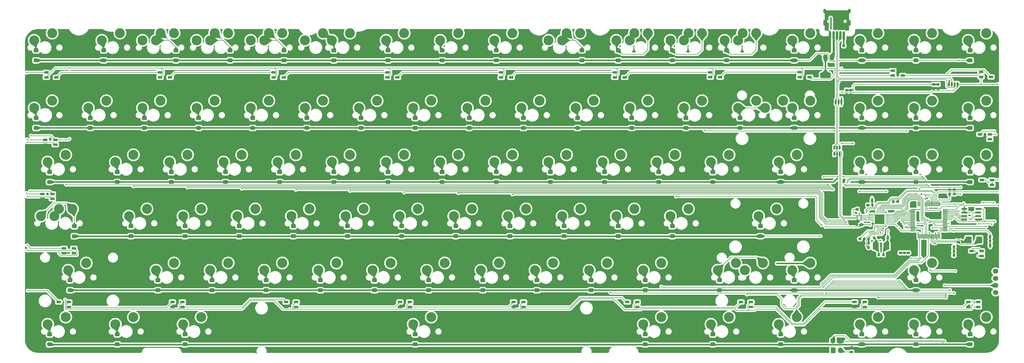
<source format=gbr>
%TF.GenerationSoftware,KiCad,Pcbnew,8.99.0-2209-g89a3b7baa5*%
%TF.CreationDate,2024-09-04T15:50:09+07:00*%
%TF.ProjectId,merisi_ob,6d657269-7369-45f6-9f62-2e6b69636164,rev?*%
%TF.SameCoordinates,Original*%
%TF.FileFunction,Copper,L2,Bot*%
%TF.FilePolarity,Positive*%
%FSLAX46Y46*%
G04 Gerber Fmt 4.6, Leading zero omitted, Abs format (unit mm)*
G04 Created by KiCad (PCBNEW 8.99.0-2209-g89a3b7baa5) date 2024-09-04 15:50:09*
%MOMM*%
%LPD*%
G01*
G04 APERTURE LIST*
G04 Aperture macros list*
%AMRoundRect*
0 Rectangle with rounded corners*
0 $1 Rounding radius*
0 $2 $3 $4 $5 $6 $7 $8 $9 X,Y pos of 4 corners*
0 Add a 4 corners polygon primitive as box body*
4,1,4,$2,$3,$4,$5,$6,$7,$8,$9,$2,$3,0*
0 Add four circle primitives for the rounded corners*
1,1,$1+$1,$2,$3*
1,1,$1+$1,$4,$5*
1,1,$1+$1,$6,$7*
1,1,$1+$1,$8,$9*
0 Add four rect primitives between the rounded corners*
20,1,$1+$1,$2,$3,$4,$5,0*
20,1,$1+$1,$4,$5,$6,$7,0*
20,1,$1+$1,$6,$7,$8,$9,0*
20,1,$1+$1,$8,$9,$2,$3,0*%
G04 Aperture macros list end*
%TA.AperFunction,ComponentPad*%
%ADD10O,1.000000X2.100000*%
%TD*%
%TA.AperFunction,ComponentPad*%
%ADD11O,1.000000X1.600000*%
%TD*%
%TA.AperFunction,SMDPad,CuDef*%
%ADD12R,1.600000X0.850000*%
%TD*%
%TA.AperFunction,ComponentPad*%
%ADD13C,3.500000*%
%TD*%
%TA.AperFunction,ComponentPad*%
%ADD14O,0.800000X3.000000*%
%TD*%
%TA.AperFunction,ComponentPad*%
%ADD15C,0.400000*%
%TD*%
%TA.AperFunction,ComponentPad*%
%ADD16RoundRect,0.250000X0.725000X-0.600000X0.725000X0.600000X-0.725000X0.600000X-0.725000X-0.600000X0*%
%TD*%
%TA.AperFunction,ComponentPad*%
%ADD17O,1.950000X1.700000*%
%TD*%
%TA.AperFunction,SMDPad,CuDef*%
%ADD18RoundRect,0.250000X0.600000X-0.400000X0.600000X0.400000X-0.600000X0.400000X-0.600000X-0.400000X0*%
%TD*%
%TA.AperFunction,SMDPad,CuDef*%
%ADD19RoundRect,0.225000X0.225000X0.250000X-0.225000X0.250000X-0.225000X-0.250000X0.225000X-0.250000X0*%
%TD*%
%TA.AperFunction,SMDPad,CuDef*%
%ADD20RoundRect,0.225000X-0.250000X0.225000X-0.250000X-0.225000X0.250000X-0.225000X0.250000X0.225000X0*%
%TD*%
%TA.AperFunction,SMDPad,CuDef*%
%ADD21RoundRect,0.150000X0.150000X0.625000X-0.150000X0.625000X-0.150000X-0.625000X0.150000X-0.625000X0*%
%TD*%
%TA.AperFunction,SMDPad,CuDef*%
%ADD22RoundRect,0.250000X0.350000X0.650000X-0.350000X0.650000X-0.350000X-0.650000X0.350000X-0.650000X0*%
%TD*%
%TA.AperFunction,SMDPad,CuDef*%
%ADD23R,2.000000X2.400000*%
%TD*%
%TA.AperFunction,SMDPad,CuDef*%
%ADD24RoundRect,0.007500X0.267500X0.117500X-0.267500X0.117500X-0.267500X-0.117500X0.267500X-0.117500X0*%
%TD*%
%TA.AperFunction,SMDPad,CuDef*%
%ADD25RoundRect,0.006000X0.269000X0.094000X-0.269000X0.094000X-0.269000X-0.094000X0.269000X-0.094000X0*%
%TD*%
%TA.AperFunction,SMDPad,CuDef*%
%ADD26RoundRect,0.012000X0.138000X-0.288000X0.138000X0.288000X-0.138000X0.288000X-0.138000X-0.288000X0*%
%TD*%
%TA.AperFunction,SMDPad,CuDef*%
%ADD27RoundRect,0.200000X-0.275000X0.200000X-0.275000X-0.200000X0.275000X-0.200000X0.275000X0.200000X0*%
%TD*%
%TA.AperFunction,SMDPad,CuDef*%
%ADD28RoundRect,0.225000X-0.225000X-0.250000X0.225000X-0.250000X0.225000X0.250000X-0.225000X0.250000X0*%
%TD*%
%TA.AperFunction,SMDPad,CuDef*%
%ADD29RoundRect,0.150000X0.825000X0.150000X-0.825000X0.150000X-0.825000X-0.150000X0.825000X-0.150000X0*%
%TD*%
%TA.AperFunction,SMDPad,CuDef*%
%ADD30RoundRect,0.062500X-0.375000X-0.062500X0.375000X-0.062500X0.375000X0.062500X-0.375000X0.062500X0*%
%TD*%
%TA.AperFunction,SMDPad,CuDef*%
%ADD31RoundRect,0.062500X-0.062500X-0.375000X0.062500X-0.375000X0.062500X0.375000X-0.062500X0.375000X0*%
%TD*%
%TA.AperFunction,HeatsinkPad*%
%ADD32R,3.450000X3.450000*%
%TD*%
%TA.AperFunction,SMDPad,CuDef*%
%ADD33RoundRect,0.225000X0.250000X-0.225000X0.250000X0.225000X-0.250000X0.225000X-0.250000X-0.225000X0*%
%TD*%
%TA.AperFunction,ComponentPad*%
%ADD34RoundRect,0.250000X-0.600000X-0.750000X0.600000X-0.750000X0.600000X0.750000X-0.600000X0.750000X0*%
%TD*%
%TA.AperFunction,ComponentPad*%
%ADD35O,1.700000X2.000000*%
%TD*%
%TA.AperFunction,SMDPad,CuDef*%
%ADD36RoundRect,0.375000X-0.375000X0.625000X-0.375000X-0.625000X0.375000X-0.625000X0.375000X0.625000X0*%
%TD*%
%TA.AperFunction,SMDPad,CuDef*%
%ADD37RoundRect,0.500000X-1.400000X0.500000X-1.400000X-0.500000X1.400000X-0.500000X1.400000X0.500000X0*%
%TD*%
%TA.AperFunction,SMDPad,CuDef*%
%ADD38RoundRect,0.200000X-0.200000X-0.275000X0.200000X-0.275000X0.200000X0.275000X-0.200000X0.275000X0*%
%TD*%
%TA.AperFunction,SMDPad,CuDef*%
%ADD39RoundRect,0.200000X0.200000X0.275000X-0.200000X0.275000X-0.200000X-0.275000X0.200000X-0.275000X0*%
%TD*%
%TA.AperFunction,SMDPad,CuDef*%
%ADD40RoundRect,0.150000X0.150000X-0.512500X0.150000X0.512500X-0.150000X0.512500X-0.150000X-0.512500X0*%
%TD*%
%TA.AperFunction,ComponentPad*%
%ADD41RoundRect,0.250000X0.600000X0.750000X-0.600000X0.750000X-0.600000X-0.750000X0.600000X-0.750000X0*%
%TD*%
%TA.AperFunction,SMDPad,CuDef*%
%ADD42RoundRect,0.075000X0.075000X-0.700000X0.075000X0.700000X-0.075000X0.700000X-0.075000X-0.700000X0*%
%TD*%
%TA.AperFunction,SMDPad,CuDef*%
%ADD43RoundRect,0.075000X0.700000X-0.075000X0.700000X0.075000X-0.700000X0.075000X-0.700000X-0.075000X0*%
%TD*%
%TA.AperFunction,ViaPad*%
%ADD44C,0.600000*%
%TD*%
%TA.AperFunction,ViaPad*%
%ADD45C,0.400000*%
%TD*%
%TA.AperFunction,Conductor*%
%ADD46C,0.500000*%
%TD*%
%TA.AperFunction,Conductor*%
%ADD47C,0.200000*%
%TD*%
%TA.AperFunction,Conductor*%
%ADD48C,0.800000*%
%TD*%
G04 APERTURE END LIST*
D10*
%TO.P,J3,S1,SHIELD*%
%TO.N,GND*%
X507320000Y477470000D03*
D11*
X507320000Y481650000D03*
D10*
X498680000Y477470000D03*
D11*
X498680000Y481650000D03*
%TD*%
D12*
%TO.P,DRGB6,1,VDD*%
%TO.N,+5V*%
X522670000Y458905000D03*
%TO.P,DRGB6,2,DOUT*%
%TO.N,Net-(DRGB6-DOUT)*%
X522670000Y460655000D03*
%TO.P,DRGB6,3,VSS*%
%TO.N,GND*%
X526170000Y460655000D03*
%TO.P,DRGB6,4,DIN*%
%TO.N,Net-(DRGB5-DOUT)*%
X526170000Y458905000D03*
%TD*%
D13*
%TO.P,SW35,1,1*%
%TO.N,Net-(D35-A)*%
X530145770Y471303298D03*
%TO.P,SW35,2,2*%
%TO.N,C16*%
X536495770Y473843298D03*
%TD*%
%TO.P,SW47,1,1*%
%TO.N,Net-(D47-A)*%
X439658270Y428440798D03*
%TO.P,SW47,2,2*%
%TO.N,C11*%
X446008270Y430980798D03*
%TD*%
%TO.P,SW71,1,1*%
%TO.N,Net-(D71-A)*%
X339645770Y390340798D03*
%TO.P,SW71,2,2*%
%TO.N,C5*%
X345995770Y392880798D03*
%TD*%
%TO.P,SW2002,1,1*%
%TO.N,C3*%
X277733270Y471303298D03*
%TO.P,SW2002,2,2*%
%TO.N,Net-(D22-A)*%
X284083270Y473843298D03*
%TD*%
%TO.P,SW61,1,1*%
%TO.N,Net-(D61-A)*%
X387270770Y409390798D03*
%TO.P,SW61,2,2*%
%TO.N,C8*%
X393620770Y411930798D03*
%TD*%
%TO.P,SW3,1,1*%
%TO.N,Net-(D3-A)*%
X258683270Y447490798D03*
%TO.P,SW3,2,2*%
%TO.N,C2*%
X265033270Y450030798D03*
%TD*%
D14*
%TO.P,REF\u002A\u002A,2*%
%TO.N,GND*%
X500620000Y473050000D03*
X500620000Y473060000D03*
%TD*%
D13*
%TO.P,SW13,1,1*%
%TO.N,Net-(D13-A)*%
X449183270Y447490798D03*
%TO.P,SW13,2,2*%
%TO.N,C12*%
X455533270Y450030798D03*
%TD*%
%TO.P,SW95,1,1*%
%TO.N,Net-(D95-A)*%
X511095770Y371290798D03*
%TO.P,SW95,2,2*%
%TO.N,C15*%
X517445770Y373830798D03*
%TD*%
%TO.P,SW65,1,1*%
%TO.N,Net-(D65-A)*%
X232563870Y390340798D03*
D15*
%TO.P,SW65,2,2*%
%TO.N,C0*%
X238913870Y394140798D03*
D13*
X238913870Y392880798D03*
%TD*%
%TO.P,SW1000,1,1*%
%TO.N,C13*%
X470614770Y390340798D03*
%TO.P,SW1000,2,2*%
%TO.N,Net-(D79-A)*%
X476964770Y392880798D03*
%TD*%
%TO.P,SW18,1,1*%
%TO.N,Net-(D18-A)*%
X549195770Y447490798D03*
%TO.P,SW18,2,2*%
%TO.N,C17*%
X555545770Y450030798D03*
%TD*%
%TO.P,SW80,1,1*%
%TO.N,Net-(D80-A)*%
X487283270Y390340798D03*
%TO.P,SW80,2,2*%
%TO.N,C14*%
X493633270Y392880798D03*
%TD*%
%TO.P,SW72,1,1*%
%TO.N,Net-(D72-A)*%
X358695770Y390340798D03*
%TO.P,SW72,2,2*%
%TO.N,C6*%
X365045770Y392880798D03*
%TD*%
%TO.P,SW1001,1,1*%
%TO.N,Net-(D14-A)*%
X477758270Y447490798D03*
%TO.P,SW1001,2,2*%
%TO.N,C13*%
X484108270Y450030798D03*
%TD*%
%TO.P,SW4,1,1*%
%TO.N,Net-(D4-A)*%
X277733270Y447490798D03*
%TO.P,SW4,2,2*%
%TO.N,C3*%
X284083270Y450030798D03*
%TD*%
%TO.P,SW29,1,1*%
%TO.N,Net-(D29-A)*%
X406320770Y471303298D03*
%TO.P,SW29,2,2*%
%TO.N,C10*%
X412670770Y473843298D03*
%TD*%
%TO.P,SW77,1,1*%
%TO.N,Net-(D77-A)*%
X225346270Y371290798D03*
%TO.P,SW77,2,2*%
%TO.N,C0*%
X231696270Y373830798D03*
%TD*%
%TO.P,SW76,1,1*%
%TO.N,Net-(D76-A)*%
X434895770Y390340798D03*
%TO.P,SW76,2,2*%
%TO.N,C10*%
X441245770Y392880798D03*
%TD*%
%TO.P,SW66,1,1*%
%TO.N,Net-(D66-A)*%
X263445770Y390340798D03*
%TO.P,SW66,2,2*%
%TO.N,C1*%
X269795770Y392880798D03*
%TD*%
D14*
%TO.P,REF\u002A\u002A,2*%
%TO.N,Net-(J4-Pin_3)*%
X503020000Y473070000D03*
%TO.P,REF\u002A\u002A,B6*%
X503020000Y473060000D03*
%TD*%
D13*
%TO.P,SW46,1,1*%
%TO.N,Net-(D46-A)*%
X420608270Y428440798D03*
%TO.P,SW46,2,2*%
%TO.N,C10*%
X426958270Y430980798D03*
%TD*%
%TO.P,SW50,1,1*%
%TO.N,Net-(D50-A)*%
X482521270Y428440798D03*
%TO.P,SW50,2,2*%
%TO.N,C14*%
X488871270Y430980798D03*
%TD*%
D14*
%TO.P,REF\u002A\u002A,2*%
%TO.N,Net-(J4-Pin_2)*%
X504220000Y473025000D03*
X504220000Y473035000D03*
%TD*%
D13*
%TO.P,SW33,1,1*%
%TO.N,Net-(D33-A)*%
X487283270Y471303298D03*
%TO.P,SW33,2,2*%
%TO.N,C14*%
X493633270Y473843298D03*
%TD*%
%TO.P,SW27,1,1*%
%TO.N,Net-(D27-A)*%
X363458270Y471303298D03*
%TO.P,SW27,2,2*%
%TO.N,C8*%
X369808270Y473843298D03*
%TD*%
%TO.P,SW51,1,1*%
%TO.N,Net-(D51-A)*%
X511095770Y428440798D03*
%TO.P,SW51,2,2*%
%TO.N,C15*%
X517445770Y430980798D03*
%TD*%
%TO.P,SW86,1,1*%
%TO.N,Net-(D86-A)*%
X353933270Y371290798D03*
%TO.P,SW86,2,2*%
%TO.N,C6*%
X360283270Y373830798D03*
%TD*%
%TO.P,SW1002,1,1*%
%TO.N,Net-(D49-A)*%
X222964270Y409390798D03*
%TO.P,SW1002,2,2*%
%TO.N,C0*%
X229314270Y411930798D03*
%TD*%
%TO.P,SW8,1,1*%
%TO.N,Net-(D8-A)*%
X353933270Y447490798D03*
%TO.P,SW8,2,2*%
%TO.N,C7*%
X360283270Y450030798D03*
%TD*%
%TO.P,SW69,1,1*%
%TO.N,Net-(D69-A)*%
X301545770Y390340798D03*
%TO.P,SW69,2,2*%
%TO.N,C3*%
X307895770Y392880798D03*
%TD*%
%TO.P,SW26,1,1*%
%TO.N,Net-(D26-A)*%
X344408270Y471303298D03*
%TO.P,SW26,2,2*%
%TO.N,C7*%
X350758270Y473843298D03*
%TD*%
%TO.P,SW40,1,1*%
%TO.N,Net-(D40-A)*%
X306308270Y428440798D03*
%TO.P,SW40,2,2*%
%TO.N,C4*%
X312658270Y430980798D03*
%TD*%
%TO.P,SW79,1,1*%
%TO.N,Net-(D79-A)*%
X461089770Y390340798D03*
%TO.P,SW79,2,2*%
%TO.N,C13*%
X467439770Y392880798D03*
%TD*%
%TO.P,SW38,1,1*%
%TO.N,Net-(D38-A)*%
X268208270Y428440798D03*
%TO.P,SW38,2,2*%
%TO.N,C2*%
X274558270Y430980798D03*
%TD*%
%TO.P,SW41,1,1*%
%TO.N,Net-(D41-A)*%
X325358270Y428440798D03*
%TO.P,SW41,2,2*%
%TO.N,C5*%
X331708270Y430980798D03*
%TD*%
%TO.P,SW82,1,1*%
%TO.N,Net-(D82-A)*%
X530145770Y390340798D03*
%TO.P,SW82,2,2*%
%TO.N,C16*%
X536495770Y392880798D03*
%TD*%
%TO.P,SW16,1,1*%
%TO.N,Net-(D16-A)*%
X511095770Y447490798D03*
%TO.P,SW16,2,2*%
%TO.N,C15*%
X517445770Y450030798D03*
%TD*%
%TO.P,SW55,1,1*%
%TO.N,Net-(D55-A)*%
X272970770Y409390798D03*
%TO.P,SW55,2,2*%
%TO.N,C2*%
X279320770Y411930798D03*
%TD*%
%TO.P,SW45,1,1*%
%TO.N,Net-(D45-A)*%
X401558270Y428440798D03*
%TO.P,SW45,2,2*%
%TO.N,C9*%
X407908270Y430980798D03*
%TD*%
%TO.P,SW31,1,1*%
%TO.N,Net-(D31-A)*%
X444420770Y471303298D03*
%TO.P,SW31,2,2*%
%TO.N,C12*%
X450770770Y473843298D03*
%TD*%
%TO.P,SW2004,1,1*%
%TO.N,C6*%
X315833270Y471303298D03*
%TO.P,SW2004,2,2*%
%TO.N,Net-(D25-A)*%
X322183270Y473843298D03*
%TD*%
%TO.P,SW39,1,1*%
%TO.N,Net-(D39-A)*%
X287258270Y428440798D03*
%TO.P,SW39,2,2*%
%TO.N,C3*%
X293608270Y430980798D03*
%TD*%
D14*
%TO.P,REF\u002A\u002A,2*%
%TO.N,+5V*%
X501820000Y473015000D03*
X501820000Y473025000D03*
%TD*%
D13*
%TO.P,SW2001,1,1*%
%TO.N,C2*%
X258683270Y471303298D03*
%TO.P,SW2001,2,2*%
%TO.N,Net-(D21-A)*%
X265033270Y473843298D03*
%TD*%
%TO.P,SW63,1,1*%
%TO.N,Net-(D63-A)*%
X425370770Y409390798D03*
%TO.P,SW63,2,2*%
%TO.N,C10*%
X431720770Y411930798D03*
%TD*%
%TO.P,SW28,1,1*%
%TO.N,Net-(D28-A)*%
X382508270Y471303298D03*
%TO.P,SW28,2,2*%
%TO.N,C9*%
X388858270Y473843298D03*
%TD*%
%TO.P,SW1,1,1*%
%TO.N,Net-(D1-A)*%
X220583270Y447490798D03*
%TO.P,SW1,2,2*%
%TO.N,C0*%
X226933270Y450030798D03*
%TD*%
%TO.P,SW37,1,1*%
%TO.N,Net-(D37-A)*%
X249158270Y428440798D03*
%TO.P,SW37,2,2*%
%TO.N,C1*%
X255508270Y430980798D03*
%TD*%
%TO.P,SW68,1,1*%
%TO.N,Net-(D68-A)*%
X282495770Y390340798D03*
%TO.P,SW68,2,2*%
%TO.N,C2*%
X288845770Y392880798D03*
%TD*%
%TO.P,SW24,1,1*%
%TO.N,Net-(D24-A)*%
X225346270Y428440798D03*
%TO.P,SW24,2,2*%
%TO.N,C0*%
X231696270Y430980798D03*
%TD*%
%TO.P,SW9,1,1*%
%TO.N,Net-(D9-A)*%
X372983270Y447490798D03*
%TO.P,SW9,2,2*%
%TO.N,C8*%
X379333270Y450030798D03*
%TD*%
%TO.P,SW49,1,1*%
%TO.N,C0*%
X227727270Y409390798D03*
%TO.P,SW49,2,2*%
%TO.N,Net-(D49-A)*%
X234077270Y411930798D03*
%TD*%
%TO.P,SW74,1,1*%
%TO.N,Net-(D74-A)*%
X396795770Y390340798D03*
%TO.P,SW74,2,2*%
%TO.N,C8*%
X403145770Y392880798D03*
%TD*%
%TO.P,SW2008,1,1*%
%TO.N,C10*%
X401558270Y471303298D03*
%TO.P,SW2008,2,2*%
%TO.N,Net-(D29-A)*%
X407908270Y473843298D03*
%TD*%
%TO.P,SW64,1,1*%
%TO.N,Net-(D64-A)*%
X444420770Y409390798D03*
%TO.P,SW64,2,2*%
%TO.N,C11*%
X450770770Y411930798D03*
%TD*%
%TO.P,SW23,1,1*%
%TO.N,Net-(D23-A)*%
X301545770Y471303298D03*
%TO.P,SW23,2,2*%
%TO.N,C4*%
X307895770Y473843298D03*
%TD*%
%TO.P,SW10,1,1*%
%TO.N,Net-(D10-A)*%
X392033270Y447490798D03*
%TO.P,SW10,2,2*%
%TO.N,C9*%
X398383270Y450030798D03*
%TD*%
%TO.P,SW17,1,1*%
%TO.N,Net-(D17-A)*%
X530145770Y447490798D03*
%TO.P,SW17,2,2*%
%TO.N,C16*%
X536495770Y450030798D03*
%TD*%
%TO.P,SW97,1,1*%
%TO.N,Net-(D97-A)*%
X549195770Y371290798D03*
%TO.P,SW97,2,2*%
%TO.N,C17*%
X555545770Y373830798D03*
%TD*%
%TO.P,SW48,1,1*%
%TO.N,Net-(D48-A)*%
X458708270Y428440798D03*
%TO.P,SW48,2,2*%
%TO.N,C12*%
X465058270Y430980798D03*
%TD*%
%TO.P,SW42,1,1*%
%TO.N,Net-(D42-A)*%
X344408270Y428440798D03*
%TO.P,SW42,2,2*%
%TO.N,C6*%
X350758270Y430980798D03*
%TD*%
%TO.P,SW12,1,1*%
%TO.N,Net-(D12-A)*%
X430133270Y447490798D03*
%TO.P,SW12,2,2*%
%TO.N,C11*%
X436483270Y450030798D03*
%TD*%
%TO.P,SW70,1,1*%
%TO.N,Net-(D70-A)*%
X320595770Y390340798D03*
%TO.P,SW70,2,2*%
%TO.N,C4*%
X326945770Y392880798D03*
%TD*%
%TO.P,SW57,1,1*%
%TO.N,Net-(D57-A)*%
X311070770Y409390798D03*
%TO.P,SW57,2,2*%
%TO.N,C4*%
X317420770Y411930798D03*
%TD*%
%TO.P,SW21,1,1*%
%TO.N,Net-(D21-A)*%
X263445770Y471303298D03*
%TO.P,SW21,2,2*%
%TO.N,C2*%
X269795770Y473843298D03*
%TD*%
%TO.P,SW96,1,1*%
%TO.N,Net-(D96-A)*%
X530145770Y371290798D03*
%TO.P,SW96,2,2*%
%TO.N,C16*%
X536495770Y373830798D03*
%TD*%
%TO.P,SW20,1,1*%
%TO.N,Net-(D20-A)*%
X244395770Y471303298D03*
%TO.P,SW20,2,2*%
%TO.N,C1*%
X250745770Y473843298D03*
%TD*%
%TO.P,SW2009,1,1*%
%TO.N,C11*%
X430133270Y471303298D03*
%TO.P,SW2009,2,2*%
%TO.N,Net-(D30-A)*%
X436483270Y473843298D03*
%TD*%
%TO.P,SW25,1,1*%
%TO.N,Net-(D25-A)*%
X325358270Y471303298D03*
%TO.P,SW25,2,2*%
%TO.N,C6*%
X331708270Y473843298D03*
%TD*%
%TO.P,SW32,1,1*%
%TO.N,Net-(D32-A)*%
X463470770Y471303298D03*
%TO.P,SW32,2,2*%
%TO.N,C13*%
X469820770Y473843298D03*
%TD*%
%TO.P,SW67,1,1*%
%TO.N,Net-(D67-A)*%
X475451370Y409390798D03*
D15*
%TO.P,SW67,2,2*%
%TO.N,C14*%
X481801370Y413190798D03*
D13*
X481801370Y411930798D03*
%TD*%
%TO.P,SW19,1,1*%
%TO.N,Net-(D19-A)*%
X220583270Y471303298D03*
%TO.P,SW19,2,2*%
%TO.N,C0*%
X226933270Y473843298D03*
%TD*%
%TO.P,SW2003,1,1*%
%TO.N,C4*%
X296783270Y471303298D03*
%TO.P,SW2003,2,2*%
%TO.N,Net-(D23-A)*%
X303133270Y473843298D03*
%TD*%
%TO.P,SW73,1,1*%
%TO.N,Net-(D73-A)*%
X377745770Y390340798D03*
%TO.P,SW73,2,2*%
%TO.N,C7*%
X384095770Y392880798D03*
%TD*%
%TO.P,SW62,1,1*%
%TO.N,Net-(D62-A)*%
X406320770Y409390798D03*
%TO.P,SW62,2,2*%
%TO.N,C9*%
X412670770Y411930798D03*
%TD*%
%TO.P,SW75,1,1*%
%TO.N,Net-(D75-A)*%
X415845770Y390340798D03*
%TO.P,SW75,2,2*%
%TO.N,C9*%
X422195770Y392880798D03*
%TD*%
%TO.P,SW59,1,1*%
%TO.N,Net-(D59-A)*%
X349170770Y409390798D03*
%TO.P,SW59,2,2*%
%TO.N,C6*%
X355520770Y411930798D03*
%TD*%
%TO.P,SW52,1,1*%
%TO.N,Net-(D52-A)*%
X530145770Y428440798D03*
%TO.P,SW52,2,2*%
%TO.N,C16*%
X536495770Y430980798D03*
%TD*%
%TO.P,SW56,1,1*%
%TO.N,Net-(D56-A)*%
X292020770Y409390798D03*
%TO.P,SW56,2,2*%
%TO.N,C3*%
X298370770Y411930798D03*
%TD*%
%TO.P,SW81,1,1*%
%TO.N,Net-(D81-A)*%
X272971270Y371290798D03*
%TO.P,SW81,2,2*%
%TO.N,C2*%
X279321270Y373830798D03*
%TD*%
D14*
%TO.P,REF\u002A\u002A,2*%
%TO.N,Net-(J3-CC1)*%
X505410000Y473005000D03*
X505410000Y473015000D03*
%TD*%
D13*
%TO.P,SW44,1,1*%
%TO.N,Net-(D44-A)*%
X382508270Y428440798D03*
%TO.P,SW44,2,2*%
%TO.N,C8*%
X388858270Y430980798D03*
%TD*%
%TO.P,SW11,1,1*%
%TO.N,Net-(D11-A)*%
X411083270Y447490798D03*
%TO.P,SW11,2,2*%
%TO.N,C10*%
X417433270Y450030798D03*
%TD*%
%TO.P,SW58,1,1*%
%TO.N,Net-(D58-A)*%
X330120770Y409390798D03*
%TO.P,SW58,2,2*%
%TO.N,C5*%
X336470770Y411930798D03*
%TD*%
%TO.P,SW22,1,1*%
%TO.N,Net-(D22-A)*%
X282495770Y471303298D03*
%TO.P,SW22,2,2*%
%TO.N,C3*%
X288845770Y473843298D03*
%TD*%
%TO.P,SW2010,1,1*%
%TO.N,C12*%
X449183270Y471303298D03*
%TO.P,SW2010,2,2*%
%TO.N,Net-(D31-A)*%
X455533270Y473843298D03*
%TD*%
%TO.P,SW7,1,1*%
%TO.N,Net-(D7-A)*%
X334883270Y447490798D03*
%TO.P,SW7,2,2*%
%TO.N,C6*%
X341233270Y450030798D03*
%TD*%
%TO.P,SW36,1,1*%
%TO.N,Net-(D36-A)*%
X549195770Y471303298D03*
%TO.P,SW36,2,2*%
%TO.N,C17*%
X555545770Y473843298D03*
%TD*%
%TO.P,SW2,1,1*%
%TO.N,Net-(D2-A)*%
X239633270Y447490798D03*
%TO.P,SW2,2,2*%
%TO.N,C1*%
X245983270Y450030798D03*
%TD*%
D16*
%TO.P,J1,1,Pin_1*%
%TO.N,GND*%
X558800000Y379970000D03*
D17*
%TO.P,J1,2,Pin_2*%
%TO.N,+3.3V*%
X558800000Y382470000D03*
%TO.P,J1,3,Pin_3*%
%TO.N,RST*%
X558800000Y384970000D03*
%TO.P,J1,4,Pin_4*%
%TO.N,SWD*%
X558800000Y387470000D03*
%TO.P,J1,5,Pin_5*%
%TO.N,SWC*%
X558800000Y389970000D03*
%TD*%
D13*
%TO.P,SW5,1,1*%
%TO.N,Net-(D5-A)*%
X296783270Y447490798D03*
%TO.P,SW5,2,2*%
%TO.N,C4*%
X303133270Y450030798D03*
%TD*%
%TO.P,SW94,1,1*%
%TO.N,Net-(D94-A)*%
X482521270Y371290798D03*
%TO.P,SW94,2,2*%
%TO.N,C14*%
X488871270Y373830798D03*
%TD*%
%TO.P,SW15,1,1*%
%TO.N,Net-(D15-A)*%
X487283270Y447490798D03*
%TO.P,SW15,2,2*%
%TO.N,C14*%
X493633270Y450030798D03*
%TD*%
%TO.P,SW43,1,1*%
%TO.N,Net-(D43-A)*%
X363458270Y428440798D03*
%TO.P,SW43,2,2*%
%TO.N,C7*%
X369808270Y430980798D03*
%TD*%
%TO.P,SW53,1,1*%
%TO.N,Net-(D53-A)*%
X549195770Y428440798D03*
%TO.P,SW53,2,2*%
%TO.N,C17*%
X555545770Y430980798D03*
%TD*%
%TO.P,SW30,1,1*%
%TO.N,Net-(D30-A)*%
X425370770Y471303298D03*
%TO.P,SW30,2,2*%
%TO.N,C11*%
X431720770Y473843298D03*
%TD*%
%TO.P,SW14,1,1*%
%TO.N,Net-(D14-A)*%
X468233270Y447490798D03*
%TO.P,SW14,2,2*%
%TO.N,C13*%
X474583270Y450030798D03*
%TD*%
%TO.P,SW78,1,1*%
%TO.N,Net-(D78-A)*%
X249158270Y371290798D03*
%TO.P,SW78,2,2*%
%TO.N,C1*%
X255508270Y373830798D03*
%TD*%
%TO.P,SW34,1,1*%
%TO.N,Net-(D34-A)*%
X511095770Y471303298D03*
%TO.P,SW34,2,2*%
%TO.N,C15*%
X517445770Y473843298D03*
%TD*%
%TO.P,SW90,1,1*%
%TO.N,Net-(D90-A)*%
X434896270Y371290798D03*
%TO.P,SW90,2,2*%
%TO.N,C10*%
X441246270Y373830798D03*
%TD*%
%TO.P,SW93,1,1*%
%TO.N,Net-(D93-A)*%
X458708270Y371290798D03*
%TO.P,SW93,2,2*%
%TO.N,C13*%
X465058270Y373830798D03*
%TD*%
%TO.P,SW2011,1,1*%
%TO.N,C13*%
X468233270Y471303298D03*
%TO.P,SW2011,2,2*%
%TO.N,Net-(D32-A)*%
X474583270Y473843298D03*
%TD*%
%TO.P,SW60,1,1*%
%TO.N,Net-(D60-A)*%
X368220770Y409390798D03*
%TO.P,SW60,2,2*%
%TO.N,C7*%
X374570770Y411930798D03*
%TD*%
%TO.P,SW54,1,1*%
%TO.N,Net-(D54-A)*%
X253920770Y409390798D03*
%TO.P,SW54,2,2*%
%TO.N,C1*%
X260270770Y411930798D03*
%TD*%
%TO.P,SW6,1,1*%
%TO.N,Net-(D6-A)*%
X315833270Y447490798D03*
%TO.P,SW6,2,2*%
%TO.N,C5*%
X322183270Y450030798D03*
%TD*%
D18*
%TO.P,D81,1,K*%
%TO.N,R5*%
X273638770Y364230798D03*
%TO.P,D81,2,A*%
%TO.N,Net-(D81-A)*%
X273638770Y367730798D03*
%TD*%
D12*
%TO.P,DRGB24,1,VDD*%
%TO.N,+5V*%
X472740000Y379135000D03*
%TO.P,DRGB24,2,DOUT*%
%TO.N,Net-(DRGB24-DOUT)*%
X472740000Y377385000D03*
%TO.P,DRGB24,3,VSS*%
%TO.N,GND*%
X469240000Y377385000D03*
%TO.P,DRGB24,4,DIN*%
%TO.N,Net-(DRGB23-DOUT)*%
X469240000Y379135000D03*
%TD*%
D18*
%TO.P,D33,1,K*%
%TO.N,R0*%
X487950770Y464243298D03*
%TO.P,D33,2,A*%
%TO.N,Net-(D33-A)*%
X487950770Y467743298D03*
%TD*%
%TO.P,D1,1,K*%
%TO.N,R1*%
X221250770Y440430798D03*
%TO.P,D1,2,A*%
%TO.N,Net-(D1-A)*%
X221250770Y443930798D03*
%TD*%
D12*
%TO.P,DRGB28,1,VDD*%
%TO.N,+5V*%
X557540000Y422135000D03*
%TO.P,DRGB28,2,DOUT*%
%TO.N,Net-(DRGB28-DOUT)*%
X557540000Y420385000D03*
%TO.P,DRGB28,3,VSS*%
%TO.N,GND*%
X554040000Y420385000D03*
%TO.P,DRGB28,4,DIN*%
%TO.N,Net-(DRGB27-DOUT)*%
X554040000Y422135000D03*
%TD*%
D18*
%TO.P,D66,1,K*%
%TO.N,R4*%
X264113270Y383280798D03*
%TO.P,D66,2,A*%
%TO.N,Net-(D66-A)*%
X264113270Y386780798D03*
%TD*%
%TO.P,D12,1,K*%
%TO.N,R1*%
X430800770Y440430798D03*
%TO.P,D12,2,A*%
%TO.N,Net-(D12-A)*%
X430800770Y443930798D03*
%TD*%
D19*
%TO.P,C24,1*%
%TO.N,Net-(C23-Pad1)*%
X514155000Y399800000D03*
%TO.P,C24,2*%
%TO.N,GND*%
X512605000Y399800000D03*
%TD*%
D20*
%TO.P,C11,1*%
%TO.N,+3.3V*%
X538580000Y455765000D03*
%TO.P,C11,2*%
%TO.N,GND*%
X538580000Y454215000D03*
%TD*%
D18*
%TO.P,D59,1,K*%
%TO.N,R3*%
X349838270Y402330798D03*
%TO.P,D59,2,A*%
%TO.N,Net-(D59-A)*%
X349838270Y405830798D03*
%TD*%
D21*
%TO.P,J5,1,Pin_1*%
%TO.N,+5V*%
X504592230Y449673275D03*
%TO.P,J5,2,Pin_2*%
%TO.N,Net-(J4-Pin_2)*%
X503592230Y449673275D03*
%TO.P,J5,3,Pin_3*%
%TO.N,Net-(J4-Pin_3)*%
X502592230Y449673275D03*
%TO.P,J5,4,Pin_4*%
%TO.N,GND*%
X501592230Y449673275D03*
D22*
%TO.P,J5,MP*%
X505892230Y445798275D03*
X500292230Y445798275D03*
%TD*%
D18*
%TO.P,D22,1,K*%
%TO.N,R0*%
X289500000Y464252500D03*
%TO.P,D22,2,A*%
%TO.N,Net-(D22-A)*%
X289500000Y467752500D03*
%TD*%
D23*
%TO.P,Y2,1,1*%
%TO.N,Net-(U7-XI)*%
X516682500Y398780000D03*
%TO.P,Y2,2,2*%
%TO.N,Net-(U7-XO)*%
X520382500Y398780000D03*
%TD*%
D12*
%TO.P,DRGB12,1,VDD*%
%TO.N,+5V*%
X304870000Y458265000D03*
%TO.P,DRGB12,2,DOUT*%
%TO.N,Net-(DRGB12-DOUT)*%
X304870000Y460015000D03*
%TO.P,DRGB12,3,VSS*%
%TO.N,GND*%
X308370000Y460015000D03*
%TO.P,DRGB12,4,DIN*%
%TO.N,Net-(DRGB11-DOUT)*%
X308370000Y458265000D03*
%TD*%
%TO.P,DRGB19,1,VDD*%
%TO.N,+5V*%
X272740000Y379135000D03*
%TO.P,DRGB19,2,DOUT*%
%TO.N,Net-(DRGB19-DOUT)*%
X272740000Y377385000D03*
%TO.P,DRGB19,3,VSS*%
%TO.N,GND*%
X269240000Y377385000D03*
%TO.P,DRGB19,4,DIN*%
%TO.N,Net-(DRGB18-DOUT)*%
X269240000Y379135000D03*
%TD*%
D18*
%TO.P,D25,1,K*%
%TO.N,R0*%
X326025770Y464243298D03*
%TO.P,D25,2,A*%
%TO.N,Net-(D25-A)*%
X326025770Y467743298D03*
%TD*%
D20*
%TO.P,C6,1*%
%TO.N,+3.3V*%
X528190000Y396450000D03*
%TO.P,C6,2*%
%TO.N,GND*%
X528190000Y394900000D03*
%TD*%
D12*
%TO.P,DRGB15,1,VDD*%
%TO.N,+5V*%
X228010000Y436275000D03*
%TO.P,DRGB15,2,DOUT*%
%TO.N,Net-(DRGB15-DOUT)*%
X228010000Y434525000D03*
%TO.P,DRGB15,3,VSS*%
%TO.N,GND*%
X224510000Y434525000D03*
%TO.P,DRGB15,4,DIN*%
%TO.N,Net-(DRGB14-DOUT)*%
X224510000Y436275000D03*
%TD*%
D18*
%TO.P,D48,1,K*%
%TO.N,R2*%
X459375770Y421380798D03*
%TO.P,D48,2,A*%
%TO.N,Net-(D48-A)*%
X459375770Y424880798D03*
%TD*%
D20*
%TO.P,C12,1*%
%TO.N,+3.3V*%
X506390000Y453770000D03*
%TO.P,C12,2*%
%TO.N,GND*%
X506390000Y452220000D03*
%TD*%
D18*
%TO.P,D80,1,K*%
%TO.N,R4*%
X487950770Y383280798D03*
%TO.P,D80,2,A*%
%TO.N,Net-(D80-A)*%
X487950770Y386780798D03*
%TD*%
D12*
%TO.P,DRGB8,1,VDD*%
%TO.N,+5V*%
X458430000Y458315000D03*
%TO.P,DRGB8,2,DOUT*%
%TO.N,Net-(DRGB8-DOUT)*%
X458430000Y460065000D03*
%TO.P,DRGB8,3,VSS*%
%TO.N,GND*%
X461930000Y460065000D03*
%TO.P,DRGB8,4,DIN*%
%TO.N,Net-(DRGB7-DOUT)*%
X461930000Y458315000D03*
%TD*%
D18*
%TO.P,D43,1,K*%
%TO.N,R2*%
X364125770Y421380798D03*
%TO.P,D43,2,A*%
%TO.N,Net-(D43-A)*%
X364125770Y424880798D03*
%TD*%
%TO.P,D36,1,K*%
%TO.N,R0*%
X549863270Y464243298D03*
%TO.P,D36,2,A*%
%TO.N,Net-(D36-A)*%
X549863270Y467743298D03*
%TD*%
%TO.P,D76,1,K*%
%TO.N,R4*%
X435563270Y383280798D03*
%TO.P,D76,2,A*%
%TO.N,Net-(D76-A)*%
X435563270Y386780798D03*
%TD*%
%TO.P,D67,1,K*%
%TO.N,R3*%
X476118870Y402330798D03*
%TO.P,D67,2,A*%
%TO.N,Net-(D67-A)*%
X476118870Y405830798D03*
%TD*%
%TO.P,D74,1,K*%
%TO.N,R4*%
X397463270Y383280798D03*
%TO.P,D74,2,A*%
%TO.N,Net-(D74-A)*%
X397463270Y386780798D03*
%TD*%
%TO.P,D42,1,K*%
%TO.N,R2*%
X345075770Y421380798D03*
%TO.P,D42,2,A*%
%TO.N,Net-(D42-A)*%
X345075770Y424880798D03*
%TD*%
D20*
%TO.P,C13,1*%
%TO.N,+3.3V*%
X507850000Y453770000D03*
%TO.P,C13,2*%
%TO.N,GND*%
X507850000Y452220000D03*
%TD*%
D18*
%TO.P,D70,1,K*%
%TO.N,R4*%
X321263270Y383280798D03*
%TO.P,D70,2,A*%
%TO.N,Net-(D70-A)*%
X321263270Y386780798D03*
%TD*%
D24*
%TO.P,U6,1,1D+*%
%TO.N,Net-(U6-1D+)*%
X511532500Y409530000D03*
D25*
%TO.P,U6,2,1D-*%
%TO.N,Net-(U6-1D-)*%
X511532500Y409030000D03*
%TO.P,U6,3,2D+*%
%TO.N,D+_FS*%
X511532500Y408530000D03*
D24*
%TO.P,U6,4,2D-*%
%TO.N,D-_FS*%
X511532500Y408030000D03*
D26*
%TO.P,U6,5,GND*%
%TO.N,GND*%
X510857500Y407880000D03*
D24*
%TO.P,U6,6,OE*%
X510182500Y408030000D03*
D25*
%TO.P,U6,7,D-*%
%TO.N,Net-(U6-D-)*%
X510182500Y408530000D03*
%TO.P,U6,8,D+*%
%TO.N,Net-(U6-D+)*%
X510182500Y409030000D03*
D24*
%TO.P,U6,9,S*%
%TO.N,USB_MUX*%
X510182500Y409530000D03*
D26*
%TO.P,U6,10,VCC*%
%TO.N,+3.3V*%
X510857500Y409680000D03*
%TD*%
D18*
%TO.P,D86,1,K*%
%TO.N,R5*%
X354610770Y364243298D03*
%TO.P,D86,2,A*%
%TO.N,Net-(D86-A)*%
X354610770Y367743298D03*
%TD*%
%TO.P,D11,1,K*%
%TO.N,R1*%
X411750770Y440430798D03*
%TO.P,D11,2,A*%
%TO.N,Net-(D11-A)*%
X411750770Y443930798D03*
%TD*%
D20*
%TO.P,C10,1*%
%TO.N,+3.3V*%
X537110000Y455775000D03*
%TO.P,C10,2*%
%TO.N,GND*%
X537110000Y454225000D03*
%TD*%
D18*
%TO.P,D58,1,K*%
%TO.N,R3*%
X330788270Y402330798D03*
%TO.P,D58,2,A*%
%TO.N,Net-(D58-A)*%
X330788270Y405830798D03*
%TD*%
%TO.P,D37,1,K*%
%TO.N,R2*%
X249825770Y421380798D03*
%TO.P,D37,2,A*%
%TO.N,Net-(D37-A)*%
X249825770Y424880798D03*
%TD*%
%TO.P,D68,1,K*%
%TO.N,R4*%
X283163270Y383280798D03*
%TO.P,D68,2,A*%
%TO.N,Net-(D68-A)*%
X283163270Y386780798D03*
%TD*%
%TO.P,D53,1,K*%
%TO.N,R2*%
X549863270Y421380798D03*
%TO.P,D53,2,A*%
%TO.N,Net-(D53-A)*%
X549863270Y424880798D03*
%TD*%
D12*
%TO.P,DRGB23,1,VDD*%
%TO.N,+5V*%
X432740000Y379135000D03*
%TO.P,DRGB23,2,DOUT*%
%TO.N,Net-(DRGB23-DOUT)*%
X432740000Y377385000D03*
%TO.P,DRGB23,3,VSS*%
%TO.N,GND*%
X429240000Y377385000D03*
%TO.P,DRGB23,4,DIN*%
%TO.N,Net-(DRGB22-DOUT)*%
X429240000Y379135000D03*
%TD*%
%TO.P,DRGB13,1,VDD*%
%TO.N,+5V*%
X264870000Y458265000D03*
%TO.P,DRGB13,2,DOUT*%
%TO.N,Net-(DRGB13-DOUT)*%
X264870000Y460015000D03*
%TO.P,DRGB13,3,VSS*%
%TO.N,GND*%
X268370000Y460015000D03*
%TO.P,DRGB13,4,DIN*%
%TO.N,Net-(DRGB12-DOUT)*%
X268370000Y458265000D03*
%TD*%
D18*
%TO.P,D9,1,K*%
%TO.N,R1*%
X373650770Y440430798D03*
%TO.P,D9,2,A*%
%TO.N,Net-(D9-A)*%
X373650770Y443930798D03*
%TD*%
D20*
%TO.P,C18,1*%
%TO.N,GND*%
X544230000Y418715000D03*
%TO.P,C18,2*%
%TO.N,+3.3V*%
X544230000Y417165000D03*
%TD*%
D27*
%TO.P,R1,1*%
%TO.N,GND*%
X508160000Y363185000D03*
%TO.P,R1,2*%
%TO.N,Net-(U2-BOOT0)*%
X508160000Y361535000D03*
%TD*%
D18*
%TO.P,D56,1,K*%
%TO.N,R3*%
X292688270Y402330798D03*
%TO.P,D56,2,A*%
%TO.N,Net-(D56-A)*%
X292688270Y405830798D03*
%TD*%
D12*
%TO.P,DRGB17,1,VDD*%
%TO.N,+5V*%
X234550000Y398085000D03*
%TO.P,DRGB17,2,DOUT*%
%TO.N,Net-(DRGB17-DOUT)*%
X234550000Y396335000D03*
%TO.P,DRGB17,3,VSS*%
%TO.N,GND*%
X231050000Y396335000D03*
%TO.P,DRGB17,4,DIN*%
%TO.N,Net-(DRGB16-DOUT)*%
X231050000Y398085000D03*
%TD*%
D18*
%TO.P,D15,1,K*%
%TO.N,R1*%
X487950770Y440430798D03*
%TO.P,D15,2,A*%
%TO.N,Net-(D15-A)*%
X487950770Y443930798D03*
%TD*%
D28*
%TO.P,C20,1*%
%TO.N,GND*%
X519340000Y401800000D03*
%TO.P,C20,2*%
%TO.N,Net-(U7-XO)*%
X520890000Y401800000D03*
%TD*%
D18*
%TO.P,D49,1,K*%
%TO.N,R3*%
X234720000Y402310000D03*
%TO.P,D49,2,A*%
%TO.N,Net-(D49-A)*%
X234720000Y405810000D03*
%TD*%
D29*
%TO.P,U3,1,~{CS}*%
%TO.N,EEPROM*%
X552735000Y411895000D03*
%TO.P,U3,2,SO*%
%TO.N,MISO*%
X552735000Y410625000D03*
%TO.P,U3,3,~{WP}*%
%TO.N,+3.3V*%
X552735000Y409355000D03*
%TO.P,U3,4,GND*%
%TO.N,GND*%
X552735000Y408085000D03*
%TO.P,U3,5,SI*%
%TO.N,MOSI*%
X547785000Y408085000D03*
%TO.P,U3,6,SCK*%
%TO.N,SCK*%
X547785000Y409355000D03*
%TO.P,U3,7,~{HOLD}*%
%TO.N,+3.3V*%
X547785000Y410625000D03*
%TO.P,U3,8,VDD*%
X547785000Y411895000D03*
%TD*%
D18*
%TO.P,D2,1,K*%
%TO.N,R1*%
X240300770Y440430798D03*
%TO.P,D2,2,A*%
%TO.N,Net-(D2-A)*%
X240300770Y443930798D03*
%TD*%
D27*
%TO.P,R12,1*%
%TO.N,Net-(U7-RBIAS)*%
X511050000Y401335000D03*
%TO.P,R12,2*%
%TO.N,GND*%
X511050000Y399685000D03*
%TD*%
D12*
%TO.P,DRGB14,1,VDD*%
%TO.N,+5V*%
X224870000Y458265000D03*
%TO.P,DRGB14,2,DOUT*%
%TO.N,Net-(DRGB14-DOUT)*%
X224870000Y460015000D03*
%TO.P,DRGB14,3,VSS*%
%TO.N,GND*%
X228370000Y460015000D03*
%TO.P,DRGB14,4,DIN*%
%TO.N,Net-(DRGB13-DOUT)*%
X228370000Y458265000D03*
%TD*%
D19*
%TO.P,C23,1*%
%TO.N,Net-(C23-Pad1)*%
X514155000Y401260000D03*
%TO.P,C23,2*%
%TO.N,GND*%
X512605000Y401260000D03*
%TD*%
D18*
%TO.P,D62,1,K*%
%TO.N,R3*%
X406988270Y402330798D03*
%TO.P,D62,2,A*%
%TO.N,Net-(D62-A)*%
X406988270Y405830798D03*
%TD*%
D30*
%TO.P,U7,1,GND*%
%TO.N,GND*%
X515595000Y406530000D03*
%TO.P,U7,2,GND*%
X515595000Y407030000D03*
%TO.P,U7,3,CPEN*%
%TO.N,unconnected-(U7-CPEN-Pad3)*%
X515595000Y407530000D03*
%TO.P,U7,4,VBUS*%
%TO.N,Net-(U7-VBUS)*%
X515595000Y408030000D03*
%TO.P,U7,5,ID*%
%TO.N,unconnected-(U7-ID-Pad5)*%
X515595000Y408530000D03*
%TO.P,U7,6,VDD3.3*%
%TO.N,+3.3V*%
X515595000Y409030000D03*
%TO.P,U7,7,DP*%
%TO.N,Net-(U6-1D+)*%
X515595000Y409530000D03*
%TO.P,U7,8,DM*%
%TO.N,Net-(U6-1D-)*%
X515595000Y410030000D03*
D31*
%TO.P,U7,9,RESET*%
%TO.N,GND*%
X516282500Y410717500D03*
%TO.P,U7,10,EXTVBUS*%
%TO.N,unconnected-(U7-EXTVBUS-Pad10)*%
X516782500Y410717500D03*
%TO.P,U7,11,NXT*%
%TO.N,NXT*%
X517282500Y410717500D03*
%TO.P,U7,12,DIR*%
%TO.N,DIR*%
X517782500Y410717500D03*
%TO.P,U7,13,STP*%
%TO.N,STP*%
X518282500Y410717500D03*
%TO.P,U7,14,CLKOUT*%
%TO.N,CLK*%
X518782500Y410717500D03*
%TO.P,U7,15,VDD1.8*%
%TO.N,Net-(C23-Pad1)*%
X519282500Y410717500D03*
%TO.P,U7,16,VDD3.3*%
%TO.N,+3.3V*%
X519782500Y410717500D03*
D30*
%TO.P,U7,17,DATA7*%
%TO.N,Data7*%
X520470000Y410030000D03*
%TO.P,U7,18,DATA6*%
%TO.N,Data6*%
X520470000Y409530000D03*
%TO.P,U7,19,DATA5*%
%TO.N,Data5*%
X520470000Y409030000D03*
%TO.P,U7,20,DATA4*%
%TO.N,Data4*%
X520470000Y408530000D03*
%TO.P,U7,21,DATA3*%
%TO.N,Data3*%
X520470000Y408030000D03*
%TO.P,U7,22,DATA2*%
%TO.N,Data2*%
X520470000Y407530000D03*
%TO.P,U7,23,DATA1*%
%TO.N,Data1*%
X520470000Y407030000D03*
%TO.P,U7,24,DATA0*%
%TO.N,Data0*%
X520470000Y406530000D03*
D31*
%TO.P,U7,25,VDD3.3*%
%TO.N,+3.3V*%
X519782500Y405842500D03*
%TO.P,U7,26,VDD1.8*%
%TO.N,Net-(C23-Pad1)*%
X519282500Y405842500D03*
%TO.P,U7,27,XO*%
%TO.N,Net-(U7-XO)*%
X518782500Y405842500D03*
%TO.P,U7,28,XI*%
%TO.N,Net-(U7-XI)*%
X518282500Y405842500D03*
%TO.P,U7,29,VDDA1.8*%
%TO.N,Net-(U7-VDDA1.8)*%
X517782500Y405842500D03*
%TO.P,U7,30,VDD3.3*%
%TO.N,+3.3V*%
X517282500Y405842500D03*
%TO.P,U7,31,REG_EN*%
X516782500Y405842500D03*
%TO.P,U7,32,RBIAS*%
%TO.N,Net-(U7-RBIAS)*%
X516282500Y405842500D03*
D32*
%TO.P,U7,33,GND*%
%TO.N,GND*%
X518032500Y408280000D03*
%TD*%
D18*
%TO.P,D18,1,K*%
%TO.N,R1*%
X549863270Y440430798D03*
%TO.P,D18,2,A*%
%TO.N,Net-(D18-A)*%
X549863270Y443930798D03*
%TD*%
D33*
%TO.P,C17,1*%
%TO.N,Net-(U2-VCAP_2)*%
X542650000Y417180000D03*
%TO.P,C17,2*%
%TO.N,GND*%
X542650000Y418730000D03*
%TD*%
D12*
%TO.P,DRGB18,1,VDD*%
%TO.N,+5V*%
X232740000Y379135000D03*
%TO.P,DRGB18,2,DOUT*%
%TO.N,Net-(DRGB18-DOUT)*%
X232740000Y377385000D03*
%TO.P,DRGB18,3,VSS*%
%TO.N,GND*%
X229240000Y377385000D03*
%TO.P,DRGB18,4,DIN*%
%TO.N,Net-(DRGB17-DOUT)*%
X229240000Y379135000D03*
%TD*%
D18*
%TO.P,D40,1,K*%
%TO.N,R2*%
X306975770Y421380798D03*
%TO.P,D40,2,A*%
%TO.N,Net-(D40-A)*%
X306975770Y424880798D03*
%TD*%
D19*
%TO.P,C7,1*%
%TO.N,+3.3V*%
X556920000Y402020000D03*
%TO.P,C7,2*%
%TO.N,GND*%
X555370000Y402020000D03*
%TD*%
D18*
%TO.P,D17,1,K*%
%TO.N,R1*%
X530813270Y440430798D03*
%TO.P,D17,2,A*%
%TO.N,Net-(D17-A)*%
X530813270Y443930798D03*
%TD*%
D34*
%TO.P,SWboot1,1,1*%
%TO.N,+3.3V*%
X501680000Y362135000D03*
D35*
%TO.P,SWboot1,2,2*%
%TO.N,Net-(U2-BOOT0)*%
X504180000Y362135000D03*
%TD*%
D18*
%TO.P,D52,1,K*%
%TO.N,R2*%
X530813270Y421380798D03*
%TO.P,D52,2,A*%
%TO.N,Net-(D52-A)*%
X530813270Y424880798D03*
%TD*%
D36*
%TO.P,U4,1,ADJ*%
%TO.N,GND*%
X496690000Y465290000D03*
%TO.P,U4,2,VO*%
%TO.N,+3.3V*%
X498990000Y465290000D03*
D37*
X498990000Y458990000D03*
D36*
%TO.P,U4,3,VI*%
%TO.N,+5V*%
X501290000Y465290000D03*
%TD*%
D12*
%TO.P,DRGB10,1,VDD*%
%TO.N,+5V*%
X384870000Y458265000D03*
%TO.P,DRGB10,2,DOUT*%
%TO.N,Net-(DRGB10-DOUT)*%
X384870000Y460015000D03*
%TO.P,DRGB10,3,VSS*%
%TO.N,GND*%
X388370000Y460015000D03*
%TO.P,DRGB10,4,DIN*%
%TO.N,Net-(DRGB10-DIN)*%
X388370000Y458265000D03*
%TD*%
D18*
%TO.P,D90,1,K*%
%TO.N,R5*%
X435563770Y364230798D03*
%TO.P,D90,2,A*%
%TO.N,Net-(D90-A)*%
X435563770Y367730798D03*
%TD*%
%TO.P,D54,1,K*%
%TO.N,R3*%
X254588270Y402330798D03*
%TO.P,D54,2,A*%
%TO.N,Net-(D54-A)*%
X254588270Y405830798D03*
%TD*%
%TO.P,D29,1,K*%
%TO.N,R0*%
X413320000Y464260000D03*
%TO.P,D29,2,A*%
%TO.N,Net-(D29-A)*%
X413320000Y467760000D03*
%TD*%
%TO.P,D94,1,K*%
%TO.N,R5*%
X483188770Y364230798D03*
%TO.P,D94,2,A*%
%TO.N,Net-(D94-A)*%
X483188770Y367730798D03*
%TD*%
D12*
%TO.P,DRGB27,1,VDD*%
%TO.N,+5V*%
X553900000Y397095000D03*
%TO.P,DRGB27,2,DOUT*%
%TO.N,Net-(DRGB27-DOUT)*%
X553900000Y395345000D03*
%TO.P,DRGB27,3,VSS*%
%TO.N,GND*%
X550400000Y395345000D03*
%TO.P,DRGB27,4,DIN*%
%TO.N,Net-(DRGB26-DOUT)*%
X550400000Y397095000D03*
%TD*%
D18*
%TO.P,D10,1,K*%
%TO.N,R1*%
X392700770Y440430798D03*
%TO.P,D10,2,A*%
%TO.N,Net-(D10-A)*%
X392700770Y443930798D03*
%TD*%
%TO.P,D19,1,K*%
%TO.N,R0*%
X221250770Y464243298D03*
%TO.P,D19,2,A*%
%TO.N,Net-(D19-A)*%
X221250770Y467743298D03*
%TD*%
%TO.P,D6,1,K*%
%TO.N,R1*%
X316500770Y440430798D03*
%TO.P,D6,2,A*%
%TO.N,Net-(D6-A)*%
X316500770Y443930798D03*
%TD*%
%TO.P,D26,1,K*%
%TO.N,R0*%
X345075770Y464243298D03*
%TO.P,D26,2,A*%
%TO.N,Net-(D26-A)*%
X345075770Y467743298D03*
%TD*%
%TO.P,D13,1,K*%
%TO.N,R1*%
X449850770Y440430798D03*
%TO.P,D13,2,A*%
%TO.N,Net-(D13-A)*%
X449850770Y443930798D03*
%TD*%
%TO.P,D44,1,K*%
%TO.N,R2*%
X383175770Y421380798D03*
%TO.P,D44,2,A*%
%TO.N,Net-(D44-A)*%
X383175770Y424880798D03*
%TD*%
%TO.P,D8,1,K*%
%TO.N,R1*%
X354600770Y440430798D03*
%TO.P,D8,2,A*%
%TO.N,Net-(D8-A)*%
X354600770Y443930798D03*
%TD*%
%TO.P,D65,1,K*%
%TO.N,R4*%
X233231370Y383280798D03*
%TO.P,D65,2,A*%
%TO.N,Net-(D65-A)*%
X233231370Y386780798D03*
%TD*%
%TO.P,D72,1,K*%
%TO.N,R4*%
X359363270Y383280798D03*
%TO.P,D72,2,A*%
%TO.N,Net-(D72-A)*%
X359363270Y386780798D03*
%TD*%
%TO.P,D64,1,K*%
%TO.N,R3*%
X445088270Y402330798D03*
%TO.P,D64,2,A*%
%TO.N,Net-(D64-A)*%
X445088270Y405830798D03*
%TD*%
%TO.P,D79,1,K*%
%TO.N,R4*%
X461757270Y383280798D03*
%TO.P,D79,2,A*%
%TO.N,Net-(D79-A)*%
X461757270Y386780798D03*
%TD*%
%TO.P,D3,1,K*%
%TO.N,R1*%
X259350770Y440430798D03*
%TO.P,D3,2,A*%
%TO.N,Net-(D3-A)*%
X259350770Y443930798D03*
%TD*%
%TO.P,D61,1,K*%
%TO.N,R3*%
X387938270Y402330798D03*
%TO.P,D61,2,A*%
%TO.N,Net-(D61-A)*%
X387938270Y405830798D03*
%TD*%
D19*
%TO.P,C2,1*%
%TO.N,+3.3V*%
X544150000Y397050000D03*
%TO.P,C2,2*%
%TO.N,GND*%
X542600000Y397050000D03*
%TD*%
D12*
%TO.P,DRGB7,1,VDD*%
%TO.N,+5V*%
X489920000Y458335000D03*
%TO.P,DRGB7,2,DOUT*%
%TO.N,Net-(DRGB7-DOUT)*%
X489920000Y460085000D03*
%TO.P,DRGB7,3,VSS*%
%TO.N,GND*%
X493420000Y460085000D03*
%TO.P,DRGB7,4,DIN*%
%TO.N,Net-(DRGB6-DOUT)*%
X493420000Y458335000D03*
%TD*%
D19*
%TO.P,C3,1*%
%TO.N,+3.3V*%
X544150000Y395590000D03*
%TO.P,C3,2*%
%TO.N,GND*%
X542600000Y395590000D03*
%TD*%
D18*
%TO.P,D55,1,K*%
%TO.N,R3*%
X273638270Y402330798D03*
%TO.P,D55,2,A*%
%TO.N,Net-(D55-A)*%
X273638270Y405830798D03*
%TD*%
%TO.P,D7,1,K*%
%TO.N,R1*%
X335550770Y440430798D03*
%TO.P,D7,2,A*%
%TO.N,Net-(D7-A)*%
X335550770Y443930798D03*
%TD*%
%TO.P,D24,1,K*%
%TO.N,R2*%
X226013770Y421380798D03*
%TO.P,D24,2,A*%
%TO.N,Net-(D24-A)*%
X226013770Y424880798D03*
%TD*%
%TO.P,D71,1,K*%
%TO.N,R4*%
X340313270Y383280798D03*
%TO.P,D71,2,A*%
%TO.N,Net-(D71-A)*%
X340313270Y386780798D03*
%TD*%
%TO.P,D23,1,K*%
%TO.N,R0*%
X308470000Y464250000D03*
%TO.P,D23,2,A*%
%TO.N,Net-(D23-A)*%
X308470000Y467750000D03*
%TD*%
%TO.P,D5,1,K*%
%TO.N,R1*%
X297450770Y440430798D03*
%TO.P,D5,2,A*%
%TO.N,Net-(D5-A)*%
X297450770Y443930798D03*
%TD*%
D38*
%TO.P,R9,1*%
%TO.N,USB_MUX*%
X510207500Y411780000D03*
%TO.P,R9,2*%
%TO.N,GND*%
X511857500Y411780000D03*
%TD*%
D18*
%TO.P,D27,1,K*%
%TO.N,R0*%
X364125770Y464243298D03*
%TO.P,D27,2,A*%
%TO.N,Net-(D27-A)*%
X364125770Y467743298D03*
%TD*%
D19*
%TO.P,C1,1*%
%TO.N,+3.3V*%
X544150000Y398520000D03*
%TO.P,C1,2*%
%TO.N,GND*%
X542600000Y398520000D03*
%TD*%
D39*
%TO.P,R10,1*%
%TO.N,Net-(U7-XO)*%
X519357500Y395780000D03*
%TO.P,R10,2*%
%TO.N,Net-(U7-XI)*%
X517707500Y395780000D03*
%TD*%
D18*
%TO.P,D75,1,K*%
%TO.N,R4*%
X416513270Y383280798D03*
%TO.P,D75,2,A*%
%TO.N,Net-(D75-A)*%
X416513270Y386780798D03*
%TD*%
%TO.P,D57,1,K*%
%TO.N,R3*%
X311738270Y402330798D03*
%TO.P,D57,2,A*%
%TO.N,Net-(D57-A)*%
X311738270Y405830798D03*
%TD*%
%TO.P,D78,1,K*%
%TO.N,R5*%
X249825770Y364230798D03*
%TO.P,D78,2,A*%
%TO.N,Net-(D78-A)*%
X249825770Y367730798D03*
%TD*%
D40*
%TO.P,U5,1,I/O1*%
%TO.N,Net-(U6-D-)*%
X504002500Y431282500D03*
%TO.P,U5,2,GND*%
%TO.N,GND*%
X503052500Y431282500D03*
%TO.P,U5,3,I/O2*%
%TO.N,Net-(U6-D+)*%
X502102500Y431282500D03*
%TO.P,U5,4,I/O2*%
%TO.N,Net-(J4-Pin_3)*%
X502102500Y433557500D03*
%TO.P,U5,5,VBUS*%
%TO.N,+5V*%
X503052500Y433557500D03*
%TO.P,U5,6,I/O1*%
%TO.N,Net-(J4-Pin_2)*%
X504002500Y433557500D03*
%TD*%
D23*
%TO.P,Y1,1,1*%
%TO.N,Net-(U2-PH1)*%
X553040000Y401000000D03*
%TO.P,Y1,2,2*%
%TO.N,Net-(U2-PH0)*%
X549340000Y401000000D03*
%TD*%
D18*
%TO.P,D93,1,K*%
%TO.N,R5*%
X459375770Y364230798D03*
%TO.P,D93,2,A*%
%TO.N,Net-(D93-A)*%
X459375770Y367730798D03*
%TD*%
%TO.P,D60,1,K*%
%TO.N,R3*%
X368888270Y402330798D03*
%TO.P,D60,2,A*%
%TO.N,Net-(D60-A)*%
X368888270Y405830798D03*
%TD*%
D12*
%TO.P,DRGB9,1,VDD*%
%TO.N,+5V*%
X424870000Y458265000D03*
%TO.P,DRGB9,2,DOUT*%
%TO.N,Net-(DRGB10-DIN)*%
X424870000Y460015000D03*
%TO.P,DRGB9,3,VSS*%
%TO.N,GND*%
X428370000Y460015000D03*
%TO.P,DRGB9,4,DIN*%
%TO.N,Net-(DRGB8-DOUT)*%
X428370000Y458265000D03*
%TD*%
D18*
%TO.P,D95,1,K*%
%TO.N,R5*%
X511763270Y364230798D03*
%TO.P,D95,2,A*%
%TO.N,Net-(D95-A)*%
X511763270Y367730798D03*
%TD*%
D28*
%TO.P,C22,1*%
%TO.N,GND*%
X513850000Y414850000D03*
%TO.P,C22,2*%
%TO.N,+5V*%
X515400000Y414850000D03*
%TD*%
D18*
%TO.P,D96,1,K*%
%TO.N,R5*%
X530813270Y364230798D03*
%TO.P,D96,2,A*%
%TO.N,Net-(D96-A)*%
X530813270Y367730798D03*
%TD*%
D12*
%TO.P,DRGB5,1,VDD*%
%TO.N,+5V*%
X553730000Y458415000D03*
%TO.P,DRGB5,2,DOUT*%
%TO.N,Net-(DRGB5-DOUT)*%
X553730000Y460165000D03*
%TO.P,DRGB5,3,VSS*%
%TO.N,GND*%
X557230000Y460165000D03*
%TO.P,DRGB5,4,DIN*%
%TO.N,RGB*%
X557230000Y458415000D03*
%TD*%
D18*
%TO.P,D41,1,K*%
%TO.N,R2*%
X326025770Y421380798D03*
%TO.P,D41,2,A*%
%TO.N,Net-(D41-A)*%
X326025770Y424880798D03*
%TD*%
%TO.P,D77,1,K*%
%TO.N,R5*%
X226013770Y364230798D03*
%TO.P,D77,2,A*%
%TO.N,Net-(D77-A)*%
X226013770Y367730798D03*
%TD*%
%TO.P,D39,1,K*%
%TO.N,R2*%
X287925770Y421380798D03*
%TO.P,D39,2,A*%
%TO.N,Net-(D39-A)*%
X287925770Y424880798D03*
%TD*%
D19*
%TO.P,C25,1*%
%TO.N,Net-(U7-VDDA1.8)*%
X514160000Y398330000D03*
%TO.P,C25,2*%
%TO.N,GND*%
X512610000Y398330000D03*
%TD*%
D18*
%TO.P,D38,1,K*%
%TO.N,R2*%
X268875770Y421380798D03*
%TO.P,D38,2,A*%
%TO.N,Net-(D38-A)*%
X268875770Y424880798D03*
%TD*%
%TO.P,D4,1,K*%
%TO.N,R1*%
X278400770Y440430798D03*
%TO.P,D4,2,A*%
%TO.N,Net-(D4-A)*%
X278400770Y443930798D03*
%TD*%
%TO.P,D14,1,K*%
%TO.N,R1*%
X468900770Y440430798D03*
%TO.P,D14,2,A*%
%TO.N,Net-(D14-A)*%
X468900770Y443930798D03*
%TD*%
D12*
%TO.P,DRGB22,1,VDD*%
%TO.N,+5V*%
X392740000Y379135000D03*
%TO.P,DRGB22,2,DOUT*%
%TO.N,Net-(DRGB22-DOUT)*%
X392740000Y377385000D03*
%TO.P,DRGB22,3,VSS*%
%TO.N,GND*%
X389240000Y377385000D03*
%TO.P,DRGB22,4,DIN*%
%TO.N,Net-(DRGB21-DOUT)*%
X389240000Y379135000D03*
%TD*%
D19*
%TO.P,C16,1*%
%TO.N,Net-(U2-VCAP_1)*%
X524420000Y414540000D03*
%TO.P,C16,2*%
%TO.N,GND*%
X522870000Y414540000D03*
%TD*%
D18*
%TO.P,D21,1,K*%
%TO.N,R0*%
X270440000Y464243298D03*
%TO.P,D21,2,A*%
%TO.N,Net-(D21-A)*%
X270440000Y467743298D03*
%TD*%
%TO.P,D69,1,K*%
%TO.N,R4*%
X302213270Y383280798D03*
%TO.P,D69,2,A*%
%TO.N,Net-(D69-A)*%
X302213270Y386780798D03*
%TD*%
%TO.P,D16,1,K*%
%TO.N,R1*%
X511763270Y440430798D03*
%TO.P,D16,2,A*%
%TO.N,Net-(D16-A)*%
X511763270Y443930798D03*
%TD*%
%TO.P,D45,1,K*%
%TO.N,R2*%
X402225770Y421380798D03*
%TO.P,D45,2,A*%
%TO.N,Net-(D45-A)*%
X402225770Y424880798D03*
%TD*%
D20*
%TO.P,C15,1*%
%TO.N,GND*%
X545780000Y401820000D03*
%TO.P,C15,2*%
%TO.N,Net-(U2-PH1)*%
X545780000Y400270000D03*
%TD*%
D18*
%TO.P,D51,1,K*%
%TO.N,R2*%
X511763270Y421380798D03*
%TO.P,D51,2,A*%
%TO.N,Net-(D51-A)*%
X511763270Y424880798D03*
%TD*%
D41*
%TO.P,SWboot2,1,1*%
%TO.N,GND*%
X504100000Y365520000D03*
D35*
%TO.P,SWboot2,2,2*%
%TO.N,RST*%
X501600000Y365520000D03*
%TD*%
D18*
%TO.P,D30,1,K*%
%TO.N,R0*%
X426038270Y464243298D03*
%TO.P,D30,2,A*%
%TO.N,Net-(D30-A)*%
X426038270Y467743298D03*
%TD*%
D12*
%TO.P,DRGB11,1,VDD*%
%TO.N,+5V*%
X344870000Y458265000D03*
%TO.P,DRGB11,2,DOUT*%
%TO.N,Net-(DRGB11-DOUT)*%
X344870000Y460015000D03*
%TO.P,DRGB11,3,VSS*%
%TO.N,GND*%
X348370000Y460015000D03*
%TO.P,DRGB11,4,DIN*%
%TO.N,Net-(DRGB10-DOUT)*%
X348370000Y458265000D03*
%TD*%
D21*
%TO.P,J4,1,Pin_1*%
%TO.N,+5V*%
X545433730Y455773275D03*
%TO.P,J4,2,Pin_2*%
%TO.N,Net-(J4-Pin_2)*%
X544433730Y455773275D03*
%TO.P,J4,3,Pin_3*%
%TO.N,Net-(J4-Pin_3)*%
X543433730Y455773275D03*
%TO.P,J4,4,Pin_4*%
%TO.N,GND*%
X542433730Y455773275D03*
D22*
%TO.P,J4,MP*%
X546733730Y451898275D03*
X541133730Y451898275D03*
%TD*%
D19*
%TO.P,C21,1*%
%TO.N,GND*%
X517615000Y401800000D03*
%TO.P,C21,2*%
%TO.N,Net-(U7-XI)*%
X516065000Y401800000D03*
%TD*%
D18*
%TO.P,D73,1,K*%
%TO.N,R4*%
X378413270Y383280798D03*
%TO.P,D73,2,A*%
%TO.N,Net-(D73-A)*%
X378413270Y386780798D03*
%TD*%
D12*
%TO.P,DRGB20,1,VDD*%
%TO.N,+5V*%
X312740000Y379135000D03*
%TO.P,DRGB20,2,DOUT*%
%TO.N,Net-(DRGB20-DOUT)*%
X312740000Y377385000D03*
%TO.P,DRGB20,3,VSS*%
%TO.N,GND*%
X309240000Y377385000D03*
%TO.P,DRGB20,4,DIN*%
%TO.N,Net-(DRGB19-DOUT)*%
X309240000Y379135000D03*
%TD*%
%TO.P,DRGB25,1,VDD*%
%TO.N,+5V*%
X512740000Y379135000D03*
%TO.P,DRGB25,2,DOUT*%
%TO.N,Net-(DRGB25-DOUT)*%
X512740000Y377385000D03*
%TO.P,DRGB25,3,VSS*%
%TO.N,GND*%
X509240000Y377385000D03*
%TO.P,DRGB25,4,DIN*%
%TO.N,Net-(DRGB24-DOUT)*%
X509240000Y379135000D03*
%TD*%
D18*
%TO.P,D97,1,K*%
%TO.N,R5*%
X549863270Y364230798D03*
%TO.P,D97,2,A*%
%TO.N,Net-(D97-A)*%
X549863270Y367730798D03*
%TD*%
D20*
%TO.P,C5,1*%
%TO.N,+3.3V*%
X526730000Y396450000D03*
%TO.P,C5,2*%
%TO.N,GND*%
X526730000Y394900000D03*
%TD*%
D12*
%TO.P,DRGB16,1,VDD*%
%TO.N,+5V*%
X227000000Y417225000D03*
%TO.P,DRGB16,2,DOUT*%
%TO.N,Net-(DRGB16-DOUT)*%
X227000000Y415475000D03*
%TO.P,DRGB16,3,VSS*%
%TO.N,GND*%
X223500000Y415475000D03*
%TO.P,DRGB16,4,DIN*%
%TO.N,Net-(DRGB15-DOUT)*%
X223500000Y417225000D03*
%TD*%
D18*
%TO.P,D46,1,K*%
%TO.N,R2*%
X421275770Y421380798D03*
%TO.P,D46,2,A*%
%TO.N,Net-(D46-A)*%
X421275770Y424880798D03*
%TD*%
D19*
%TO.P,C9,1*%
%TO.N,+3.3V*%
X556910000Y399100000D03*
%TO.P,C9,2*%
%TO.N,GND*%
X555360000Y399100000D03*
%TD*%
D12*
%TO.P,DRGB26,1,VDD*%
%TO.N,+5V*%
X552740000Y379135000D03*
%TO.P,DRGB26,2,DOUT*%
%TO.N,Net-(DRGB26-DOUT)*%
X552740000Y377385000D03*
%TO.P,DRGB26,3,VSS*%
%TO.N,GND*%
X549240000Y377385000D03*
%TO.P,DRGB26,4,DIN*%
%TO.N,Net-(DRGB25-DOUT)*%
X549240000Y379135000D03*
%TD*%
D27*
%TO.P,R8,1*%
%TO.N,Net-(J3-CC1)*%
X505430000Y469350000D03*
%TO.P,R8,2*%
%TO.N,GND*%
X505430000Y467700000D03*
%TD*%
D18*
%TO.P,D63,1,K*%
%TO.N,R3*%
X426038270Y402330798D03*
%TO.P,D63,2,A*%
%TO.N,Net-(D63-A)*%
X426038270Y405830798D03*
%TD*%
%TO.P,D47,1,K*%
%TO.N,R2*%
X440325770Y421380798D03*
%TO.P,D47,2,A*%
%TO.N,Net-(D47-A)*%
X440325770Y424880798D03*
%TD*%
D28*
%TO.P,C19,1*%
%TO.N,GND*%
X510085000Y406400000D03*
%TO.P,C19,2*%
%TO.N,+3.3V*%
X511635000Y406400000D03*
%TD*%
D18*
%TO.P,D31,1,K*%
%TO.N,R0*%
X445088270Y464243298D03*
%TO.P,D31,2,A*%
%TO.N,Net-(D31-A)*%
X445088270Y467743298D03*
%TD*%
D12*
%TO.P,DRGB21,1,VDD*%
%TO.N,+5V*%
X352740000Y379135000D03*
%TO.P,DRGB21,2,DOUT*%
%TO.N,Net-(DRGB21-DOUT)*%
X352740000Y377385000D03*
%TO.P,DRGB21,3,VSS*%
%TO.N,GND*%
X349240000Y377385000D03*
%TO.P,DRGB21,4,DIN*%
%TO.N,Net-(DRGB20-DOUT)*%
X349240000Y379135000D03*
%TD*%
%TO.P,DRGB29,1,VDD*%
%TO.N,+5V*%
X556810000Y438205000D03*
%TO.P,DRGB29,2,DOUT*%
%TO.N,unconnected-(DRGB29-DOUT-Pad2)*%
X556810000Y436455000D03*
%TO.P,DRGB29,3,VSS*%
%TO.N,GND*%
X553310000Y436455000D03*
%TO.P,DRGB29,4,DIN*%
%TO.N,Net-(DRGB28-DOUT)*%
X553310000Y438205000D03*
%TD*%
D20*
%TO.P,C14,1*%
%TO.N,GND*%
X547250000Y401815000D03*
%TO.P,C14,2*%
%TO.N,Net-(U2-PH0)*%
X547250000Y400265000D03*
%TD*%
D18*
%TO.P,D32,1,K*%
%TO.N,R0*%
X464138270Y464243298D03*
%TO.P,D32,2,A*%
%TO.N,Net-(D32-A)*%
X464138270Y467743298D03*
%TD*%
D42*
%TO.P,U2,1,VBAT*%
%TO.N,+3.3V*%
X539100000Y402285000D03*
%TO.P,U2,2,PC13*%
%TO.N,C15*%
X538600000Y402285000D03*
%TO.P,U2,3,PC14*%
%TO.N,C14*%
X538100000Y402285000D03*
%TO.P,U2,4,PC15*%
%TO.N,C13*%
X537600000Y402285000D03*
%TO.P,U2,5,PH0*%
%TO.N,Net-(U2-PH0)*%
X537100000Y402285000D03*
%TO.P,U2,6,PH1*%
%TO.N,Net-(U2-PH1)*%
X536600000Y402285000D03*
%TO.P,U2,7,NRST*%
%TO.N,RST*%
X536100000Y402285000D03*
%TO.P,U2,8,PC0*%
%TO.N,STP*%
X535600000Y402285000D03*
%TO.P,U2,9,PC1*%
%TO.N,C9*%
X535100000Y402285000D03*
%TO.P,U2,10,PC2*%
%TO.N,DIR*%
X534600000Y402285000D03*
%TO.P,U2,11,PC3*%
%TO.N,NXT*%
X534100000Y402285000D03*
%TO.P,U2,12,VSSA*%
%TO.N,GND*%
X533600000Y402285000D03*
%TO.P,U2,13,VDDA*%
%TO.N,+3.3V*%
X533100000Y402285000D03*
%TO.P,U2,14,PA0*%
%TO.N,unconnected-(U2-PA0-Pad14)*%
X532600000Y402285000D03*
%TO.P,U2,15,PA1*%
%TO.N,C11*%
X532100000Y402285000D03*
%TO.P,U2,16,PA2*%
%TO.N,C12*%
X531600000Y402285000D03*
D43*
%TO.P,U2,17,PA3*%
%TO.N,Data0*%
X529675000Y404210000D03*
%TO.P,U2,18,VSS*%
%TO.N,GND*%
X529675000Y404710000D03*
%TO.P,U2,19,VDD*%
%TO.N,+3.3V*%
X529675000Y405210000D03*
%TO.P,U2,20,PA4*%
%TO.N,C0*%
X529675000Y405710000D03*
%TO.P,U2,21,PA5*%
%TO.N,CLK*%
X529675000Y406210000D03*
%TO.P,U2,22,PA6*%
%TO.N,C1*%
X529675000Y406710000D03*
%TO.P,U2,23,PA7*%
%TO.N,C2*%
X529675000Y407210000D03*
%TO.P,U2,24,PC4*%
%TO.N,C3*%
X529675000Y407710000D03*
%TO.P,U2,25,PC5*%
%TO.N,C4*%
X529675000Y408210000D03*
%TO.P,U2,26,PB0*%
%TO.N,Data1*%
X529675000Y408710000D03*
%TO.P,U2,27,PB1*%
%TO.N,Data2*%
X529675000Y409210000D03*
%TO.P,U2,28,PB2*%
%TO.N,C10*%
X529675000Y409710000D03*
%TO.P,U2,29,PB10*%
%TO.N,Data3*%
X529675000Y410210000D03*
%TO.P,U2,30,PB11*%
%TO.N,Data4*%
X529675000Y410710000D03*
%TO.P,U2,31,VCAP_1*%
%TO.N,Net-(U2-VCAP_1)*%
X529675000Y411210000D03*
%TO.P,U2,32,VDD*%
%TO.N,+3.3V*%
X529675000Y411710000D03*
D42*
%TO.P,U2,33,PB12*%
%TO.N,Data5*%
X531600000Y413635000D03*
%TO.P,U2,34,PB13*%
%TO.N,Data6*%
X532100000Y413635000D03*
%TO.P,U2,38,PC7*%
%TO.N,RGB*%
X534100000Y413635000D03*
%TO.P,U2,39,PC8*%
%TO.N,R5*%
X534600000Y413635000D03*
%TO.P,U2,40,PC9*%
%TO.N,C5*%
X535100000Y413635000D03*
%TO.P,U2,41,PA8*%
%TO.N,C6*%
X535600000Y413635000D03*
%TO.P,U2,42,PA9*%
%TO.N,C7*%
X536100000Y413635000D03*
%TO.P,U2,43,PA10*%
%TO.N,C8*%
X536600000Y413635000D03*
%TO.P,U2,44,PA11*%
%TO.N,D-_FS*%
X537100000Y413635000D03*
%TO.P,U2,45,PA12*%
%TO.N,D+_FS*%
X537600000Y413635000D03*
%TO.P,U2,46,PA13*%
%TO.N,SWD*%
X538100000Y413635000D03*
%TO.P,U2,47,VCAP_2*%
%TO.N,Net-(U2-VCAP_2)*%
X538600000Y413635000D03*
%TO.P,U2,48,VDD*%
%TO.N,+3.3V*%
X539100000Y413635000D03*
D43*
%TO.P,U2,49,PA14*%
%TO.N,SWC*%
X541025000Y411710000D03*
%TO.P,U2,50,PA15*%
%TO.N,R0*%
X541025000Y411210000D03*
%TO.P,U2,51,PC10*%
%TO.N,SCK*%
X541025000Y410710000D03*
%TO.P,U2,52,PC11*%
%TO.N,MISO*%
X541025000Y410210000D03*
%TO.P,U2,53,PC12*%
%TO.N,MOSI*%
X541025000Y409710000D03*
%TO.P,U2,54,PD2*%
%TO.N,R1*%
X541025000Y409210000D03*
%TO.P,U2,55,PB3*%
%TO.N,EEPROM*%
X541025000Y408710000D03*
%TO.P,U2,56,PB4*%
%TO.N,R2*%
X541025000Y408210000D03*
%TO.P,U2,57,PB5*%
%TO.N,Data7*%
X541025000Y407710000D03*
%TO.P,U2,58,PB6*%
%TO.N,R3*%
X541025000Y407210000D03*
%TO.P,U2,59,PB7*%
%TO.N,R4*%
X541025000Y406710000D03*
%TO.P,U2,60,BOOT0*%
%TO.N,Net-(U2-BOOT0)*%
X541025000Y406210000D03*
%TO.P,U2,61,PB8*%
%TO.N,C17*%
X541025000Y405710000D03*
%TO.P,U2,62,PB9*%
%TO.N,C16*%
X541025000Y405210000D03*
%TO.P,U2,63,VSS*%
%TO.N,GND*%
X541025000Y404710000D03*
%TO.P,U2,64,VDD*%
%TO.N,+3.3V*%
X541025000Y404210000D03*
%TD*%
D18*
%TO.P,D50,1,K*%
%TO.N,R2*%
X483188770Y421380798D03*
%TO.P,D50,2,A*%
%TO.N,Net-(D50-A)*%
X483188770Y424880798D03*
%TD*%
D19*
%TO.P,C8,1*%
%TO.N,+3.3V*%
X556910000Y400560000D03*
%TO.P,C8,2*%
%TO.N,GND*%
X555360000Y400560000D03*
%TD*%
D18*
%TO.P,D20,1,K*%
%TO.N,R0*%
X245063270Y464243298D03*
%TO.P,D20,2,A*%
%TO.N,Net-(D20-A)*%
X245063270Y467743298D03*
%TD*%
%TO.P,D34,1,K*%
%TO.N,R0*%
X511763270Y464243298D03*
%TO.P,D34,2,A*%
%TO.N,Net-(D34-A)*%
X511763270Y467743298D03*
%TD*%
%TO.P,D82,1,K*%
%TO.N,R4*%
X530813270Y383280798D03*
%TO.P,D82,2,A*%
%TO.N,Net-(D82-A)*%
X530813270Y386780798D03*
%TD*%
D39*
%TO.P,R11,1*%
%TO.N,+5V*%
X515460000Y413230000D03*
%TO.P,R11,2*%
%TO.N,Net-(U7-VBUS)*%
X513810000Y413230000D03*
%TD*%
D18*
%TO.P,D28,1,K*%
%TO.N,R0*%
X383175770Y464243298D03*
%TO.P,D28,2,A*%
%TO.N,Net-(D28-A)*%
X383175770Y467743298D03*
%TD*%
D20*
%TO.P,C4,1*%
%TO.N,+3.3V*%
X525270000Y396460000D03*
%TO.P,C4,2*%
%TO.N,GND*%
X525270000Y394910000D03*
%TD*%
D18*
%TO.P,D35,1,K*%
%TO.N,R0*%
X530813270Y464243298D03*
%TO.P,D35,2,A*%
%TO.N,Net-(D35-A)*%
X530813270Y467743298D03*
%TD*%
D44*
%TO.N,+5V*%
X500800000Y479200000D03*
%TO.N,GND*%
X504380000Y480390000D03*
D45*
X470610000Y377310000D03*
X467940000Y362420000D03*
X231050000Y396335000D03*
X515980000Y461960000D03*
X549240000Y377385000D03*
%TO.N,RGB*%
X541910000Y459500000D03*
X542420000Y412900000D03*
%TO.N,+5V*%
X504620000Y458900000D03*
X504620000Y461420000D03*
X502380000Y461380000D03*
X499790000Y461440000D03*
X498030000Y461450000D03*
X233030000Y461510000D03*
X233010000Y436600000D03*
X219420000Y437730000D03*
X219190000Y418210000D03*
X229290000Y396800000D03*
X231490000Y379990000D03*
X550620000Y379330000D03*
X550740000Y397930000D03*
X559620000Y422140000D03*
X558870000Y438180000D03*
%TO.N,Net-(DRGB28-DOUT)*%
X558370000Y439320000D03*
X557630000Y421200000D03*
%TO.N,Net-(DRGB27-DOUT)*%
X556460000Y421240000D03*
X557500000Y406520000D03*
X552730000Y395360000D03*
X552840000Y406670000D03*
%TO.N,Net-(DRGB26-DOUT)*%
X551280000Y377360000D03*
X551680000Y397150000D03*
%TO.N,Net-(DRGB17-DOUT)*%
X218370000Y383130000D03*
X218150000Y397300000D03*
%TO.N,Net-(DRGB16-DOUT)*%
X218190000Y399120000D03*
X218070000Y416350000D03*
%TO.N,Net-(DRGB15-DOUT)*%
X217940000Y417490000D03*
X218070000Y435440000D03*
%TO.N,Net-(DRGB14-DOUT)*%
X218110000Y436460000D03*
X217880000Y459920000D03*
%TO.N,Net-(DRGB6-DOUT)*%
X502390000Y460750000D03*
X503790000Y460730000D03*
%TO.N,+3.3V*%
X549660000Y410600000D03*
X514675313Y406210000D03*
X527470000Y383950000D03*
X544230000Y382280000D03*
X498990000Y458990000D03*
X510935000Y406460000D03*
X546540000Y419560000D03*
X520360000Y410790000D03*
X498990000Y384000000D03*
X549690000Y408140000D03*
X544150000Y397870000D03*
X498990000Y405600000D03*
X547610000Y413910000D03*
X530850000Y405240000D03*
X530780000Y411710000D03*
X514492098Y403527902D03*
X532060000Y411710000D03*
X510840000Y410400000D03*
X520430000Y418140000D03*
X544160000Y413610000D03*
X514675313Y408532438D03*
X508700000Y453820000D03*
X556930000Y398340000D03*
X544120000Y404210000D03*
X498990000Y382340000D03*
X510840000Y418140000D03*
X527490000Y396460000D03*
X546550000Y417120000D03*
X520350000Y405890000D03*
X527500000Y405250000D03*
X547810000Y412680000D03*
X531980000Y418910000D03*
%TO.N,GND*%
X508400000Y407110000D03*
X540380000Y456210000D03*
X554038946Y408166054D03*
X539590000Y404710000D03*
X508960000Y416820000D03*
X531170000Y404400000D03*
X542520000Y456960000D03*
X508100000Y412640000D03*
X542433730Y455773275D03*
X516170000Y411500000D03*
X519260000Y459780000D03*
X501880000Y425710000D03*
X557160000Y411090000D03*
X512240000Y413920000D03*
X533510000Y400270000D03*
X522870000Y414540000D03*
X540670000Y402790000D03*
X533450000Y451570000D03*
X506250000Y425810000D03*
X519240000Y454470000D03*
X534880000Y454440000D03*
%TO.N,Net-(U2-VCAP_1)*%
X523780000Y414520000D03*
X528400000Y411220000D03*
%TO.N,Net-(U7-XO)*%
X520970000Y404310000D03*
X518820000Y404310000D03*
%TO.N,Net-(U7-XI)*%
X518420000Y400800000D03*
X518340000Y403530000D03*
%TO.N,+5V*%
X504560000Y448400000D03*
X515350000Y415860000D03*
X559620000Y455900000D03*
X501820000Y466790000D03*
X504620000Y451020000D03*
X503060000Y432745000D03*
X558310000Y414030000D03*
X504560000Y434940000D03*
X554270000Y414110000D03*
X504620000Y453060000D03*
X508690000Y435010000D03*
%TO.N,Net-(C23-Pad1)*%
X519460000Y411630000D03*
X519320000Y404880000D03*
%TO.N,R1*%
X543650000Y409210000D03*
X503900798Y440430798D03*
X502230000Y440340000D03*
X543640000Y440430798D03*
%TO.N,R0*%
X502270000Y463960000D03*
X545860000Y411170000D03*
X503890000Y464240000D03*
X545870000Y464243298D03*
%TO.N,R2*%
X507970000Y421260000D03*
X543290000Y408210000D03*
X543080000Y421380798D03*
X503290000Y422600000D03*
%TO.N,SWC*%
X559805714Y413210000D03*
%TO.N,RST*%
X540870000Y365349653D03*
X540870000Y385000000D03*
X537645770Y399770000D03*
%TO.N,SWD*%
X559530000Y417910000D03*
%TO.N,Net-(J4-Pin_2)*%
X503640000Y456750000D03*
X503389999Y458187106D03*
%TO.N,Net-(U2-BOOT0)*%
X540370000Y364880798D03*
X506140000Y365250000D03*
X537145770Y406780000D03*
%TO.N,Net-(U7-VBUS)*%
X514540000Y413230000D03*
X514030000Y408300000D03*
%TO.N,C0*%
X526970000Y405540000D03*
X526870000Y384450000D03*
X499890000Y420610000D03*
X499640000Y384490000D03*
X231696270Y420630000D03*
%TO.N,C1*%
X500270000Y420120000D03*
X255508270Y419880000D03*
X526470000Y385010000D03*
X526610000Y406700000D03*
X500140000Y385024366D03*
%TO.N,C2*%
X500690000Y419680000D03*
X500640000Y385510000D03*
X274558270Y419480000D03*
X525970000Y385510000D03*
X526371143Y407250409D03*
%TO.N,C3*%
X525570000Y386055097D03*
X501140000Y386010000D03*
X293608270Y419050000D03*
X525901062Y407623272D03*
X501140000Y419221382D03*
%TO.N,C4*%
X525070000Y386565041D03*
X501640000Y418781810D03*
X501640000Y386559133D03*
X312658270Y418679999D03*
X525687284Y408183898D03*
%TO.N,C5*%
X331708270Y418280000D03*
X534720000Y414760000D03*
X534720000Y420500000D03*
X505660000Y420390000D03*
X505600000Y408030000D03*
%TO.N,C6*%
X535470000Y419980000D03*
X505980000Y407500000D03*
X350758270Y417750000D03*
X506160000Y419930798D03*
X535293244Y414937185D03*
%TO.N,C7*%
X506550000Y421160000D03*
X534200000Y422030798D03*
X369808270Y417480000D03*
X506351324Y407028703D03*
X534220000Y416500000D03*
%TO.N,C8*%
X506646446Y421963554D03*
X533700000Y417040000D03*
X533630000Y422830798D03*
X388858270Y417010000D03*
X506485550Y406443907D03*
%TO.N,C9*%
X423130000Y382580000D03*
X498140000Y384330000D03*
X498070000Y382310000D03*
%TO.N,C10*%
X532600000Y394640000D03*
X529052271Y394549449D03*
X527870000Y409710000D03*
X441245770Y384580000D03*
X531320000Y394600000D03*
%TO.N,C11*%
X497669289Y406180000D03*
X446415784Y416280000D03*
X497669289Y385530285D03*
%TO.N,C12*%
X503890000Y439350000D03*
X531590000Y403490000D03*
X456304534Y439734534D03*
X502380000Y439410000D03*
X527620000Y439370000D03*
%TO.N,C13*%
X541370000Y381830798D03*
X537700000Y403450000D03*
X471329770Y381750000D03*
%TO.N,C14*%
X541501056Y381245284D03*
X481840000Y392730000D03*
X538210000Y401170000D03*
%TO.N,C15*%
X538600000Y403520000D03*
X517445770Y380745284D03*
X541370000Y380659771D03*
%TO.N,C16*%
X536495770Y405250000D03*
%TO.N,C17*%
X555545770Y405740000D03*
%TO.N,DIR*%
X533945770Y408610000D03*
X533945770Y407190000D03*
%TO.N,STP*%
X535550000Y403520000D03*
X534991758Y408210000D03*
%TO.N,NXT*%
X531360000Y406850000D03*
X530980000Y417310000D03*
%TO.N,CLK*%
X528230000Y406310000D03*
X525997131Y411710000D03*
%TO.N,D+_FS*%
X513200000Y411410000D03*
X512940000Y408530000D03*
%TO.N,D-_FS*%
X513340000Y410790000D03*
X513450000Y408080000D03*
%TO.N,Net-(U6-1D-)*%
X514350000Y410030000D03*
X514340000Y409030000D03*
%TO.N,R3*%
X505160000Y423270000D03*
X533136669Y423230798D03*
X535491758Y407210000D03*
X498240000Y423150000D03*
X497239004Y402350000D03*
X503410000Y423290000D03*
%TO.N,R4*%
X542440000Y406790000D03*
X542790000Y383380000D03*
%TO.N,R5*%
X535670000Y390500000D03*
X544700000Y390070000D03*
X534690000Y411920000D03*
X544820000Y364230798D03*
%TO.N,RGB*%
X544985000Y412920000D03*
%TO.N,Net-(DRGB2-DOUT)*%
X554863554Y407576446D03*
X558490000Y407560000D03*
D44*
%TO.N,GND*%
X506190000Y475170000D03*
%TO.N,+5V*%
X500875000Y475345000D03*
%TD*%
D46*
%TO.N,GND*%
X504380000Y476980000D02*
X504380000Y480390000D01*
%TO.N,+5V*%
X500800000Y479200000D02*
X500935000Y479065000D01*
X500935000Y479065000D02*
X500935000Y475405000D01*
D47*
%TO.N,RGB*%
X554755000Y460890000D02*
X557230000Y458415000D01*
X541910000Y459500000D02*
X543300000Y460890000D01*
X543300000Y460890000D02*
X554755000Y460890000D01*
X542420000Y412900000D02*
X544965000Y412900000D01*
%TO.N,+5V*%
X553730000Y458415000D02*
X553730000Y455773275D01*
X553730000Y455773275D02*
X559493275Y455773275D01*
X545433730Y455773275D02*
X553730000Y455773275D01*
X522670000Y458905000D02*
X504625000Y458905000D01*
X504625000Y458905000D02*
X504620000Y458900000D01*
X499820000Y461410000D02*
X502350000Y461410000D01*
X499790000Y461440000D02*
X499820000Y461410000D01*
X502350000Y461410000D02*
X502380000Y461380000D01*
X497970000Y461510000D02*
X498030000Y461450000D01*
X489880000Y461510000D02*
X497970000Y461510000D01*
X489880000Y461510000D02*
X490320000Y461510000D01*
X456910000Y461510000D02*
X489880000Y461510000D01*
X491020000Y460810000D02*
X491020000Y459435000D01*
X490320000Y461510000D02*
X491020000Y460810000D01*
X456910000Y461510000D02*
X458810000Y461510000D01*
X423560000Y461510000D02*
X456910000Y461510000D01*
X491020000Y459435000D02*
X489920000Y458335000D01*
X459530000Y460790000D02*
X459530000Y459415000D01*
X459530000Y459415000D02*
X458430000Y458315000D01*
X458810000Y461510000D02*
X459530000Y460790000D01*
X423560000Y461510000D02*
X425200000Y461510000D01*
X383460000Y461510000D02*
X423560000Y461510000D01*
X425200000Y461510000D02*
X425970000Y460740000D01*
X383460000Y461510000D02*
X385200000Y461510000D01*
X344000000Y461510000D02*
X383460000Y461510000D01*
X425970000Y460740000D02*
X425970000Y459365000D01*
X425970000Y459365000D02*
X424870000Y458265000D01*
X385970000Y460740000D02*
X385970000Y459365000D01*
X344000000Y461510000D02*
X345200000Y461510000D01*
X385200000Y461510000D02*
X385970000Y460740000D01*
X385970000Y459365000D02*
X384870000Y458265000D01*
X304410000Y461510000D02*
X344000000Y461510000D01*
X345970000Y459365000D02*
X344870000Y458265000D01*
X345200000Y461510000D02*
X345970000Y460740000D01*
X345970000Y460740000D02*
X345970000Y459365000D01*
X304410000Y461510000D02*
X305200000Y461510000D01*
X263880000Y461510000D02*
X304410000Y461510000D01*
X305970000Y459365000D02*
X304870000Y458265000D01*
X305970000Y460740000D02*
X305970000Y459365000D01*
X305200000Y461510000D02*
X305970000Y460740000D01*
X263880000Y461510000D02*
X265200000Y461510000D01*
X231780000Y461510000D02*
X263880000Y461510000D01*
X265200000Y461510000D02*
X265970000Y460740000D01*
X265970000Y459365000D02*
X264870000Y458265000D01*
X231780000Y461510000D02*
X228040000Y461510000D01*
X233030000Y461510000D02*
X231780000Y461510000D01*
X265970000Y460740000D02*
X265970000Y459365000D01*
X224870000Y458340000D02*
X224870000Y458265000D01*
X228040000Y461510000D02*
X224870000Y458340000D01*
X232685000Y436275000D02*
X233010000Y436600000D01*
X228010000Y436275000D02*
X232685000Y436275000D01*
X226625000Y437660000D02*
X228010000Y436275000D01*
X219490000Y437660000D02*
X226625000Y437660000D01*
X219420000Y437730000D02*
X219490000Y437660000D01*
X219190000Y418210000D02*
X226015000Y418210000D01*
X226015000Y418210000D02*
X227000000Y417225000D01*
X235650000Y396985000D02*
X234550000Y398085000D01*
X235650000Y395610000D02*
X235650000Y396985000D01*
X229950000Y395610000D02*
X235650000Y395610000D01*
X229290000Y396270000D02*
X229950000Y395610000D01*
X229290000Y396800000D02*
X229290000Y396270000D01*
X231640000Y379840000D02*
X231490000Y379990000D01*
X231640000Y377570000D02*
X231640000Y379840000D01*
X231640000Y377570000D02*
X231640000Y378035000D01*
X231640000Y376660000D02*
X231640000Y377570000D01*
X273110000Y376660000D02*
X231640000Y376660000D01*
X273110000Y376660000D02*
X271640000Y376660000D01*
X231640000Y378035000D02*
X232740000Y379135000D01*
X293725685Y376660000D02*
X273110000Y376660000D01*
X271640000Y378035000D02*
X272740000Y379135000D01*
X271640000Y376660000D02*
X271640000Y378035000D01*
X294285000Y377219315D02*
X293725685Y376660000D01*
X295722843Y378657157D02*
X294285000Y377219315D01*
X305000000Y379710000D02*
X296775686Y379710000D01*
X296775686Y379710000D02*
X295722843Y378657157D01*
X308050000Y376660000D02*
X305000000Y379710000D01*
X312660000Y376660000D02*
X308050000Y376660000D01*
X312660000Y376660000D02*
X311790000Y376660000D01*
X352670000Y376660000D02*
X312660000Y376660000D01*
%TO.N,Net-(DRGB19-DOUT)*%
X293885000Y377385000D02*
X272740000Y377385000D01*
X308265000Y380110000D02*
X296610000Y380110000D01*
X296610000Y380110000D02*
X293885000Y377385000D01*
X309240000Y379135000D02*
X308265000Y380110000D01*
%TO.N,+5V*%
X311640000Y378035000D02*
X312740000Y379135000D01*
X311790000Y376660000D02*
X311640000Y376810000D01*
X311640000Y376810000D02*
X311640000Y378035000D01*
X352670000Y376660000D02*
X351640000Y376660000D01*
X392830000Y376660000D02*
X352670000Y376660000D01*
X351640000Y378035000D02*
X352740000Y379135000D01*
X392830000Y376660000D02*
X391640000Y376660000D01*
X409085686Y376660000D02*
X392830000Y376660000D01*
X351640000Y376660000D02*
X351640000Y378035000D01*
X391640000Y378035000D02*
X392740000Y379135000D01*
X391640000Y376660000D02*
X391640000Y378035000D01*
X412725686Y380300000D02*
X409085686Y376660000D01*
X424500000Y380300000D02*
X412725686Y380300000D01*
X428360000Y376440000D02*
X424500000Y380300000D01*
X432310000Y376440000D02*
X428360000Y376440000D01*
X432310000Y376440000D02*
X431860000Y376440000D01*
X433910000Y376440000D02*
X432310000Y376440000D01*
%TO.N,Net-(DRGB22-DOUT)*%
X409245000Y377385000D02*
X392740000Y377385000D01*
X412560000Y380700000D02*
X409245000Y377385000D01*
X427330000Y380700000D02*
X412560000Y380700000D01*
X428895000Y379135000D02*
X427330000Y380700000D01*
X429240000Y379135000D02*
X428895000Y379135000D01*
%TO.N,+5V*%
X431640000Y378035000D02*
X432740000Y379135000D01*
X431640000Y376660000D02*
X431640000Y378035000D01*
X431860000Y376440000D02*
X431640000Y376660000D01*
X434271898Y376801898D02*
X433910000Y376440000D01*
X467141212Y376801898D02*
X434271898Y376801898D01*
X467703110Y376240000D02*
X467141212Y376801898D01*
X472710000Y376240000D02*
X467703110Y376240000D01*
X472710000Y376240000D02*
X472060000Y376240000D01*
X474010000Y376240000D02*
X472710000Y376240000D01*
X471640000Y376660000D02*
X471640000Y378035000D01*
X472060000Y376240000D02*
X471640000Y376660000D01*
X474430000Y376660000D02*
X474010000Y376240000D01*
X471640000Y378035000D02*
X472740000Y379135000D01*
X487204314Y371130000D02*
X481674314Y376660000D01*
X491375686Y371130000D02*
X487204314Y371130000D01*
X496905686Y376660000D02*
X491375686Y371130000D01*
X481674314Y376660000D02*
X474430000Y376660000D01*
X512880000Y376660000D02*
X496905686Y376660000D01*
X550340000Y376660000D02*
X512880000Y376660000D01*
X512880000Y376660000D02*
X511640000Y376660000D01*
X511640000Y376660000D02*
X511610000Y376690000D01*
X511610000Y378005000D02*
X512740000Y379135000D01*
X551740000Y379135000D02*
X550340000Y377735000D01*
X511610000Y376690000D02*
X511610000Y378005000D01*
X552740000Y379135000D02*
X551740000Y379135000D01*
X550340000Y377735000D02*
X550340000Y376660000D01*
X550620000Y379330000D02*
X550815000Y379135000D01*
X550815000Y379135000D02*
X552740000Y379135000D01*
X553065000Y397930000D02*
X553900000Y397095000D01*
X550740000Y397930000D02*
X553065000Y397930000D01*
X559615000Y422135000D02*
X559620000Y422140000D01*
X557540000Y422135000D02*
X559615000Y422135000D01*
X558845000Y438205000D02*
X558870000Y438180000D01*
X556810000Y438205000D02*
X558845000Y438205000D01*
%TO.N,Net-(DRGB28-DOUT)*%
X554425000Y439320000D02*
X553310000Y438205000D01*
X558370000Y439320000D02*
X554425000Y439320000D01*
X557540000Y420385000D02*
X557540000Y421110000D01*
X557540000Y421110000D02*
X557630000Y421200000D01*
%TO.N,Net-(DRGB27-DOUT)*%
X555565000Y422135000D02*
X554040000Y422135000D01*
X556460000Y421240000D02*
X555565000Y422135000D01*
X557350000Y406670000D02*
X557500000Y406520000D01*
X552840000Y406670000D02*
X557350000Y406670000D01*
X552745000Y395345000D02*
X552730000Y395360000D01*
X553900000Y395345000D02*
X552745000Y395345000D01*
%TO.N,Net-(DRGB26-DOUT)*%
X550455000Y397150000D02*
X550400000Y397095000D01*
X551680000Y397150000D02*
X550455000Y397150000D01*
X552740000Y377385000D02*
X551305000Y377385000D01*
X551305000Y377385000D02*
X551280000Y377360000D01*
%TO.N,Net-(DRGB25-DOUT)*%
X547490000Y377385000D02*
X549240000Y379135000D01*
X512740000Y377385000D02*
X547490000Y377385000D01*
%TO.N,Net-(DRGB24-DOUT)*%
X498815000Y379135000D02*
X509240000Y379135000D01*
X491210000Y371530000D02*
X498815000Y379135000D01*
X481515000Y377385000D02*
X487370000Y371530000D01*
X472740000Y377385000D02*
X481515000Y377385000D01*
X487370000Y371530000D02*
X491210000Y371530000D01*
%TO.N,Net-(DRGB23-DOUT)*%
X432923102Y377201898D02*
X467306898Y377201898D01*
X432740000Y377385000D02*
X432923102Y377201898D01*
X467306898Y377201898D02*
X469240000Y379135000D01*
%TO.N,Net-(DRGB21-DOUT)*%
X387490000Y377385000D02*
X389240000Y379135000D01*
X352740000Y377385000D02*
X387490000Y377385000D01*
%TO.N,Net-(DRGB20-DOUT)*%
X347490000Y377385000D02*
X349240000Y379135000D01*
X312740000Y377385000D02*
X347490000Y377385000D01*
%TO.N,Net-(DRGB18-DOUT)*%
X267306898Y377201898D02*
X269240000Y379135000D01*
X232923102Y377201898D02*
X267306898Y377201898D01*
X232740000Y377385000D02*
X232923102Y377201898D01*
%TO.N,Net-(DRGB17-DOUT)*%
X218370000Y383130000D02*
X225245000Y383130000D01*
X233585000Y397300000D02*
X218150000Y397300000D01*
X234550000Y396335000D02*
X233585000Y397300000D01*
X225245000Y383130000D02*
X229240000Y379135000D01*
%TO.N,Net-(DRGB16-DOUT)*%
X219225000Y398085000D02*
X231050000Y398085000D01*
X218190000Y399120000D02*
X219225000Y398085000D01*
X218220000Y416200000D02*
X218070000Y416350000D01*
X226275000Y416200000D02*
X218220000Y416200000D01*
X227000000Y415475000D02*
X226275000Y416200000D01*
%TO.N,Net-(DRGB15-DOUT)*%
X218205000Y417225000D02*
X223500000Y417225000D01*
X217940000Y417490000D02*
X218205000Y417225000D01*
X218110000Y435400000D02*
X218070000Y435440000D01*
X228010000Y434525000D02*
X227135000Y435400000D01*
X227135000Y435400000D02*
X218110000Y435400000D01*
%TO.N,Net-(DRGB14-DOUT)*%
X218295000Y436275000D02*
X224510000Y436275000D01*
X218110000Y436460000D02*
X218295000Y436275000D01*
X217975000Y460015000D02*
X217880000Y459920000D01*
X224870000Y460015000D02*
X217975000Y460015000D01*
%TO.N,Net-(DRGB13-DOUT)*%
X230120000Y460015000D02*
X228370000Y458265000D01*
X264870000Y460015000D02*
X230120000Y460015000D01*
%TO.N,Net-(DRGB12-DOUT)*%
X270120000Y460015000D02*
X268370000Y458265000D01*
X304870000Y460015000D02*
X270120000Y460015000D01*
%TO.N,Net-(DRGB11-DOUT)*%
X310120000Y460015000D02*
X308370000Y458265000D01*
X344870000Y460015000D02*
X310120000Y460015000D01*
%TO.N,Net-(DRGB10-DOUT)*%
X350120000Y460015000D02*
X348370000Y458265000D01*
X384870000Y460015000D02*
X350120000Y460015000D01*
%TO.N,Net-(DRGB10-DIN)*%
X390120000Y460015000D02*
X388370000Y458265000D01*
X424870000Y460015000D02*
X390120000Y460015000D01*
%TO.N,Net-(DRGB8-DOUT)*%
X458430000Y460065000D02*
X430170000Y460065000D01*
X430170000Y460065000D02*
X428370000Y458265000D01*
%TO.N,Net-(DRGB7-DOUT)*%
X463700000Y460085000D02*
X461930000Y458315000D01*
X489920000Y460085000D02*
X463700000Y460085000D01*
%TO.N,Net-(DRGB6-DOUT)*%
X494065000Y457690000D02*
X493420000Y458335000D01*
X500728642Y457690000D02*
X494065000Y457690000D01*
X502390000Y459351358D02*
X500728642Y457690000D01*
X502390000Y460750000D02*
X502390000Y459351358D01*
X522670000Y460655000D02*
X503865000Y460655000D01*
X503865000Y460655000D02*
X503790000Y460730000D01*
%TO.N,Net-(DRGB5-DOUT)*%
X552470000Y458905000D02*
X553730000Y460165000D01*
X526170000Y458905000D02*
X552470000Y458905000D01*
%TO.N,+3.3V*%
X514734196Y403770000D02*
X517040000Y403770000D01*
X514492098Y403527902D02*
X514734196Y403770000D01*
X547785000Y411895000D02*
X547785000Y410625000D01*
X529675000Y411710000D02*
X530780000Y411710000D01*
X539100000Y403870000D02*
X539440000Y404210000D01*
X529675000Y411710000D02*
X532060000Y411710000D01*
X527500000Y405250000D02*
X527540000Y405210000D01*
X556920000Y402020000D02*
X556920000Y399110000D01*
X556920000Y403230000D02*
X556920000Y402020000D01*
X544135000Y413635000D02*
X542770000Y413635000D01*
X544120000Y404210000D02*
X555940000Y404210000D01*
X511635000Y406400000D02*
X510835000Y405600000D01*
X544160000Y413610000D02*
X544135000Y413635000D01*
X555940000Y404210000D02*
X556920000Y403230000D01*
X519782500Y410717500D02*
X520287500Y410717500D01*
X515047107Y409030000D02*
X514675313Y408658206D01*
X520302500Y405842500D02*
X520350000Y405890000D01*
X515595000Y409030000D02*
X515047107Y409030000D01*
X544150000Y398520000D02*
X544150000Y397870000D01*
X508650000Y453770000D02*
X506390000Y453770000D01*
X539440000Y404210000D02*
X541025000Y404210000D01*
X520287500Y410717500D02*
X520360000Y410790000D01*
X537120000Y455765000D02*
X537110000Y455775000D01*
X517282500Y405842500D02*
X516782500Y405842500D01*
X549660000Y410600000D02*
X547810000Y410600000D01*
X531980000Y418910000D02*
X532550000Y419480000D01*
X530850000Y405240000D02*
X529705000Y405240000D01*
X510835000Y405600000D02*
X498990000Y405600000D01*
X547785000Y411895000D02*
X547785000Y412655000D01*
X546460000Y419480000D02*
X546540000Y419560000D01*
X510935000Y406460000D02*
X511575000Y406460000D01*
X519782500Y405842500D02*
X520302500Y405842500D01*
X510857500Y410382500D02*
X510840000Y410400000D01*
X510857500Y409680000D02*
X510857500Y410382500D01*
X508650000Y453770000D02*
X508700000Y453820000D01*
X547785000Y412655000D02*
X547810000Y412680000D01*
X547780000Y411900000D02*
X547785000Y411895000D01*
X520430000Y418140000D02*
X510840000Y418140000D01*
X539100000Y402285000D02*
X539100000Y403870000D01*
X525270000Y396460000D02*
X527490000Y396460000D01*
X517040000Y403770000D02*
X517282500Y404012500D01*
X542770000Y413635000D02*
X547335000Y413635000D01*
X546505000Y417165000D02*
X546550000Y417120000D01*
X538580000Y455765000D02*
X537120000Y455765000D01*
X556910000Y398360000D02*
X556930000Y398340000D01*
X527470000Y383950000D02*
X499040000Y383950000D01*
X556920000Y399110000D02*
X556910000Y399100000D01*
X514485313Y406400000D02*
X514675313Y406210000D01*
X498999202Y382330798D02*
X498990000Y382340000D01*
X511575000Y406460000D02*
X511635000Y406400000D01*
X517282500Y404012500D02*
X517282500Y405842500D01*
X547810000Y410600000D02*
X547785000Y410625000D01*
X541025000Y404210000D02*
X544120000Y404210000D01*
X533100000Y404930000D02*
X532790000Y405240000D01*
X550360000Y408140000D02*
X549690000Y408140000D01*
X556910000Y399100000D02*
X556910000Y398360000D01*
X544230000Y382280000D02*
X544179202Y382330798D01*
X499040000Y383950000D02*
X498990000Y384000000D01*
X507850000Y453770000D02*
X508650000Y453770000D01*
X542770000Y413635000D02*
X539100000Y413635000D01*
X533100000Y402285000D02*
X533100000Y404930000D01*
X547335000Y413635000D02*
X547610000Y413910000D01*
X511635000Y406400000D02*
X514485313Y406400000D01*
X527500000Y396450000D02*
X527490000Y396460000D01*
X544179202Y382330798D02*
X498999202Y382330798D01*
X509235000Y455775000D02*
X537110000Y455775000D01*
X508700000Y453820000D02*
X508700000Y455240000D01*
X551575000Y409355000D02*
X551250000Y409030000D01*
X544150000Y397870000D02*
X544150000Y395590000D01*
X544230000Y417165000D02*
X546505000Y417165000D01*
X514675313Y408658206D02*
X514675313Y408532438D01*
X528190000Y396450000D02*
X527500000Y396450000D01*
X552735000Y409355000D02*
X551575000Y409355000D01*
X551250000Y409030000D02*
X550360000Y408140000D01*
X532790000Y405240000D02*
X530850000Y405240000D01*
X508700000Y455240000D02*
X509235000Y455775000D01*
X532550000Y419480000D02*
X546460000Y419480000D01*
X529705000Y405240000D02*
X529675000Y405210000D01*
D46*
X498990000Y465290000D02*
X498990000Y458990000D01*
D47*
X507850000Y453770000D02*
X506390000Y453770000D01*
X527540000Y405210000D02*
X529675000Y405210000D01*
%TO.N,GND*%
X510182500Y408030000D02*
X510182500Y406497500D01*
X542665000Y418715000D02*
X542650000Y418730000D01*
X533600000Y400360000D02*
X533510000Y400270000D01*
X510182500Y406497500D02*
X510085000Y406400000D01*
X516282500Y410717500D02*
X516282500Y411387500D01*
X544230000Y418715000D02*
X542665000Y418715000D01*
X553957892Y408085000D02*
X554038946Y408166054D01*
X533600000Y402285000D02*
X533600000Y400360000D01*
X510332500Y407880000D02*
X510182500Y408030000D01*
X510857500Y407880000D02*
X510332500Y407880000D01*
X516282500Y411387500D02*
X516170000Y411500000D01*
X518032500Y408280000D02*
X516332500Y406580000D01*
X516357500Y409955000D02*
X518032500Y408280000D01*
X530860000Y404710000D02*
X531170000Y404400000D01*
X516332500Y406580000D02*
X515645000Y406580000D01*
X516282500Y410280001D02*
X516357500Y410205001D01*
X516282500Y410717500D02*
X516282500Y410280001D01*
X529675000Y404710000D02*
X530860000Y404710000D01*
X516357500Y410205001D02*
X516357500Y409955000D01*
X541025000Y404710000D02*
X539590000Y404710000D01*
X515595000Y407030000D02*
X515595000Y406530000D01*
X515645000Y406580000D02*
X515595000Y406530000D01*
X552735000Y408085000D02*
X553957892Y408085000D01*
%TO.N,Net-(U2-PH0)*%
X537100000Y402285000D02*
X537100000Y400870000D01*
X537300000Y400670000D02*
X544670000Y400670000D01*
X546495000Y401020000D02*
X547250000Y400265000D01*
X544670000Y400670000D02*
X545020000Y401020000D01*
X547250000Y400265000D02*
X548605000Y400265000D01*
X548605000Y400265000D02*
X549340000Y401000000D01*
X545020000Y401020000D02*
X546495000Y401020000D01*
X537100000Y400870000D02*
X537300000Y400670000D01*
%TO.N,Net-(U2-PH1)*%
X546550000Y399500000D02*
X551540000Y399500000D01*
X536600000Y400540000D02*
X536600000Y402285000D01*
X545780000Y400270000D02*
X546550000Y399500000D01*
X545780000Y400270000D02*
X536870000Y400270000D01*
X536870000Y400270000D02*
X536600000Y400540000D01*
X551540000Y399500000D02*
X553040000Y401000000D01*
%TO.N,Net-(U2-VCAP_1)*%
X528410000Y411210000D02*
X528400000Y411220000D01*
X524420000Y414540000D02*
X523800000Y414540000D01*
X523800000Y414540000D02*
X523780000Y414520000D01*
X529675000Y411210000D02*
X528410000Y411210000D01*
%TO.N,Net-(U2-VCAP_2)*%
X542650000Y415290000D02*
X542460000Y415100000D01*
X538600000Y414890000D02*
X538600000Y413635000D01*
X542650000Y417180000D02*
X542650000Y415290000D01*
X542460000Y415100000D02*
X538810000Y415100000D01*
X538810000Y415100000D02*
X538600000Y414890000D01*
%TO.N,Net-(U7-XO)*%
X518782500Y404347500D02*
X518820000Y404310000D01*
X520890000Y404230000D02*
X520890000Y401800000D01*
X520970000Y404310000D02*
X520890000Y404230000D01*
X519357500Y395780000D02*
X519357500Y397755000D01*
X520890000Y401800000D02*
X520890000Y399287500D01*
X519357500Y397755000D02*
X520382500Y398780000D01*
X518782500Y405842500D02*
X518782500Y404347500D01*
X520890000Y399287500D02*
X520382500Y398780000D01*
%TO.N,Net-(U7-XI)*%
X516682500Y398780000D02*
X516682500Y401182500D01*
X517065000Y400800000D02*
X516065000Y401800000D01*
X517707500Y397755000D02*
X516682500Y398780000D01*
X516682500Y401182500D02*
X516065000Y401800000D01*
X518282500Y405842500D02*
X518282500Y403587500D01*
X518282500Y403587500D02*
X518340000Y403530000D01*
X518420000Y400800000D02*
X517065000Y400800000D01*
X517707500Y395780000D02*
X517707500Y397755000D01*
%TO.N,+5V*%
X554270000Y414110000D02*
X558230000Y414110000D01*
X515400000Y414850000D02*
X515400000Y413290000D01*
X508690000Y435010000D02*
X504630000Y435010000D01*
X504560000Y448400000D02*
X504560000Y449641045D01*
X504592230Y449673275D02*
X504592230Y450992230D01*
X515400000Y414850000D02*
X515400000Y415810000D01*
X559493275Y455773275D02*
X559620000Y455900000D01*
X504630000Y435010000D02*
X504560000Y434940000D01*
X515400000Y415810000D02*
X515350000Y415860000D01*
X503052500Y432752500D02*
X503060000Y432745000D01*
X503052500Y433557500D02*
X503052500Y432752500D01*
X536201304Y453020000D02*
X504660000Y453020000D01*
D48*
X501820000Y466790000D02*
X501820000Y465820000D01*
D47*
X536646304Y453465000D02*
X536201304Y453020000D01*
X515400000Y413290000D02*
X515460000Y413230000D01*
X545433730Y454998276D02*
X543900454Y453465000D01*
X504660000Y453020000D02*
X504620000Y453060000D01*
D48*
X501820000Y465820000D02*
X501290000Y465290000D01*
D47*
X543900454Y453465000D02*
X536646304Y453465000D01*
X545433730Y455773275D02*
X545433730Y454998276D01*
X504560000Y449641045D02*
X504592230Y449673275D01*
D48*
X501820000Y473715000D02*
X501820000Y466790000D01*
D47*
X504592230Y450992230D02*
X504620000Y451020000D01*
X558230000Y414110000D02*
X558310000Y414030000D01*
%TO.N,Net-(C23-Pad1)*%
X519320000Y405220000D02*
X519320000Y405805000D01*
X515380000Y402970000D02*
X514155000Y401745000D01*
X519282500Y410717500D02*
X519282500Y411452500D01*
X519320000Y405220000D02*
X519320000Y403540000D01*
X519320000Y404880000D02*
X519320000Y405220000D01*
X514155000Y401745000D02*
X514155000Y401260000D01*
X519320000Y405805000D02*
X519282500Y405842500D01*
X519320000Y403540000D02*
X518750000Y402970000D01*
X514155000Y399800000D02*
X514155000Y401260000D01*
X518750000Y402970000D02*
X515380000Y402970000D01*
X519282500Y411452500D02*
X519460000Y411630000D01*
%TO.N,Net-(U7-VDDA1.8)*%
X517782500Y403642500D02*
X517510000Y403370000D01*
X513405000Y399085000D02*
X514160000Y398330000D01*
X515041304Y403370000D02*
X513405000Y401733696D01*
X517510000Y403370000D02*
X515041304Y403370000D01*
X513405000Y401733696D02*
X513405000Y399085000D01*
X517782500Y405842500D02*
X517782500Y403642500D01*
%TO.N,Net-(D1-A)*%
X221250770Y443930798D02*
X221250770Y446823298D01*
X221250770Y446823298D02*
X220583270Y447490798D01*
D46*
%TO.N,R1*%
X502139202Y440430798D02*
X502230000Y440340000D01*
X511763270Y440430798D02*
X503900798Y440430798D01*
D47*
X541025000Y409210000D02*
X543650000Y409210000D01*
D46*
X487950770Y440430798D02*
X502139202Y440430798D01*
X543640000Y440430798D02*
X549863270Y440430798D01*
X511763270Y440430798D02*
X543640000Y440430798D01*
X221250770Y440430798D02*
X487950770Y440430798D01*
D47*
%TO.N,Net-(D2-A)*%
X240300770Y443930798D02*
X240300770Y446823298D01*
X240300770Y446823298D02*
X239633270Y447490798D01*
%TO.N,Net-(D3-A)*%
X259350770Y443930798D02*
X259350770Y446823298D01*
X259350770Y446823298D02*
X258683270Y447490798D01*
%TO.N,Net-(D4-A)*%
X278400770Y446823298D02*
X277733270Y447490798D01*
X278400770Y443930798D02*
X278400770Y446823298D01*
%TO.N,Net-(D5-A)*%
X297450770Y443930798D02*
X297450770Y446823298D01*
X297450770Y446823298D02*
X296783270Y447490798D01*
%TO.N,Net-(D6-A)*%
X316500770Y443930798D02*
X316500770Y446823298D01*
X316500770Y446823298D02*
X315833270Y447490798D01*
%TO.N,Net-(D7-A)*%
X335550770Y446823298D02*
X334883270Y447490798D01*
X335550770Y443930798D02*
X335550770Y446823298D01*
%TO.N,Net-(D8-A)*%
X354600770Y446823298D02*
X353933270Y447490798D01*
X354600770Y443930798D02*
X354600770Y446823298D01*
%TO.N,Net-(D9-A)*%
X373650770Y446823298D02*
X372983270Y447490798D01*
X373650770Y443930798D02*
X373650770Y446823298D01*
%TO.N,Net-(D10-A)*%
X392700770Y446823298D02*
X392033270Y447490798D01*
X392700770Y443930798D02*
X392700770Y446823298D01*
%TO.N,Net-(D11-A)*%
X411750770Y443930798D02*
X411750770Y446823298D01*
X411750770Y446823298D02*
X411083270Y447490798D01*
%TO.N,Net-(D12-A)*%
X430800770Y443930798D02*
X430800770Y446823298D01*
X430800770Y446823298D02*
X430133270Y447490798D01*
%TO.N,Net-(D13-A)*%
X449850770Y446823298D02*
X449183270Y447490798D01*
X449850770Y443930798D02*
X449850770Y446823298D01*
%TO.N,Net-(D14-A)*%
X468900770Y443930798D02*
X468900770Y446823298D01*
X468900770Y446823298D02*
X468233270Y447490798D01*
X477758270Y447490798D02*
X468233270Y447490798D01*
%TO.N,Net-(D15-A)*%
X487950770Y443930798D02*
X487950770Y446823298D01*
X487950770Y446823298D02*
X487283270Y447490798D01*
%TO.N,Net-(D16-A)*%
X511763270Y446823298D02*
X511095770Y447490798D01*
X511763270Y443930798D02*
X511763270Y446823298D01*
%TO.N,Net-(D17-A)*%
X530813270Y446823298D02*
X530145770Y447490798D01*
X530813270Y443930798D02*
X530813270Y446823298D01*
%TO.N,Net-(D18-A)*%
X549863270Y443930798D02*
X549863270Y446823298D01*
X549863270Y446823298D02*
X549195770Y447490798D01*
D46*
%TO.N,R0*%
X243150000Y464243298D02*
X221250770Y464243298D01*
D47*
X493403298Y464243298D02*
X487950770Y464243298D01*
X541025000Y411210000D02*
X545820000Y411210000D01*
X511763270Y464243298D02*
X545870000Y464243298D01*
X500500000Y463960000D02*
X500150000Y464310000D01*
X500150000Y466270000D02*
X499830000Y466590000D01*
X499830000Y466590000D02*
X495750000Y466590000D01*
X545870000Y464243298D02*
X549863270Y464243298D01*
D46*
X243150000Y464243298D02*
X487950770Y464243298D01*
D47*
X545820000Y411210000D02*
X545860000Y411170000D01*
X500150000Y464310000D02*
X500150000Y466270000D01*
X503893298Y464243298D02*
X503890000Y464240000D01*
X495750000Y466590000D02*
X493403298Y464243298D01*
X511763270Y464243298D02*
X503893298Y464243298D01*
X502270000Y463960000D02*
X500500000Y463960000D01*
D46*
X245063270Y464243298D02*
X243150000Y464243298D01*
D47*
%TO.N,Net-(D19-A)*%
X221250770Y467743298D02*
X221250770Y470635798D01*
X221250770Y470635798D02*
X220583270Y471303298D01*
%TO.N,Net-(D20-A)*%
X245063270Y467743298D02*
X245063270Y470635798D01*
X245063270Y470635798D02*
X244395770Y471303298D01*
%TO.N,Net-(D21-A)*%
X270440000Y468902470D02*
X270440000Y467743298D01*
X268039172Y471303298D02*
X263445770Y471303298D01*
X265033270Y473843298D02*
X265499172Y473843298D01*
X265499172Y473843298D02*
X270440000Y468902470D01*
X270440000Y468902470D02*
X268039172Y471303298D01*
%TO.N,Net-(D22-A)*%
X284083270Y473843298D02*
X284549172Y473843298D01*
X289500000Y468892470D02*
X289500000Y467752500D01*
X284549172Y473843298D02*
X289500000Y468892470D01*
X287089172Y471303298D02*
X282495770Y471303298D01*
X289500000Y468892470D02*
X287089172Y471303298D01*
%TO.N,Net-(D23-A)*%
X303133270Y473843298D02*
X303599172Y473843298D01*
X303599172Y473843298D02*
X306651235Y470791235D01*
X308470000Y468972470D02*
X306139172Y471303298D01*
X303133270Y473843298D02*
X303133270Y472890798D01*
X306139172Y471303298D02*
X301545770Y471303298D01*
X308470000Y468972470D02*
X308470000Y467750000D01*
X303133270Y472890798D02*
X301545770Y471303298D01*
X306651235Y470791235D02*
X308470000Y468972470D01*
D46*
%TO.N,R2*%
X503290000Y422600000D02*
X503070000Y422600000D01*
X549863270Y421380798D02*
X543080000Y421380798D01*
X501850798Y421380798D02*
X483188770Y421380798D01*
X508090798Y421380798D02*
X507970000Y421260000D01*
D47*
X541025000Y408210000D02*
X543290000Y408210000D01*
D46*
X511763270Y421380798D02*
X508090798Y421380798D01*
X503070000Y422600000D02*
X501850798Y421380798D01*
X543080000Y421380798D02*
X511763270Y421380798D01*
X483188770Y421380798D02*
X226013770Y421380798D01*
D47*
%TO.N,Net-(D24-A)*%
X226013770Y424880798D02*
X226013770Y427773298D01*
X226013770Y427773298D02*
X225346270Y428440798D01*
%TO.N,Net-(D25-A)*%
X326025770Y467743298D02*
X326025770Y470635798D01*
X322818270Y473843298D02*
X322183270Y473843298D01*
X325358270Y471303298D02*
X322818270Y473843298D01*
X326025770Y470635798D02*
X325358270Y471303298D01*
%TO.N,Net-(D26-A)*%
X345075770Y470635798D02*
X344408270Y471303298D01*
X345075770Y467743298D02*
X345075770Y470635798D01*
%TO.N,Net-(D27-A)*%
X363458270Y468410798D02*
X364125770Y467743298D01*
X363458270Y471303298D02*
X363458270Y468410798D01*
%TO.N,Net-(D28-A)*%
X383175770Y470635798D02*
X382508270Y471303298D01*
X383175770Y467743298D02*
X383175770Y470635798D01*
%TO.N,Net-(D29-A)*%
X406320770Y471303298D02*
X410914172Y471303298D01*
X407908270Y472890798D02*
X406320770Y471303298D01*
X410448270Y471303298D02*
X410914172Y471303298D01*
X413320000Y468897470D02*
X413320000Y467760000D01*
X407908270Y473843298D02*
X407908270Y472890798D01*
X410914172Y471303298D02*
X413320000Y468897470D01*
X407908270Y473843298D02*
X410448270Y471303298D01*
%TO.N,Net-(D30-A)*%
X436483270Y467979896D02*
X434916672Y466413298D01*
X434916672Y466413298D02*
X427368270Y466413298D01*
X436483270Y473843298D02*
X436483270Y467979896D01*
X425370770Y471303298D02*
X425370770Y468410798D01*
X427368270Y466413298D02*
X426038270Y467743298D01*
X425370770Y468410798D02*
X426038270Y467743298D01*
%TO.N,Net-(D31-A)*%
X455533270Y473843298D02*
X455533270Y467979896D01*
X453966672Y466413298D02*
X446418270Y466413298D01*
X444420770Y468410798D02*
X445088270Y467743298D01*
X446418270Y466413298D02*
X445088270Y467743298D01*
X455533270Y467979896D02*
X453966672Y466413298D01*
X444420770Y471303298D02*
X444420770Y468410798D01*
%TO.N,Net-(D32-A)*%
X474583270Y473843298D02*
X474583270Y467979896D01*
X473016672Y466413298D02*
X465468270Y466413298D01*
X464138270Y470635798D02*
X463470770Y471303298D01*
X474583270Y467979896D02*
X473016672Y466413298D01*
X465468270Y466413298D02*
X464138270Y467743298D01*
X464138270Y467743298D02*
X464138270Y470635798D01*
%TO.N,Net-(D33-A)*%
X487950770Y467743298D02*
X487950770Y470635798D01*
X487950770Y470635798D02*
X487283270Y471303298D01*
%TO.N,Net-(D34-A)*%
X511763270Y467743298D02*
X511763270Y470635798D01*
X511763270Y470635798D02*
X511095770Y471303298D01*
%TO.N,Net-(D35-A)*%
X530813270Y467743298D02*
X530813270Y470635798D01*
X530813270Y470635798D02*
X530145770Y471303298D01*
%TO.N,Net-(D36-A)*%
X549863270Y467743298D02*
X549863270Y470635798D01*
X549863270Y470635798D02*
X549195770Y471303298D01*
%TO.N,Net-(D37-A)*%
X249825770Y424880798D02*
X249825770Y427773298D01*
X249825770Y427773298D02*
X249158270Y428440798D01*
%TO.N,Net-(D38-A)*%
X268875770Y427773298D02*
X268208270Y428440798D01*
X268875770Y424880798D02*
X268875770Y427773298D01*
%TO.N,Net-(D39-A)*%
X287925770Y424880798D02*
X287925770Y427773298D01*
X287925770Y427773298D02*
X287258270Y428440798D01*
%TO.N,Net-(D40-A)*%
X306975770Y424880798D02*
X306975770Y427773298D01*
X306975770Y427773298D02*
X306308270Y428440798D01*
%TO.N,Net-(D41-A)*%
X326025770Y427773298D02*
X325358270Y428440798D01*
X326025770Y424880798D02*
X326025770Y427773298D01*
%TO.N,Net-(D42-A)*%
X345075770Y427773298D02*
X344408270Y428440798D01*
X345075770Y424880798D02*
X345075770Y427773298D01*
%TO.N,Net-(D43-A)*%
X364125770Y424880798D02*
X364125770Y427773298D01*
X364125770Y427773298D02*
X363458270Y428440798D01*
%TO.N,Net-(D44-A)*%
X383175770Y427773298D02*
X382508270Y428440798D01*
X383175770Y424880798D02*
X383175770Y427773298D01*
%TO.N,Net-(D45-A)*%
X402225770Y424880798D02*
X402225770Y427773298D01*
X402225770Y427773298D02*
X401558270Y428440798D01*
%TO.N,Net-(D46-A)*%
X421275770Y424880798D02*
X421275770Y427773298D01*
X421275770Y427773298D02*
X420608270Y428440798D01*
%TO.N,Net-(D47-A)*%
X440325770Y427773298D02*
X439658270Y428440798D01*
X440325770Y424880798D02*
X440325770Y427773298D01*
%TO.N,Net-(D48-A)*%
X459375770Y424880798D02*
X459375770Y427773298D01*
X459375770Y427773298D02*
X458708270Y428440798D01*
%TO.N,Net-(D49-A)*%
X232027270Y413980798D02*
X227554270Y413980798D01*
X234720000Y405810000D02*
X234720000Y411288068D01*
X234077270Y411930798D02*
X232027270Y413980798D01*
X227554270Y413980798D02*
X222964270Y409390798D01*
X234720000Y411288068D02*
X234077270Y411930798D01*
%TO.N,Net-(D50-A)*%
X483188770Y424880798D02*
X483188770Y427773298D01*
X483188770Y427773298D02*
X482521270Y428440798D01*
%TO.N,Net-(D51-A)*%
X511763270Y427773298D02*
X511095770Y428440798D01*
X511763270Y424880798D02*
X511763270Y427773298D01*
%TO.N,Net-(D52-A)*%
X530813270Y424880798D02*
X530813270Y427773298D01*
X530813270Y427773298D02*
X530145770Y428440798D01*
%TO.N,Net-(D53-A)*%
X549863270Y427773298D02*
X549195770Y428440798D01*
X549863270Y424880798D02*
X549863270Y427773298D01*
%TO.N,Net-(D54-A)*%
X254588270Y408723298D02*
X253920770Y409390798D01*
X254588270Y405830798D02*
X254588270Y408723298D01*
%TO.N,Net-(D55-A)*%
X273638270Y408723298D02*
X272970770Y409390798D01*
X273638270Y405830798D02*
X273638270Y408723298D01*
%TO.N,Net-(D56-A)*%
X292688270Y405830798D02*
X292688270Y408723298D01*
X292688270Y408723298D02*
X292020770Y409390798D01*
%TO.N,Net-(D57-A)*%
X311738270Y405830798D02*
X311738270Y408723298D01*
X311738270Y408723298D02*
X311070770Y409390798D01*
%TO.N,Net-(D58-A)*%
X330788270Y405830798D02*
X330788270Y408723298D01*
X330788270Y408723298D02*
X330120770Y409390798D01*
%TO.N,Net-(D59-A)*%
X349838270Y405830798D02*
X349838270Y408723298D01*
X349838270Y408723298D02*
X349170770Y409390798D01*
%TO.N,Net-(D60-A)*%
X368888270Y405830798D02*
X368888270Y408723298D01*
X368888270Y408723298D02*
X368220770Y409390798D01*
%TO.N,Net-(D61-A)*%
X387938270Y408723298D02*
X387270770Y409390798D01*
X387938270Y405830798D02*
X387938270Y408723298D01*
%TO.N,Net-(D62-A)*%
X406988270Y405830798D02*
X406988270Y408723298D01*
X406988270Y408723298D02*
X406320770Y409390798D01*
%TO.N,Net-(D63-A)*%
X426038270Y405830798D02*
X426038270Y408723298D01*
X426038270Y408723298D02*
X425370770Y409390798D01*
%TO.N,Net-(D64-A)*%
X445088270Y408723298D02*
X444420770Y409390798D01*
X445088270Y405830798D02*
X445088270Y408723298D01*
%TO.N,Net-(D65-A)*%
X233231370Y386780798D02*
X233231370Y389673298D01*
X233231370Y389673298D02*
X232563870Y390340798D01*
%TO.N,Net-(D66-A)*%
X264113270Y386780798D02*
X264113270Y389673298D01*
X264113270Y389673298D02*
X263445770Y390340798D01*
%TO.N,Net-(D67-A)*%
X476118870Y408723298D02*
X475451370Y409390798D01*
X476118870Y405830798D02*
X476118870Y408723298D01*
%TO.N,Net-(D68-A)*%
X283163270Y386780798D02*
X283163270Y389673298D01*
X283163270Y389673298D02*
X282495770Y390340798D01*
%TO.N,Net-(D69-A)*%
X302213270Y389673298D02*
X301545770Y390340798D01*
X302213270Y386780798D02*
X302213270Y389673298D01*
%TO.N,Net-(D70-A)*%
X321263270Y389673298D02*
X320595770Y390340798D01*
X321263270Y386780798D02*
X321263270Y389673298D01*
%TO.N,Net-(D71-A)*%
X340313270Y389673298D02*
X339645770Y390340798D01*
X340313270Y386780798D02*
X340313270Y389673298D01*
%TO.N,Net-(D72-A)*%
X359363270Y389673298D02*
X358695770Y390340798D01*
X359363270Y386780798D02*
X359363270Y389673298D01*
%TO.N,Net-(D73-A)*%
X378413270Y386780798D02*
X378413270Y389673298D01*
X378413270Y389673298D02*
X377745770Y390340798D01*
%TO.N,Net-(D74-A)*%
X397463270Y386780798D02*
X397463270Y389673298D01*
X397463270Y389673298D02*
X396795770Y390340798D01*
%TO.N,Net-(D75-A)*%
X416513270Y386780798D02*
X416513270Y389673298D01*
X416513270Y389673298D02*
X415845770Y390340798D01*
%TO.N,Net-(D76-A)*%
X435563270Y386780798D02*
X435563270Y389673298D01*
X435563270Y389673298D02*
X434895770Y390340798D01*
%TO.N,Net-(D77-A)*%
X226013770Y370623298D02*
X225346270Y371290798D01*
X226013770Y367730798D02*
X226013770Y370623298D01*
%TO.N,Net-(D78-A)*%
X249825770Y370623298D02*
X249158270Y371290798D01*
X249825770Y367730798D02*
X249825770Y370623298D01*
%TO.N,Net-(D79-A)*%
X461757270Y389673298D02*
X461089770Y390340798D01*
X465679770Y394930798D02*
X461089770Y390340798D01*
X461757270Y386780798D02*
X461757270Y389673298D01*
X476964770Y392880798D02*
X474914770Y394930798D01*
X474914770Y394930798D02*
X465679770Y394930798D01*
%TO.N,Net-(D80-A)*%
X487950770Y389673298D02*
X487283270Y390340798D01*
X487950770Y386780798D02*
X487950770Y389673298D01*
%TO.N,Net-(D81-A)*%
X273638770Y370623298D02*
X272971270Y371290798D01*
X273638770Y367730798D02*
X273638770Y370623298D01*
%TO.N,Net-(D82-A)*%
X530813270Y386780798D02*
X530813270Y389673298D01*
X530813270Y389673298D02*
X530145770Y390340798D01*
%TO.N,Net-(D86-A)*%
X354610770Y370613298D02*
X353933270Y371290798D01*
X354610770Y367743298D02*
X354610770Y370613298D01*
%TO.N,Net-(D90-A)*%
X435563770Y367730798D02*
X435563770Y370623298D01*
X435563770Y370623298D02*
X434896270Y371290798D01*
%TO.N,Net-(D93-A)*%
X459375770Y370623298D02*
X458708270Y371290798D01*
X459375770Y367730798D02*
X459375770Y370623298D01*
%TO.N,Net-(D94-A)*%
X483188770Y367730798D02*
X483188770Y370623298D01*
X483188770Y370623298D02*
X482521270Y371290798D01*
%TO.N,Net-(D95-A)*%
X511763270Y370623298D02*
X511095770Y371290798D01*
X511763270Y367730798D02*
X511763270Y370623298D01*
%TO.N,Net-(D96-A)*%
X530813270Y367730798D02*
X530813270Y370623298D01*
X530813270Y370623298D02*
X530145770Y371290798D01*
%TO.N,Net-(D97-A)*%
X549863270Y370623298D02*
X549195770Y371290798D01*
X549863270Y367730798D02*
X549863270Y370623298D01*
%TO.N,SWC*%
X544840000Y411710000D02*
X545510000Y412380000D01*
X546340000Y413210000D02*
X559805714Y413210000D01*
X541025000Y411710000D02*
X544840000Y411710000D01*
X545510000Y412380000D02*
X546340000Y413210000D01*
%TO.N,RST*%
X540478508Y365580798D02*
X507529202Y365580798D01*
X540870000Y365349653D02*
X540709653Y365349653D01*
X536804314Y399770000D02*
X537645770Y399770000D01*
X536200000Y400374314D02*
X536804314Y399770000D01*
X540709653Y365349653D02*
X540478508Y365580798D01*
X536100000Y402285000D02*
X536100000Y400474315D01*
X502260000Y367250000D02*
X501600000Y366590000D01*
X540900000Y384970000D02*
X540870000Y385000000D01*
X505860000Y367250000D02*
X502260000Y367250000D01*
X507529202Y365580798D02*
X505860000Y367250000D01*
X558800000Y384970000D02*
X540900000Y384970000D01*
X501600000Y366590000D02*
X501600000Y365520000D01*
X536100000Y400474315D02*
X536200000Y400374314D01*
%TO.N,SWD*%
X538100000Y413635000D02*
X538100000Y417330000D01*
X559510000Y417930000D02*
X559530000Y417910000D01*
X538440000Y417670000D02*
X538700000Y417930000D01*
X538700000Y417930000D02*
X559510000Y417930000D01*
X538100000Y417330000D02*
X538440000Y417670000D01*
%TO.N,Net-(J4-Pin_3)*%
X542800000Y457990000D02*
X543433730Y457356270D01*
X502880000Y448280000D02*
X502880000Y434780000D01*
X502592230Y450542230D02*
X502890000Y450840000D01*
X502102500Y434002500D02*
X502102500Y433557500D01*
X502890000Y456980000D02*
X503900000Y457990000D01*
X502592230Y449673275D02*
X502592230Y450542230D01*
X502890000Y456640000D02*
X502890000Y456980000D01*
X502890000Y450840000D02*
X502890000Y456640000D01*
X503900000Y457990000D02*
X542800000Y457990000D01*
X543433730Y457356270D02*
X543433730Y455773275D01*
X502592230Y449673275D02*
X502592230Y448567770D01*
X502890000Y456640000D02*
X502890000Y473630000D01*
X502592230Y448567770D02*
X502880000Y448280000D01*
X502880000Y434780000D02*
X502102500Y434002500D01*
X502890000Y473630000D02*
X503020000Y473760000D01*
%TO.N,Net-(J4-Pin_2)*%
X541150000Y457590000D02*
X541690000Y457050000D01*
X503290000Y450960000D02*
X503290000Y456814314D01*
X504220000Y472335000D02*
X504220000Y471680000D01*
X544433730Y454998276D02*
X544433730Y455773275D01*
X503290000Y456814314D02*
X504065686Y457590000D01*
X503280000Y448210000D02*
X503280000Y434930000D01*
X503592230Y450657770D02*
X503290000Y450960000D01*
X503290000Y458287105D02*
X503389999Y458187106D01*
X503592230Y449673275D02*
X503592230Y450657770D01*
X503592230Y448522230D02*
X503280000Y448210000D01*
X541690000Y457050000D02*
X541690000Y455101453D01*
X503592230Y449673275D02*
X503592230Y448522230D01*
X503290000Y470750000D02*
X503290000Y463060000D01*
X544133729Y454698275D02*
X544433730Y454998276D01*
X503290000Y463060000D02*
X503290000Y458287105D01*
X541690000Y455101453D02*
X542093178Y454698275D01*
X504220000Y471680000D02*
X503290000Y470750000D01*
X503640000Y456750000D02*
X503575686Y456814314D01*
X503280000Y434930000D02*
X503900000Y434310000D01*
X542093178Y454698275D02*
X544133729Y454698275D01*
X504065686Y457590000D02*
X541150000Y457590000D01*
X503575686Y456814314D02*
X503290000Y456814314D01*
X503960000Y434310000D02*
X503960000Y433600000D01*
X503900000Y434310000D02*
X503960000Y434310000D01*
X503960000Y433600000D02*
X504002500Y433557500D01*
%TO.N,Net-(U2-BOOT0)*%
X504780000Y361535000D02*
X504180000Y362135000D01*
X541025000Y406210000D02*
X537715770Y406210000D01*
X506209202Y365180798D02*
X506140000Y365250000D01*
X537715770Y406210000D02*
X537145770Y406780000D01*
X540370000Y364880798D02*
X540070000Y365180798D01*
X508160000Y361535000D02*
X504780000Y361535000D01*
X540070000Y365180798D02*
X506209202Y365180798D01*
D46*
%TO.N,Net-(J3-CC1)*%
X505410000Y469370000D02*
X505430000Y469350000D01*
X505410000Y472315000D02*
X505410000Y469370000D01*
D47*
%TO.N,USB_MUX*%
X508670000Y411570000D02*
X508880000Y411780000D01*
X508670000Y409680000D02*
X508670000Y411570000D01*
X508820000Y409530000D02*
X508670000Y409680000D01*
X510182500Y409530000D02*
X508820000Y409530000D01*
X508880000Y411780000D02*
X510207500Y411780000D01*
%TO.N,Net-(U7-VBUS)*%
X514300000Y408030000D02*
X514030000Y408300000D01*
X515595000Y408030000D02*
X514300000Y408030000D01*
X514540000Y413230000D02*
X513810000Y413230000D01*
%TO.N,Net-(U7-RBIAS)*%
X515960000Y404170000D02*
X516282500Y404492500D01*
X516282500Y404492500D02*
X516282500Y405842500D01*
X511050000Y401335000D02*
X513885000Y404170000D01*
X513885000Y404170000D02*
X515960000Y404170000D01*
%TO.N,C0*%
X482303228Y420380000D02*
X231946270Y420380000D01*
X499680000Y384450000D02*
X499640000Y384490000D01*
X527180000Y405750000D02*
X526970000Y405540000D01*
X499710798Y420430798D02*
X482354026Y420430798D01*
X231946270Y420380000D02*
X231696270Y420630000D01*
X499890000Y420610000D02*
X499710798Y420430798D01*
X527990000Y405610000D02*
X527850000Y405750000D01*
X528800000Y405750000D02*
X528660000Y405610000D01*
X482354026Y420430798D02*
X482303228Y420380000D01*
X526870000Y384450000D02*
X499680000Y384450000D01*
X527850000Y405750000D02*
X527180000Y405750000D01*
X529635000Y405750000D02*
X528800000Y405750000D01*
X528660000Y405610000D02*
X527990000Y405610000D01*
X529675000Y405710000D02*
X529635000Y405750000D01*
%TO.N,C1*%
X526620000Y406710000D02*
X526610000Y406700000D01*
X255608270Y419980000D02*
X255508270Y419880000D01*
X527230000Y406710000D02*
X526620000Y406710000D01*
X526470000Y385010000D02*
X500154366Y385010000D01*
X500180798Y420030798D02*
X499600000Y420030798D01*
X528620000Y406810000D02*
X527330000Y406810000D01*
X529675000Y406710000D02*
X528720000Y406710000D01*
X499600000Y420030798D02*
X499549202Y419980000D01*
X500154366Y385010000D02*
X500140000Y385024366D01*
X528720000Y406710000D02*
X528620000Y406810000D01*
X499549202Y419980000D02*
X255608270Y419980000D01*
X500270000Y420120000D02*
X500180798Y420030798D01*
X527330000Y406810000D02*
X527230000Y406710000D01*
%TO.N,C2*%
X525970000Y385510000D02*
X500640000Y385510000D01*
X529675000Y407210000D02*
X526411552Y407210000D01*
X500690000Y419680000D02*
X500590000Y419580000D01*
X274658270Y419580000D02*
X274558270Y419480000D01*
X526411552Y407210000D02*
X526371143Y407250409D01*
X500590000Y419580000D02*
X274658270Y419580000D01*
%TO.N,C3*%
X529634591Y407750409D02*
X526028199Y407750409D01*
X529675000Y407710000D02*
X529634591Y407750409D01*
X501140000Y419221382D02*
X500938489Y419221382D01*
X500897107Y419180000D02*
X293738270Y419180000D01*
X500938489Y419221382D02*
X500897107Y419180000D01*
X293738270Y419180000D02*
X293608270Y419050000D01*
X501185097Y386055097D02*
X501140000Y386010000D01*
X525570000Y386055097D02*
X501185097Y386055097D01*
X526028199Y407750409D02*
X525901062Y407623272D01*
%TO.N,C4*%
X312658270Y418679999D02*
X312758271Y418780000D01*
X525713386Y408210000D02*
X525687284Y408183898D01*
X500791382Y418780000D02*
X500850000Y418721382D01*
X525070000Y386565041D02*
X525064092Y386559133D01*
X525064092Y386559133D02*
X501640000Y386559133D01*
X529675000Y408210000D02*
X525713386Y408210000D01*
X501579572Y418721382D02*
X501640000Y418781810D01*
X500850000Y418721382D02*
X501579572Y418721382D01*
X312758271Y418780000D02*
X500791382Y418780000D01*
%TO.N,C5*%
X499250000Y408070000D02*
X497970000Y409350000D01*
X497970000Y417260000D02*
X496850000Y418380000D01*
X535100000Y413635000D02*
X535100000Y414380000D01*
X505700798Y420430798D02*
X505660000Y420390000D01*
X331808270Y418380000D02*
X331708270Y418280000D01*
X535100000Y414380000D02*
X534720000Y414760000D01*
X505560000Y408070000D02*
X499250000Y408070000D01*
X534650798Y420430798D02*
X505700798Y420430798D01*
X505600000Y408030000D02*
X505560000Y408070000D01*
X534720000Y420500000D02*
X534650798Y420430798D01*
X496850000Y418380000D02*
X331808270Y418380000D01*
X497970000Y409350000D02*
X497970000Y417260000D01*
%TO.N,C6*%
X498850000Y407904315D02*
X497540000Y409214315D01*
X535600000Y413635000D02*
X535600000Y414630429D01*
X350988270Y417980000D02*
X350758270Y417750000D01*
X505980000Y407500000D02*
X505950000Y407530000D01*
X506209202Y419980000D02*
X506160000Y419930798D01*
X535470000Y419980000D02*
X506209202Y419980000D01*
X499084314Y407670000D02*
X498850000Y407904315D01*
X497540000Y409214315D02*
X497540000Y417110000D01*
X499224314Y407530000D02*
X499084314Y407670000D01*
X496670000Y417980000D02*
X350988270Y417980000D01*
X535600000Y414630429D02*
X535293244Y414937185D01*
X505950000Y407530000D02*
X499224314Y407530000D01*
X497540000Y417110000D02*
X496670000Y417980000D01*
%TO.N,C7*%
X499188629Y407000000D02*
X497140000Y409048629D01*
X506351324Y407028703D02*
X506322621Y407000000D01*
X497140000Y416944314D02*
X496504314Y417580000D01*
X507720798Y422330798D02*
X506550000Y421160000D01*
X536100000Y415780000D02*
X535380000Y416500000D01*
X506322621Y407000000D02*
X499188629Y407000000D01*
X534200000Y422030798D02*
X533900000Y422330798D01*
X533900000Y422330798D02*
X507720798Y422330798D01*
X497140000Y409048629D02*
X497140000Y416944314D01*
X536100000Y413635000D02*
X536100000Y415780000D01*
X496504314Y417580000D02*
X369908270Y417580000D01*
X535380000Y416500000D02*
X534220000Y416500000D01*
X369908270Y417580000D02*
X369808270Y417480000D01*
%TO.N,C8*%
X533530000Y422730798D02*
X507555112Y422730798D01*
X506400754Y406528703D02*
X499094240Y406528703D01*
X506787868Y421963554D02*
X506646446Y421963554D01*
X536600000Y413635000D02*
X536600000Y416530000D01*
X496220000Y417180000D02*
X389028270Y417180000D01*
X506485550Y406443907D02*
X506400754Y406528703D01*
X536090000Y417040000D02*
X533700000Y417040000D01*
X496740000Y416660000D02*
X496220000Y417180000D01*
X507555112Y422730798D02*
X506842157Y422017843D01*
X533630000Y422830798D02*
X533530000Y422730798D01*
X499022943Y406600000D02*
X498788629Y406834315D01*
X496740000Y408882944D02*
X496740000Y416660000D01*
X536600000Y416530000D02*
X536090000Y417040000D01*
X389028270Y417180000D02*
X388858270Y417010000D01*
X498788629Y406834315D02*
X496740000Y408882944D01*
X506842157Y422017843D02*
X506787868Y421963554D01*
X499094240Y406528703D02*
X499022943Y406600000D01*
%TO.N,C9*%
X532770000Y392990000D02*
X528930000Y392990000D01*
X498070000Y382310000D02*
X498049202Y382330798D01*
X423379202Y382330798D02*
X423130000Y382580000D01*
X501710000Y387900000D02*
X498140000Y384330000D01*
X498049202Y382330798D02*
X487730000Y382330798D01*
X503270000Y387900000D02*
X501710000Y387900000D01*
X533110000Y393330000D02*
X532770000Y392990000D01*
X535100000Y402285000D02*
X535100000Y395320000D01*
X528930000Y392990000D02*
X528680000Y392990000D01*
X528680000Y392990000D02*
X526460000Y390770000D01*
X523590000Y387900000D02*
X503270000Y387900000D01*
X526460000Y390770000D02*
X523590000Y387900000D01*
X487730000Y382330798D02*
X423379202Y382330798D01*
X535100000Y395320000D02*
X533110000Y393330000D01*
%TO.N,C10*%
X531269449Y394549449D02*
X531320000Y394600000D01*
X501146111Y388300000D02*
X497176111Y384330000D01*
X441495770Y384330000D02*
X441245770Y384580000D01*
X532600000Y394564314D02*
X531425686Y393390000D01*
X497176111Y384330000D02*
X441495770Y384330000D01*
X529052271Y394549449D02*
X531269449Y394549449D01*
X529675000Y409710000D02*
X527870000Y409710000D01*
X523424314Y388300000D02*
X501146111Y388300000D01*
X528514314Y393390000D02*
X523424314Y388300000D01*
X531425686Y393390000D02*
X528514314Y393390000D01*
X532600000Y394640000D02*
X532600000Y394564314D01*
%TO.N,C11*%
X517660000Y388700000D02*
X500839004Y388700000D01*
X528348629Y393790000D02*
X527880000Y393321371D01*
X446515784Y416380000D02*
X446415784Y416280000D01*
X495450000Y416380000D02*
X446515784Y416380000D01*
X531270000Y393800000D02*
X531260000Y393790000D01*
X497669289Y406180000D02*
X495940000Y407909289D01*
X532100000Y402285000D02*
X532100000Y394630000D01*
X531260000Y393790000D02*
X528348629Y393790000D01*
X495940000Y407909289D02*
X495940000Y415890000D01*
X495940000Y415890000D02*
X495450000Y416380000D01*
X500839004Y388700000D02*
X497669289Y385530285D01*
X532100000Y394630000D02*
X531270000Y393800000D01*
X523258629Y388700000D02*
X517660000Y388700000D01*
X527880000Y393321371D02*
X523258629Y388700000D01*
%TO.N,C12*%
X502380000Y439410000D02*
X456629068Y439410000D01*
X527620000Y439370000D02*
X503910000Y439370000D01*
X531600000Y402285000D02*
X531600000Y403480000D01*
X503910000Y439370000D02*
X503890000Y439350000D01*
X456629068Y439410000D02*
X456304534Y439734534D01*
X531600000Y403480000D02*
X531590000Y403490000D01*
%TO.N,C13*%
X483560000Y380270000D02*
X481899202Y381930798D01*
X483560000Y377950000D02*
X483560000Y380270000D01*
X488090000Y376810000D02*
X484700000Y376810000D01*
X541349202Y381810000D02*
X490700000Y381810000D01*
X489340000Y380450000D02*
X489340000Y378060000D01*
X471510568Y381930798D02*
X471329770Y381750000D01*
X484700000Y376810000D02*
X483560000Y377950000D01*
X489340000Y378060000D02*
X488090000Y376810000D01*
X537600000Y403350000D02*
X537700000Y403450000D01*
X481899202Y381930798D02*
X471510568Y381930798D01*
X537600000Y402285000D02*
X537600000Y403350000D01*
X541370000Y381830798D02*
X541349202Y381810000D01*
X490700000Y381810000D02*
X489340000Y380450000D01*
%TO.N,C14*%
X538100000Y402285000D02*
X538100000Y401280000D01*
D46*
X481840000Y392730000D02*
X493482472Y392730000D01*
D47*
X490700970Y381245284D02*
X489740000Y380284314D01*
X488871270Y377025584D02*
X488871270Y373830798D01*
D46*
X493482472Y392730000D02*
X493633270Y392880798D01*
D47*
X489740000Y377894314D02*
X488871270Y377025584D01*
X541501056Y381245284D02*
X490700970Y381245284D01*
X489740000Y380284314D02*
X489740000Y377894314D01*
X538100000Y401280000D02*
X538210000Y401170000D01*
%TO.N,C15*%
X517531283Y380659771D02*
X517445770Y380745284D01*
X541370000Y380659771D02*
X517531283Y380659771D01*
X538600000Y402285000D02*
X538600000Y403520000D01*
%TO.N,C16*%
X541025000Y405210000D02*
X536535770Y405210000D01*
X536535770Y405210000D02*
X536495770Y405250000D01*
%TO.N,C17*%
X541025000Y405710000D02*
X555515770Y405710000D01*
X555515770Y405710000D02*
X555545770Y405740000D01*
%TO.N,MISO*%
X546485000Y408755000D02*
X550345000Y408755000D01*
X550690000Y410370000D02*
X550945000Y410625000D01*
X550945000Y410625000D02*
X552735000Y410625000D01*
X545030000Y410210000D02*
X546485000Y408755000D01*
X541025000Y410210000D02*
X545030000Y410210000D01*
X550690000Y409100000D02*
X550690000Y410370000D01*
X550345000Y408755000D02*
X550690000Y409100000D01*
%TO.N,DIR*%
X533945770Y408610000D02*
X533520000Y408610000D01*
X518921521Y412930000D02*
X517782500Y411790979D01*
X534600000Y406535770D02*
X533945770Y407190000D01*
X533380000Y408750000D02*
X533380000Y415372744D01*
X533520000Y408610000D02*
X533380000Y408750000D01*
X528217257Y416810000D02*
X526450000Y415042743D01*
X525950000Y412930000D02*
X518921521Y412930000D01*
X526450000Y413430000D02*
X525950000Y412930000D01*
X526450000Y415042743D02*
X526450000Y413430000D01*
X517782500Y411790979D02*
X517782500Y410717500D01*
X533380000Y415372744D02*
X531942744Y416810000D01*
X534600000Y402285000D02*
X534600000Y406535770D01*
X531942744Y416810000D02*
X528217257Y416810000D01*
%TO.N,MOSI*%
X541025000Y409710000D02*
X544964314Y409710000D01*
X546589314Y408085000D02*
X547785000Y408085000D01*
X544964314Y409710000D02*
X546589314Y408085000D01*
%TO.N,Data4*%
X520470000Y408530000D02*
X523170000Y408530000D01*
X524650000Y410010000D02*
X526795686Y410010000D01*
X527495685Y410710000D02*
X529675000Y410710000D01*
X527030000Y410244315D02*
X527495685Y410710000D01*
X526795686Y410010000D02*
X527030000Y410244315D01*
X523170000Y408530000D02*
X524650000Y410010000D01*
%TO.N,SCK*%
X541025000Y410710000D02*
X545095685Y410710000D01*
X546450685Y409355000D02*
X547785000Y409355000D01*
X545095685Y410710000D02*
X546450685Y409355000D01*
%TO.N,STP*%
X531777058Y416410000D02*
X532980000Y415207058D01*
X532980000Y415207058D02*
X532980000Y408350000D01*
X535550000Y403520000D02*
X535550000Y402335000D01*
X518282500Y411725293D02*
X519087207Y412530000D01*
X518282500Y410717500D02*
X518282500Y411725293D01*
X534891758Y408110000D02*
X534991758Y408210000D01*
X519087207Y412530000D02*
X526140000Y412530000D01*
X526140000Y412530000D02*
X526850000Y413240000D01*
X535550000Y402335000D02*
X535600000Y402285000D01*
X532980000Y408350000D02*
X533220000Y408110000D01*
X526850000Y413240000D02*
X526850000Y414877057D01*
X526850000Y414877057D02*
X528382943Y416410000D01*
X528382943Y416410000D02*
X531777058Y416410000D01*
X533220000Y408110000D02*
X534891758Y408110000D01*
%TO.N,Data1*%
X523400000Y407030000D02*
X525080000Y408710000D01*
X520470000Y407030000D02*
X523400000Y407030000D01*
X525080000Y408710000D02*
X529675000Y408710000D01*
%TO.N,Data2*%
X525014314Y409210000D02*
X529675000Y409210000D01*
X520470000Y407530000D02*
X523334314Y407530000D01*
X523334314Y407530000D02*
X525014314Y409210000D01*
%TO.N,Data5*%
X524484314Y410410000D02*
X526630000Y410410000D01*
X531280000Y415210000D02*
X531600000Y414890000D01*
X531600000Y414890000D02*
X531600000Y413635000D01*
X526630000Y410410000D02*
X528050000Y411830000D01*
X528880000Y415210000D02*
X531280000Y415210000D01*
X520470000Y409030000D02*
X523104314Y409030000D01*
X528050000Y414380000D02*
X528880000Y415210000D01*
X523104314Y409030000D02*
X524484314Y410410000D01*
X528050000Y411830000D02*
X528050000Y414380000D01*
%TO.N,NXT*%
X528151572Y417310000D02*
X530980000Y417310000D01*
X533530000Y406850000D02*
X534100000Y406280000D01*
X526050000Y415208428D02*
X527150786Y416309214D01*
X525750000Y413330000D02*
X526050000Y413630000D01*
X520930000Y413330000D02*
X525750000Y413330000D01*
X527150786Y416309214D02*
X528151572Y417310000D01*
X517282500Y410717500D02*
X517282500Y411856665D01*
X518755835Y413330000D02*
X520930000Y413330000D01*
X534100000Y406280000D02*
X534100000Y402285000D01*
X531360000Y406850000D02*
X533530000Y406850000D01*
X526050000Y413740000D02*
X526050000Y415208428D01*
X517282500Y411856665D02*
X518755835Y413330000D01*
X526050000Y413630000D02*
X526050000Y413740000D01*
%TO.N,Data0*%
X520470000Y406530000D02*
X523470000Y406530000D01*
X525790000Y404210000D02*
X529675000Y404210000D01*
X523470000Y406530000D02*
X525790000Y404210000D01*
%TO.N,Data6*%
X527650000Y414545686D02*
X527650000Y412010000D01*
X526440000Y410810000D02*
X524318628Y410810000D01*
X524318628Y410810000D02*
X523038628Y409530000D01*
X527650000Y412010000D02*
X527640000Y412010000D01*
X528714314Y415610000D02*
X527650000Y414545686D01*
X523038628Y409530000D02*
X520470000Y409530000D01*
X531445686Y415610000D02*
X528714314Y415610000D01*
X532100000Y413635000D02*
X532100000Y414955686D01*
X527640000Y412010000D02*
X526440000Y410810000D01*
X532100000Y414955686D02*
X531445686Y415610000D01*
%TO.N,CLK*%
X518782500Y411659607D02*
X519252893Y412130000D01*
X528230000Y406310000D02*
X528330000Y406210000D01*
X519252893Y412130000D02*
X525577131Y412130000D01*
X518782500Y410717500D02*
X518782500Y411659607D01*
X528330000Y406210000D02*
X529675000Y406210000D01*
X525577131Y412130000D02*
X525997131Y411710000D01*
%TO.N,D+_FS*%
X517398629Y414160000D02*
X517164314Y413925685D01*
X521360000Y414488010D02*
X521360000Y414350000D01*
X516482500Y412772500D02*
X516120000Y412410000D01*
X521170000Y414160000D02*
X520990000Y414160000D01*
X516482500Y413243871D02*
X516482500Y412772500D01*
X524884514Y415740000D02*
X523630000Y415740000D01*
X523630000Y415740000D02*
X523440000Y415740000D01*
X512940000Y408530000D02*
X511532500Y408530000D01*
X537600000Y417485686D02*
X536675686Y418410000D01*
X537600000Y413635000D02*
X537600000Y417485686D01*
X523630000Y415740000D02*
X522280618Y415740000D01*
X536675686Y418410000D02*
X527554513Y418410000D01*
X514760000Y412410000D02*
X514200000Y412410000D01*
X520990000Y414160000D02*
X517398629Y414160000D01*
X517164314Y413925685D02*
X516482500Y413243871D01*
X521360000Y414819382D02*
X521360000Y414488010D01*
X522280618Y415740000D02*
X521360000Y414819382D01*
X516120000Y412410000D02*
X514760000Y412410000D01*
X527554513Y418410000D02*
X527320199Y418175685D01*
X527320199Y418175685D02*
X524884514Y415740000D01*
X514200000Y412410000D02*
X513200000Y411410000D01*
X521360000Y414350000D02*
X521170000Y414160000D01*
%TO.N,Data7*%
X526221371Y411210000D02*
X527250000Y412238629D01*
X528548628Y416010000D02*
X531611372Y416010000D01*
X533040000Y407710000D02*
X541025000Y407710000D01*
X520470000Y410030000D02*
X522972942Y410030000D01*
X532580000Y415041372D02*
X532580000Y408170000D01*
X532580000Y408170000D02*
X533040000Y407710000D01*
X527250000Y414711372D02*
X528548628Y416010000D01*
X527250000Y412238629D02*
X527250000Y414711372D01*
X524152942Y411210000D02*
X526221371Y411210000D01*
X531611372Y416010000D02*
X532580000Y415041372D01*
X522972942Y410030000D02*
X524152942Y411210000D01*
%TO.N,Data3*%
X523268628Y408030000D02*
X524848628Y409610000D01*
X520470000Y408030000D02*
X523268628Y408030000D01*
X524848628Y409610000D02*
X526961370Y409610000D01*
X527561370Y410210000D02*
X529675000Y410210000D01*
X526961370Y409610000D02*
X527561370Y410210000D01*
%TO.N,EEPROM*%
X544790000Y408710000D02*
X546015000Y407485000D01*
X541025000Y408710000D02*
X544790000Y408710000D01*
X554690000Y408110000D02*
X554690000Y411600000D01*
X554690000Y411600000D02*
X554395000Y411895000D01*
X546015000Y407485000D02*
X554065000Y407485000D01*
X554065000Y407485000D02*
X554690000Y408110000D01*
X554395000Y411895000D02*
X552735000Y411895000D01*
%TO.N,D-_FS*%
X514560000Y412010000D02*
X513340000Y410790000D01*
X537100000Y417420000D02*
X536510000Y418010000D01*
X527720199Y418010000D02*
X525050199Y415340000D01*
X536510000Y418010000D02*
X527720199Y418010000D01*
X511532500Y408030000D02*
X513400000Y408030000D01*
X521340000Y413760000D02*
X517564314Y413760000D01*
X513400000Y408030000D02*
X513450000Y408080000D01*
X516400000Y412010000D02*
X514560000Y412010000D01*
X522446304Y415340000D02*
X521760000Y414653696D01*
X516882500Y412492500D02*
X516400000Y412010000D01*
X537100000Y413635000D02*
X537100000Y417420000D01*
X525050199Y415340000D02*
X522446304Y415340000D01*
X521760000Y414180000D02*
X521340000Y413760000D01*
X521760000Y414653696D02*
X521760000Y414180000D01*
X517564314Y413760000D02*
X516882500Y413078186D01*
X516882500Y413078186D02*
X516882500Y412492500D01*
%TO.N,Net-(U6-D+)*%
X504602500Y431985552D02*
X504602500Y430430000D01*
X504402500Y409707500D02*
X505180000Y408930000D01*
X502102500Y431282500D02*
X502102500Y431944999D01*
X505180000Y408930000D02*
X509620000Y408930000D01*
X509720000Y409030000D02*
X510182500Y409030000D01*
X509620000Y408930000D02*
X509720000Y409030000D01*
X504602500Y430430000D02*
X504402500Y430230000D01*
X504343052Y432245000D02*
X504602500Y431985552D01*
X504402500Y430230000D02*
X504402500Y409707500D01*
X502102500Y431944999D02*
X502402501Y432245000D01*
X502402501Y432245000D02*
X504343052Y432245000D01*
%TO.N,Net-(U6-D-)*%
X504002500Y431282500D02*
X504002500Y409537500D01*
X505010000Y408530000D02*
X510182500Y408530000D01*
X504002500Y409537500D02*
X505010000Y408530000D01*
%TO.N,Net-(U6-1D-)*%
X511532500Y409030000D02*
X514340000Y409030000D01*
X514350000Y410030000D02*
X515595000Y410030000D01*
%TO.N,Net-(U6-1D+)*%
X511532500Y409530000D02*
X515595000Y409530000D01*
D46*
%TO.N,R3*%
X234720000Y402310000D02*
X476098072Y402310000D01*
X476098072Y402310000D02*
X476118870Y402330798D01*
D47*
X537600000Y407210000D02*
X537500000Y407310000D01*
X541025000Y407210000D02*
X537600000Y407210000D01*
X537500000Y407310000D02*
X535591758Y407310000D01*
X497239004Y402350000D02*
X497219802Y402330798D01*
X505199202Y423230798D02*
X505160000Y423270000D01*
X503410000Y423290000D02*
X498380000Y423290000D01*
X533136669Y423230798D02*
X505199202Y423230798D01*
X535591758Y407310000D02*
X535491758Y407210000D01*
X497219802Y402330798D02*
X476118870Y402330798D01*
X498380000Y423290000D02*
X498240000Y423150000D01*
%TO.N,R4*%
X542360000Y406710000D02*
X542440000Y406790000D01*
X541025000Y406710000D02*
X542360000Y406710000D01*
X542790000Y383380000D02*
X542610000Y383380000D01*
X542510798Y383280798D02*
X530813270Y383280798D01*
X542610000Y383380000D02*
X542510798Y383280798D01*
D46*
X487950770Y383280798D02*
X233231370Y383280798D01*
X487950770Y383280798D02*
X530813270Y383280798D01*
D47*
%TO.N,R5*%
X534600000Y412010000D02*
X534690000Y411920000D01*
D46*
X226174568Y364070000D02*
X226013770Y364230798D01*
D47*
X535670000Y390500000D02*
X536100000Y390070000D01*
X536100000Y390070000D02*
X544700000Y390070000D01*
D46*
X544820000Y364230798D02*
X511763270Y364230798D01*
D47*
X534600000Y413635000D02*
X534600000Y412010000D01*
D46*
X511602472Y364070000D02*
X226174568Y364070000D01*
X549863270Y364230798D02*
X544820000Y364230798D01*
X511763270Y364230798D02*
X511602472Y364070000D01*
D47*
%TO.N,RGB*%
X544965000Y412900000D02*
X544985000Y412920000D01*
X540220000Y412900000D02*
X542420000Y412900000D01*
X534100000Y411802893D02*
X534482893Y411420000D01*
X534100000Y413635000D02*
X534100000Y411802893D01*
X534482893Y411420000D02*
X538740000Y411420000D01*
X538740000Y411420000D02*
X540220000Y412900000D01*
%TO.N,Net-(DRGB2-DOUT)*%
X554863554Y407576446D02*
X558473554Y407576446D01*
X558473554Y407576446D02*
X558490000Y407560000D01*
D46*
%TO.N,+5V*%
X500935000Y475405000D02*
X500875000Y475345000D01*
%TO.N,GND*%
X506190000Y475170000D02*
X504380000Y476980000D01*
%TD*%
%TA.AperFunction,Conductor*%
%TO.N,GND*%
G36*
X232693871Y460895296D02*
G01*
X232779775Y460850210D01*
X232779776Y460850209D01*
X232781517Y460849296D01*
X232831729Y460800711D01*
X232847703Y460732692D01*
X232824367Y460666834D01*
X232769131Y460624048D01*
X232723890Y460615500D01*
X230206670Y460615500D01*
X230206654Y460615501D01*
X230199058Y460615501D01*
X230040943Y460615501D01*
X229888216Y460574577D01*
X229888214Y460574576D01*
X229888209Y460574573D01*
X229751290Y460495524D01*
X229751286Y460495521D01*
X229751284Y460495520D01*
X229751282Y460495518D01*
X228482583Y459226818D01*
X228421260Y459193333D01*
X228394902Y459190499D01*
X227522128Y459190499D01*
X227473757Y459185299D01*
X227462516Y459184091D01*
X227327671Y459133797D01*
X227327664Y459133793D01*
X227212455Y459047547D01*
X227212452Y459047544D01*
X227126206Y458932335D01*
X227126202Y458932328D01*
X227075908Y458797482D01*
X227069501Y458737883D01*
X227069500Y458737864D01*
X227069500Y457792129D01*
X227069501Y457792123D01*
X227075908Y457732516D01*
X227126202Y457597671D01*
X227126206Y457597664D01*
X227212452Y457482455D01*
X227212455Y457482452D01*
X227327664Y457396206D01*
X227327671Y457396202D01*
X227462517Y457345908D01*
X227462516Y457345908D01*
X227522116Y457339501D01*
X227522119Y457339500D01*
X227522127Y457339500D01*
X227522134Y457339500D01*
X227522135Y457339500D01*
X229217870Y457339500D01*
X229217876Y457339501D01*
X229277483Y457345908D01*
X229412328Y457396202D01*
X229412335Y457396206D01*
X229527544Y457482452D01*
X229527547Y457482455D01*
X229613793Y457597664D01*
X229613797Y457597671D01*
X229664091Y457732517D01*
X229670500Y457792127D01*
X229670499Y458664902D01*
X229690183Y458731940D01*
X229706818Y458752582D01*
X230332417Y459378181D01*
X230393740Y459411666D01*
X230420098Y459414500D01*
X263516139Y459414500D01*
X263583178Y459394815D01*
X263615171Y459365124D01*
X263624126Y459353239D01*
X263626204Y459347669D01*
X263712454Y459232454D01*
X263718621Y459227836D01*
X263728578Y459214624D01*
X263737958Y459189715D01*
X263750712Y459166358D01*
X263750080Y459157524D01*
X263753201Y459149237D01*
X263747626Y459123214D01*
X263745728Y459096666D01*
X263740045Y459087824D01*
X263738566Y459080917D01*
X263730187Y459072485D01*
X263717227Y459052319D01*
X263712452Y459047544D01*
X263626206Y458932335D01*
X263626202Y458932328D01*
X263575908Y458797482D01*
X263569501Y458737883D01*
X263569500Y458737864D01*
X263569500Y457792129D01*
X263569501Y457792123D01*
X263575908Y457732516D01*
X263626202Y457597671D01*
X263626206Y457597664D01*
X263712452Y457482455D01*
X263712455Y457482452D01*
X263827664Y457396206D01*
X263827671Y457396202D01*
X263962517Y457345908D01*
X263962516Y457345908D01*
X264022116Y457339501D01*
X264022119Y457339500D01*
X264022127Y457339500D01*
X264022134Y457339500D01*
X264022135Y457339500D01*
X265717870Y457339500D01*
X265717876Y457339501D01*
X265777483Y457345908D01*
X265912328Y457396202D01*
X265912335Y457396206D01*
X266027544Y457482452D01*
X266027547Y457482455D01*
X266113793Y457597664D01*
X266113797Y457597671D01*
X266164091Y457732517D01*
X266170500Y457792127D01*
X266170499Y458664902D01*
X266179145Y458694348D01*
X266185667Y458724329D01*
X266189419Y458729342D01*
X266190183Y458731941D01*
X266206818Y458752583D01*
X266334374Y458880139D01*
X266334385Y458880149D01*
X266388716Y458934480D01*
X266450520Y458996284D01*
X266520528Y459117543D01*
X266520530Y459117545D01*
X266529576Y459133212D01*
X266529732Y459133793D01*
X266570501Y459285943D01*
X266570501Y459444057D01*
X266570501Y459454046D01*
X266570500Y459454059D01*
X266570500Y460785500D01*
X266590185Y460852539D01*
X266642989Y460898294D01*
X266694500Y460909500D01*
X303548540Y460909500D01*
X303559753Y460906207D01*
X303571380Y460907378D01*
X303592664Y460896543D01*
X303615579Y460889815D01*
X303623231Y460880984D01*
X303633647Y460875682D01*
X303645696Y460855057D01*
X303661334Y460837011D01*
X303662996Y460825445D01*
X303668893Y460815354D01*
X303667879Y460791491D01*
X303671278Y460767853D01*
X303666347Y460755445D01*
X303665927Y460745547D01*
X303651679Y460718531D01*
X303649916Y460714094D01*
X303648868Y460712606D01*
X303626204Y460682331D01*
X303624696Y460678290D01*
X303617515Y460668094D01*
X303595478Y460650580D01*
X303575569Y460630669D01*
X303567993Y460628735D01*
X303562817Y460624621D01*
X303544745Y460622801D01*
X303516139Y460615500D01*
X270206670Y460615500D01*
X270206654Y460615501D01*
X270199058Y460615501D01*
X270040943Y460615501D01*
X269888216Y460574577D01*
X269888214Y460574576D01*
X269888209Y460574573D01*
X269751290Y460495524D01*
X269751286Y460495521D01*
X269751284Y460495520D01*
X269751282Y460495518D01*
X268482583Y459226818D01*
X268421260Y459193333D01*
X268394902Y459190499D01*
X267522128Y459190499D01*
X267473757Y459185299D01*
X267462516Y459184091D01*
X267327671Y459133797D01*
X267327664Y459133793D01*
X267212455Y459047547D01*
X267212452Y459047544D01*
X267126206Y458932335D01*
X267126202Y458932328D01*
X267075908Y458797482D01*
X267069501Y458737883D01*
X267069500Y458737864D01*
X267069500Y457792129D01*
X267069501Y457792123D01*
X267075908Y457732516D01*
X267126202Y457597671D01*
X267126206Y457597664D01*
X267212452Y457482455D01*
X267212455Y457482452D01*
X267327664Y457396206D01*
X267327671Y457396202D01*
X267462517Y457345908D01*
X267462516Y457345908D01*
X267522116Y457339501D01*
X267522119Y457339500D01*
X267522127Y457339500D01*
X267522134Y457339500D01*
X267522135Y457339500D01*
X269217870Y457339500D01*
X269217876Y457339501D01*
X269277483Y457345908D01*
X269412328Y457396202D01*
X269412335Y457396206D01*
X269527544Y457482452D01*
X269527547Y457482455D01*
X269613793Y457597664D01*
X269613797Y457597671D01*
X269664091Y457732517D01*
X269670500Y457792127D01*
X269670499Y458664902D01*
X269690183Y458731940D01*
X269706818Y458752582D01*
X270332417Y459378181D01*
X270393740Y459411666D01*
X270420098Y459414500D01*
X303516139Y459414500D01*
X303583178Y459394815D01*
X303615171Y459365124D01*
X303624126Y459353239D01*
X303626204Y459347669D01*
X303712454Y459232454D01*
X303718621Y459227836D01*
X303728578Y459214624D01*
X303737958Y459189715D01*
X303750712Y459166358D01*
X303750080Y459157524D01*
X303753201Y459149237D01*
X303747626Y459123214D01*
X303745728Y459096666D01*
X303740045Y459087824D01*
X303738566Y459080917D01*
X303730187Y459072485D01*
X303717227Y459052319D01*
X303712452Y459047544D01*
X303626206Y458932335D01*
X303626202Y458932328D01*
X303575908Y458797482D01*
X303569501Y458737883D01*
X303569500Y458737864D01*
X303569500Y457792129D01*
X303569501Y457792123D01*
X303575908Y457732516D01*
X303626202Y457597671D01*
X303626206Y457597664D01*
X303712452Y457482455D01*
X303712455Y457482452D01*
X303827664Y457396206D01*
X303827671Y457396202D01*
X303962517Y457345908D01*
X303962516Y457345908D01*
X304022116Y457339501D01*
X304022119Y457339500D01*
X304022127Y457339500D01*
X304022134Y457339500D01*
X304022135Y457339500D01*
X305717870Y457339500D01*
X305717876Y457339501D01*
X305777483Y457345908D01*
X305912328Y457396202D01*
X305912335Y457396206D01*
X306027544Y457482452D01*
X306027547Y457482455D01*
X306113793Y457597664D01*
X306113797Y457597671D01*
X306164091Y457732517D01*
X306170500Y457792127D01*
X306170499Y458664902D01*
X306179145Y458694348D01*
X306185667Y458724329D01*
X306189419Y458729342D01*
X306190183Y458731941D01*
X306206818Y458752583D01*
X306334374Y458880139D01*
X306334385Y458880149D01*
X306388716Y458934480D01*
X306450520Y458996284D01*
X306520528Y459117543D01*
X306520530Y459117545D01*
X306529576Y459133212D01*
X306529732Y459133793D01*
X306570501Y459285943D01*
X306570501Y459444057D01*
X306570501Y459454046D01*
X306570500Y459454059D01*
X306570500Y460785500D01*
X306590185Y460852539D01*
X306642989Y460898294D01*
X306694500Y460909500D01*
X343548540Y460909500D01*
X343559753Y460906207D01*
X343571380Y460907378D01*
X343592664Y460896543D01*
X343615579Y460889815D01*
X343623231Y460880984D01*
X343633647Y460875682D01*
X343645696Y460855057D01*
X343661334Y460837011D01*
X343662996Y460825445D01*
X343668893Y460815354D01*
X343667879Y460791491D01*
X343671278Y460767853D01*
X343666347Y460755445D01*
X343665927Y460745547D01*
X343651679Y460718531D01*
X343649916Y460714094D01*
X343648868Y460712606D01*
X343626204Y460682331D01*
X343624696Y460678290D01*
X343617515Y460668094D01*
X343595478Y460650580D01*
X343575569Y460630669D01*
X343567993Y460628735D01*
X343562817Y460624621D01*
X343544745Y460622801D01*
X343516139Y460615500D01*
X310206670Y460615500D01*
X310206654Y460615501D01*
X310199058Y460615501D01*
X310040943Y460615501D01*
X309888216Y460574577D01*
X309888214Y460574576D01*
X309888209Y460574573D01*
X309751290Y460495524D01*
X309751286Y460495521D01*
X309751284Y460495520D01*
X309751282Y460495518D01*
X308482583Y459226818D01*
X308421260Y459193333D01*
X308394902Y459190499D01*
X307522128Y459190499D01*
X307473757Y459185299D01*
X307462516Y459184091D01*
X307327671Y459133797D01*
X307327664Y459133793D01*
X307212455Y459047547D01*
X307212452Y459047544D01*
X307126206Y458932335D01*
X307126202Y458932328D01*
X307075908Y458797482D01*
X307069501Y458737883D01*
X307069500Y458737864D01*
X307069500Y457792129D01*
X307069501Y457792123D01*
X307075908Y457732516D01*
X307126202Y457597671D01*
X307126206Y457597664D01*
X307212452Y457482455D01*
X307212455Y457482452D01*
X307327664Y457396206D01*
X307327671Y457396202D01*
X307462517Y457345908D01*
X307462516Y457345908D01*
X307522116Y457339501D01*
X307522119Y457339500D01*
X307522127Y457339500D01*
X307522134Y457339500D01*
X307522135Y457339500D01*
X309217870Y457339500D01*
X309217876Y457339501D01*
X309277483Y457345908D01*
X309412328Y457396202D01*
X309412335Y457396206D01*
X309527544Y457482452D01*
X309527547Y457482455D01*
X309613793Y457597664D01*
X309613797Y457597671D01*
X309664091Y457732517D01*
X309670500Y457792127D01*
X309670499Y458664902D01*
X309690183Y458731940D01*
X309706818Y458752582D01*
X310332417Y459378181D01*
X310393740Y459411666D01*
X310420098Y459414500D01*
X343516139Y459414500D01*
X343583178Y459394815D01*
X343615171Y459365124D01*
X343624126Y459353239D01*
X343626204Y459347669D01*
X343712454Y459232454D01*
X343718621Y459227836D01*
X343728578Y459214624D01*
X343737958Y459189715D01*
X343750712Y459166358D01*
X343750080Y459157524D01*
X343753201Y459149237D01*
X343747626Y459123214D01*
X343745728Y459096666D01*
X343740045Y459087824D01*
X343738566Y459080917D01*
X343730187Y459072485D01*
X343717227Y459052319D01*
X343712452Y459047544D01*
X343626206Y458932335D01*
X343626202Y458932328D01*
X343575908Y458797482D01*
X343569501Y458737883D01*
X343569500Y458737864D01*
X343569500Y457792129D01*
X343569501Y457792123D01*
X343575908Y457732516D01*
X343626202Y457597671D01*
X343626206Y457597664D01*
X343712452Y457482455D01*
X343712455Y457482452D01*
X343827664Y457396206D01*
X343827671Y457396202D01*
X343962517Y457345908D01*
X343962516Y457345908D01*
X344022116Y457339501D01*
X344022119Y457339500D01*
X344022127Y457339500D01*
X344022134Y457339500D01*
X344022135Y457339500D01*
X345717870Y457339500D01*
X345717876Y457339501D01*
X345777483Y457345908D01*
X345912328Y457396202D01*
X345912335Y457396206D01*
X346027544Y457482452D01*
X346027547Y457482455D01*
X346113793Y457597664D01*
X346113797Y457597671D01*
X346164091Y457732517D01*
X346170500Y457792127D01*
X346170499Y458664902D01*
X346179145Y458694348D01*
X346185667Y458724329D01*
X346189419Y458729342D01*
X346190183Y458731941D01*
X346206818Y458752583D01*
X346334374Y458880139D01*
X346334385Y458880149D01*
X346388716Y458934480D01*
X346450520Y458996284D01*
X346520528Y459117543D01*
X346520530Y459117545D01*
X346529576Y459133212D01*
X346529732Y459133793D01*
X346570501Y459285943D01*
X346570501Y459444057D01*
X346570501Y459454046D01*
X346570500Y459454059D01*
X346570500Y460785500D01*
X346590185Y460852539D01*
X346642989Y460898294D01*
X346694500Y460909500D01*
X383380943Y460909500D01*
X383548540Y460909500D01*
X383559753Y460906207D01*
X383571380Y460907378D01*
X383592664Y460896543D01*
X383615579Y460889815D01*
X383623231Y460880984D01*
X383633647Y460875682D01*
X383645696Y460855057D01*
X383661334Y460837011D01*
X383662996Y460825445D01*
X383668893Y460815354D01*
X383667879Y460791491D01*
X383671278Y460767853D01*
X383666347Y460755445D01*
X383665927Y460745547D01*
X383651679Y460718531D01*
X383649916Y460714094D01*
X383648868Y460712606D01*
X383626204Y460682331D01*
X383624696Y460678290D01*
X383617515Y460668094D01*
X383595478Y460650580D01*
X383575569Y460630669D01*
X383567993Y460628735D01*
X383562817Y460624621D01*
X383544745Y460622801D01*
X383516139Y460615500D01*
X350206670Y460615500D01*
X350206654Y460615501D01*
X350199058Y460615501D01*
X350040943Y460615501D01*
X349888216Y460574577D01*
X349888214Y460574576D01*
X349888209Y460574573D01*
X349751290Y460495524D01*
X349751286Y460495521D01*
X349751284Y460495520D01*
X349751282Y460495518D01*
X348482583Y459226818D01*
X348421260Y459193333D01*
X348394902Y459190499D01*
X347522128Y459190499D01*
X347473757Y459185299D01*
X347462516Y459184091D01*
X347327671Y459133797D01*
X347327664Y459133793D01*
X347212455Y459047547D01*
X347212452Y459047544D01*
X347126206Y458932335D01*
X347126202Y458932328D01*
X347075908Y458797482D01*
X347069501Y458737883D01*
X347069500Y458737864D01*
X347069500Y457792129D01*
X347069501Y457792123D01*
X347075908Y457732516D01*
X347126202Y457597671D01*
X347126206Y457597664D01*
X347212452Y457482455D01*
X347212455Y457482452D01*
X347327664Y457396206D01*
X347327671Y457396202D01*
X347462517Y457345908D01*
X347462516Y457345908D01*
X347522116Y457339501D01*
X347522119Y457339500D01*
X347522127Y457339500D01*
X347522134Y457339500D01*
X347522135Y457339500D01*
X349217870Y457339500D01*
X349217876Y457339501D01*
X349277483Y457345908D01*
X349412328Y457396202D01*
X349412335Y457396206D01*
X349527544Y457482452D01*
X349527547Y457482455D01*
X349613793Y457597664D01*
X349613797Y457597671D01*
X349664091Y457732517D01*
X349670500Y457792127D01*
X349670499Y458664902D01*
X349690183Y458731940D01*
X349706818Y458752582D01*
X350332417Y459378181D01*
X350393740Y459411666D01*
X350420098Y459414500D01*
X383516139Y459414500D01*
X383583178Y459394815D01*
X383615171Y459365124D01*
X383624126Y459353239D01*
X383626204Y459347669D01*
X383712454Y459232454D01*
X383718621Y459227836D01*
X383728578Y459214624D01*
X383737958Y459189715D01*
X383750712Y459166358D01*
X383750080Y459157524D01*
X383753201Y459149237D01*
X383747626Y459123214D01*
X383745728Y459096666D01*
X383740045Y459087824D01*
X383738566Y459080917D01*
X383730187Y459072485D01*
X383717227Y459052319D01*
X383712452Y459047544D01*
X383626206Y458932335D01*
X383626202Y458932328D01*
X383575908Y458797482D01*
X383569501Y458737883D01*
X383569500Y458737864D01*
X383569500Y457792129D01*
X383569501Y457792123D01*
X383575908Y457732516D01*
X383626202Y457597671D01*
X383626206Y457597664D01*
X383712452Y457482455D01*
X383712455Y457482452D01*
X383827664Y457396206D01*
X383827671Y457396202D01*
X383962517Y457345908D01*
X383962516Y457345908D01*
X384022116Y457339501D01*
X384022119Y457339500D01*
X384022127Y457339500D01*
X384022134Y457339500D01*
X384022135Y457339500D01*
X385717870Y457339500D01*
X385717876Y457339501D01*
X385777483Y457345908D01*
X385912328Y457396202D01*
X385912335Y457396206D01*
X386027544Y457482452D01*
X386027547Y457482455D01*
X386113793Y457597664D01*
X386113797Y457597671D01*
X386164091Y457732517D01*
X386170500Y457792127D01*
X386170499Y458664902D01*
X386179145Y458694348D01*
X386185667Y458724329D01*
X386189419Y458729342D01*
X386190183Y458731941D01*
X386206818Y458752583D01*
X386334374Y458880139D01*
X386334385Y458880149D01*
X386388716Y458934480D01*
X386450520Y458996284D01*
X386520528Y459117543D01*
X386520530Y459117545D01*
X386529576Y459133212D01*
X386529732Y459133793D01*
X386570501Y459285943D01*
X386570501Y459444057D01*
X386570501Y459454046D01*
X386570500Y459454059D01*
X386570500Y460785500D01*
X386590185Y460852539D01*
X386642989Y460898294D01*
X386694500Y460909500D01*
X423480943Y460909500D01*
X423548540Y460909500D01*
X423559753Y460906207D01*
X423571380Y460907378D01*
X423592664Y460896543D01*
X423615579Y460889815D01*
X423623231Y460880984D01*
X423633647Y460875682D01*
X423645696Y460855057D01*
X423661334Y460837011D01*
X423662996Y460825445D01*
X423668893Y460815354D01*
X423667879Y460791491D01*
X423671278Y460767853D01*
X423666347Y460755445D01*
X423665927Y460745547D01*
X423651679Y460718531D01*
X423649916Y460714094D01*
X423648868Y460712606D01*
X423626204Y460682331D01*
X423624696Y460678290D01*
X423617515Y460668094D01*
X423595478Y460650580D01*
X423575569Y460630669D01*
X423567993Y460628735D01*
X423562817Y460624621D01*
X423544745Y460622801D01*
X423516139Y460615500D01*
X390206670Y460615500D01*
X390206654Y460615501D01*
X390199058Y460615501D01*
X390040943Y460615501D01*
X389888216Y460574577D01*
X389888214Y460574576D01*
X389888209Y460574573D01*
X389751290Y460495524D01*
X389751286Y460495521D01*
X389751284Y460495520D01*
X389751282Y460495518D01*
X388482583Y459226818D01*
X388421260Y459193333D01*
X388394902Y459190499D01*
X387522128Y459190499D01*
X387473757Y459185299D01*
X387462516Y459184091D01*
X387327671Y459133797D01*
X387327664Y459133793D01*
X387212455Y459047547D01*
X387212452Y459047544D01*
X387126206Y458932335D01*
X387126202Y458932328D01*
X387075908Y458797482D01*
X387069501Y458737883D01*
X387069500Y458737864D01*
X387069500Y457792129D01*
X387069501Y457792123D01*
X387075908Y457732516D01*
X387126202Y457597671D01*
X387126206Y457597664D01*
X387212452Y457482455D01*
X387212455Y457482452D01*
X387327664Y457396206D01*
X387327671Y457396202D01*
X387462517Y457345908D01*
X387462516Y457345908D01*
X387522116Y457339501D01*
X387522119Y457339500D01*
X387522127Y457339500D01*
X387522134Y457339500D01*
X387522135Y457339500D01*
X389217870Y457339500D01*
X389217876Y457339501D01*
X389277483Y457345908D01*
X389412328Y457396202D01*
X389412335Y457396206D01*
X389527544Y457482452D01*
X389527547Y457482455D01*
X389613793Y457597664D01*
X389613797Y457597671D01*
X389664091Y457732517D01*
X389670500Y457792127D01*
X389670499Y458664902D01*
X389690183Y458731940D01*
X389706818Y458752582D01*
X390332417Y459378181D01*
X390393740Y459411666D01*
X390420098Y459414500D01*
X423516139Y459414500D01*
X423583178Y459394815D01*
X423615171Y459365124D01*
X423624126Y459353239D01*
X423626204Y459347669D01*
X423712454Y459232454D01*
X423718621Y459227836D01*
X423728578Y459214624D01*
X423737958Y459189715D01*
X423750712Y459166358D01*
X423750080Y459157524D01*
X423753201Y459149237D01*
X423747626Y459123214D01*
X423745728Y459096666D01*
X423740045Y459087824D01*
X423738566Y459080917D01*
X423730187Y459072485D01*
X423717227Y459052319D01*
X423712452Y459047544D01*
X423626206Y458932335D01*
X423626202Y458932328D01*
X423575908Y458797482D01*
X423569501Y458737883D01*
X423569500Y458737864D01*
X423569500Y457792129D01*
X423569501Y457792123D01*
X423575908Y457732516D01*
X423626202Y457597671D01*
X423626206Y457597664D01*
X423712452Y457482455D01*
X423712455Y457482452D01*
X423827664Y457396206D01*
X423827671Y457396202D01*
X423962517Y457345908D01*
X423962516Y457345908D01*
X424022116Y457339501D01*
X424022119Y457339500D01*
X424022127Y457339500D01*
X424022134Y457339500D01*
X424022135Y457339500D01*
X425717870Y457339500D01*
X425717876Y457339501D01*
X425777483Y457345908D01*
X425912328Y457396202D01*
X425912335Y457396206D01*
X426027544Y457482452D01*
X426027547Y457482455D01*
X426113793Y457597664D01*
X426113797Y457597671D01*
X426164091Y457732517D01*
X426170500Y457792127D01*
X426170499Y458664902D01*
X426179145Y458694348D01*
X426185667Y458724329D01*
X426189419Y458729342D01*
X426190183Y458731941D01*
X426206818Y458752583D01*
X426334374Y458880139D01*
X426334385Y458880149D01*
X426388716Y458934480D01*
X426450520Y458996284D01*
X426520528Y459117543D01*
X426520530Y459117545D01*
X426529576Y459133212D01*
X426529732Y459133793D01*
X426570501Y459285943D01*
X426570501Y459444057D01*
X426570501Y459454046D01*
X426570500Y459454059D01*
X426570500Y460785500D01*
X426590185Y460852539D01*
X426642989Y460898294D01*
X426694500Y460909500D01*
X430059689Y460909500D01*
X430078177Y460904071D01*
X430097443Y460903613D01*
X430111011Y460894429D01*
X430126728Y460889815D01*
X430139345Y460875254D01*
X430155306Y460864452D01*
X430161756Y460849390D01*
X430172483Y460837011D01*
X430175225Y460817939D01*
X430182812Y460800224D01*
X430180095Y460784067D01*
X430182427Y460767853D01*
X430174422Y460750324D01*
X430171227Y460731321D01*
X430160207Y460719198D01*
X430153402Y460704297D01*
X430137190Y460693878D01*
X430124229Y460679620D01*
X430096580Y460667780D01*
X430094624Y460666523D01*
X430091785Y460665726D01*
X430090942Y460665500D01*
X430063755Y460658215D01*
X429938216Y460624577D01*
X429938211Y460624574D01*
X429938210Y460624574D01*
X429801290Y460545524D01*
X429801286Y460545521D01*
X429801284Y460545520D01*
X429735650Y460479886D01*
X429685149Y460429385D01*
X429685139Y460429374D01*
X428482583Y459226818D01*
X428421260Y459193333D01*
X428394902Y459190499D01*
X427522128Y459190499D01*
X427473757Y459185299D01*
X427462516Y459184091D01*
X427327671Y459133797D01*
X427327664Y459133793D01*
X427212455Y459047547D01*
X427212452Y459047544D01*
X427126206Y458932335D01*
X427126202Y458932328D01*
X427075908Y458797482D01*
X427069501Y458737883D01*
X427069500Y458737864D01*
X427069500Y457792129D01*
X427069501Y457792123D01*
X427075908Y457732516D01*
X427126202Y457597671D01*
X427126206Y457597664D01*
X427212452Y457482455D01*
X427212455Y457482452D01*
X427327664Y457396206D01*
X427327671Y457396202D01*
X427462517Y457345908D01*
X427462516Y457345908D01*
X427522116Y457339501D01*
X427522119Y457339500D01*
X427522127Y457339500D01*
X427522134Y457339500D01*
X427522135Y457339500D01*
X429217870Y457339500D01*
X429217876Y457339501D01*
X429277483Y457345908D01*
X429412328Y457396202D01*
X429412335Y457396206D01*
X429527544Y457482452D01*
X429527547Y457482455D01*
X429613793Y457597664D01*
X429613797Y457597671D01*
X429664091Y457732517D01*
X429670500Y457792127D01*
X429670499Y458664902D01*
X429690183Y458731941D01*
X429706818Y458752583D01*
X430382416Y459428181D01*
X430443739Y459461666D01*
X430470097Y459464500D01*
X457076139Y459464500D01*
X457143178Y459444815D01*
X457175171Y459415124D01*
X457184126Y459403239D01*
X457186204Y459397669D01*
X457272454Y459282454D01*
X457278621Y459277836D01*
X457288578Y459264624D01*
X457297958Y459239715D01*
X457310712Y459216358D01*
X457310080Y459207524D01*
X457313201Y459199237D01*
X457307626Y459173214D01*
X457305728Y459146666D01*
X457300045Y459137824D01*
X457298566Y459130917D01*
X457290187Y459122485D01*
X457277227Y459102319D01*
X457272452Y459097544D01*
X457186206Y458982335D01*
X457186202Y458982328D01*
X457135908Y458847482D01*
X457129501Y458787883D01*
X457129500Y458787864D01*
X457129500Y457842129D01*
X457129501Y457842123D01*
X457135908Y457782516D01*
X457186202Y457647671D01*
X457186206Y457647664D01*
X457272452Y457532455D01*
X457272455Y457532452D01*
X457387664Y457446206D01*
X457387671Y457446202D01*
X457522517Y457395908D01*
X457522516Y457395908D01*
X457582116Y457389501D01*
X457582119Y457389500D01*
X457582127Y457389500D01*
X457582134Y457389500D01*
X457582135Y457389500D01*
X459277870Y457389500D01*
X459277876Y457389501D01*
X459337483Y457395908D01*
X459472328Y457446202D01*
X459472335Y457446206D01*
X459587544Y457532452D01*
X459587547Y457532455D01*
X459673793Y457647664D01*
X459673797Y457647671D01*
X459724091Y457782517D01*
X459726241Y457802517D01*
X459730500Y457842127D01*
X459730499Y458714902D01*
X459739145Y458744348D01*
X459745667Y458774329D01*
X459749419Y458779342D01*
X459750183Y458781941D01*
X459766818Y458802583D01*
X459894374Y458930139D01*
X459894385Y458930149D01*
X459946571Y458982335D01*
X460010520Y459046284D01*
X460011248Y459047544D01*
X460075885Y459159500D01*
X460075886Y459159502D01*
X460089577Y459183215D01*
X460130501Y459335943D01*
X460130501Y459494057D01*
X460130501Y459504046D01*
X460130500Y459504059D01*
X460130500Y460703331D01*
X460130500Y460710938D01*
X460130501Y460710942D01*
X460130501Y460785502D01*
X460150186Y460852541D01*
X460202991Y460898295D01*
X460203001Y460898296D01*
X460254501Y460909500D01*
X463515047Y460909500D01*
X463582086Y460889815D01*
X463627841Y460837011D01*
X463637785Y460767853D01*
X463608760Y460704297D01*
X463549982Y460666523D01*
X463547179Y460665735D01*
X463468215Y460644577D01*
X463433573Y460624576D01*
X463365380Y460585205D01*
X463331285Y460565521D01*
X463215149Y460449385D01*
X463215139Y460449374D01*
X462042583Y459276818D01*
X461981260Y459243333D01*
X461954902Y459240499D01*
X461082128Y459240499D01*
X461033757Y459235299D01*
X461022516Y459234091D01*
X460887671Y459183797D01*
X460887664Y459183793D01*
X460772455Y459097547D01*
X460772452Y459097544D01*
X460686206Y458982335D01*
X460686202Y458982328D01*
X460635908Y458847482D01*
X460629501Y458787883D01*
X460629500Y458787864D01*
X460629500Y457842129D01*
X460629501Y457842123D01*
X460635908Y457782516D01*
X460686202Y457647671D01*
X460686206Y457647664D01*
X460772452Y457532455D01*
X460772455Y457532452D01*
X460887664Y457446206D01*
X460887671Y457446202D01*
X461022517Y457395908D01*
X461022516Y457395908D01*
X461082116Y457389501D01*
X461082119Y457389500D01*
X461082127Y457389500D01*
X461082134Y457389500D01*
X461082135Y457389500D01*
X462777870Y457389500D01*
X462777876Y457389501D01*
X462837483Y457395908D01*
X462972328Y457446202D01*
X462972335Y457446206D01*
X463087544Y457532452D01*
X463087547Y457532455D01*
X463173793Y457647664D01*
X463173797Y457647671D01*
X463224091Y457782517D01*
X463226241Y457802517D01*
X463230500Y457842127D01*
X463230499Y458714902D01*
X463250183Y458781941D01*
X463266818Y458802583D01*
X463912416Y459448181D01*
X463973739Y459481666D01*
X464000097Y459484500D01*
X488566139Y459484500D01*
X488633178Y459464815D01*
X488665171Y459435124D01*
X488674126Y459423239D01*
X488676204Y459417669D01*
X488762454Y459302454D01*
X488768621Y459297836D01*
X488778578Y459284624D01*
X488787958Y459259715D01*
X488800712Y459236358D01*
X488800080Y459227524D01*
X488803201Y459219237D01*
X488797626Y459193214D01*
X488795728Y459166666D01*
X488790045Y459157824D01*
X488788566Y459150917D01*
X488780187Y459142485D01*
X488767227Y459122319D01*
X488762453Y459117545D01*
X488676206Y459002335D01*
X488676202Y459002328D01*
X488625908Y458867482D01*
X488619501Y458807883D01*
X488619501Y458807876D01*
X488619500Y458807864D01*
X488619500Y457862129D01*
X488619501Y457862123D01*
X488625908Y457802516D01*
X488676202Y457667671D01*
X488676206Y457667664D01*
X488762452Y457552455D01*
X488762455Y457552452D01*
X488877664Y457466206D01*
X488877671Y457466202D01*
X489012517Y457415908D01*
X489012516Y457415908D01*
X489072116Y457409501D01*
X489072119Y457409500D01*
X489072127Y457409500D01*
X489072134Y457409500D01*
X489072135Y457409500D01*
X490767870Y457409500D01*
X490767876Y457409501D01*
X490827483Y457415908D01*
X490962328Y457466202D01*
X490962335Y457466206D01*
X491077544Y457552452D01*
X491077547Y457552455D01*
X491163793Y457667664D01*
X491163797Y457667671D01*
X491214091Y457802517D01*
X491220500Y457862127D01*
X491220499Y458734902D01*
X491229145Y458764348D01*
X491235667Y458794329D01*
X491239419Y458799342D01*
X491240183Y458801941D01*
X491256818Y458822583D01*
X491384374Y458950139D01*
X491384385Y458950149D01*
X491436571Y459002335D01*
X491500520Y459066284D01*
X491500521Y459066286D01*
X491500524Y459066289D01*
X491500524Y459066290D01*
X491568364Y459183793D01*
X491568365Y459183795D01*
X491578351Y459201092D01*
X491579577Y459203215D01*
X491620501Y459355943D01*
X491620501Y459514057D01*
X491620501Y459524046D01*
X491620500Y459524059D01*
X491620500Y460785500D01*
X491640185Y460852539D01*
X491692989Y460898294D01*
X491744500Y460909500D01*
X497536706Y460909500D01*
X497597857Y460893373D01*
X497609185Y460886950D01*
X497629148Y460869266D01*
X497779775Y460790210D01*
X497779890Y460790181D01*
X497782428Y460788743D01*
X497805394Y460765034D01*
X497829116Y460742081D01*
X497829592Y460740053D01*
X497831041Y460738558D01*
X497837544Y460706193D01*
X497845090Y460674062D01*
X497844394Y460672099D01*
X497844805Y460670057D01*
X497832775Y460639308D01*
X497821754Y460608204D01*
X497820477Y460606470D01*
X497770699Y460540099D01*
X497714728Y460498278D01*
X497671499Y460490499D01*
X497531964Y460490499D01*
X497412582Y460479886D01*
X497216951Y460423909D01*
X497036593Y460329698D01*
X496972803Y460277684D01*
X496878890Y460201109D01*
X496784977Y460085933D01*
X496750302Y460043407D01*
X496661004Y459872455D01*
X496656089Y459863045D01*
X496628111Y459765264D01*
X496600114Y459667418D01*
X496600114Y459667416D01*
X496600113Y459667413D01*
X496597093Y459633437D01*
X496591046Y459565418D01*
X496589500Y459548033D01*
X496589500Y458431971D01*
X496589500Y458431970D01*
X496589501Y458431964D01*
X496590077Y458425479D01*
X496576408Y458356963D01*
X496527864Y458306711D01*
X496466565Y458290500D01*
X494844500Y458290500D01*
X494777461Y458310185D01*
X494731706Y458362989D01*
X494720500Y458414500D01*
X494720499Y458807870D01*
X494720499Y458807873D01*
X494714091Y458867483D01*
X494663796Y459002331D01*
X494615916Y459066290D01*
X494577547Y459117545D01*
X494577546Y459117545D01*
X494577546Y459117546D01*
X494462331Y459203796D01*
X494327483Y459254091D01*
X494267873Y459260500D01*
X492572128Y459260499D01*
X492523757Y459255299D01*
X492512516Y459254091D01*
X492377671Y459203797D01*
X492377664Y459203793D01*
X492262455Y459117547D01*
X492262453Y459117545D01*
X492176206Y459002335D01*
X492176202Y459002328D01*
X492125908Y458867482D01*
X492119501Y458807883D01*
X492119501Y458807876D01*
X492119500Y458807864D01*
X492119500Y457862129D01*
X492119501Y457862123D01*
X492125908Y457802516D01*
X492176202Y457667671D01*
X492176206Y457667664D01*
X492262452Y457552455D01*
X492262455Y457552452D01*
X492377664Y457466206D01*
X492377671Y457466202D01*
X492512517Y457415908D01*
X492512516Y457415908D01*
X492572116Y457409501D01*
X492572119Y457409500D01*
X492572127Y457409500D01*
X493444901Y457409500D01*
X493511940Y457389815D01*
X493532582Y457373181D01*
X493696282Y457209481D01*
X493696290Y457209475D01*
X493833209Y457130426D01*
X493833214Y457130423D01*
X493887516Y457115873D01*
X493985943Y457089499D01*
X493985945Y457089499D01*
X494151654Y457089499D01*
X494151670Y457089500D01*
X500641973Y457089500D01*
X500641989Y457089499D01*
X500649585Y457089499D01*
X500807696Y457089499D01*
X500807699Y457089499D01*
X500960427Y457130423D01*
X501028770Y457169881D01*
X501097358Y457209480D01*
X501209162Y457321284D01*
X501216230Y457328352D01*
X501216232Y457328355D01*
X502077819Y458189942D01*
X502139142Y458223427D01*
X502208834Y458218443D01*
X502264767Y458176571D01*
X502289184Y458111107D01*
X502289500Y458102261D01*
X502289500Y457059060D01*
X502289499Y457059057D01*
X502289499Y456900943D01*
X502289500Y456900939D01*
X502289500Y451140097D01*
X502269815Y451073058D01*
X502253181Y451052416D01*
X502230585Y451029820D01*
X502230579Y451029815D01*
X502111711Y450910947D01*
X502111705Y450910939D01*
X502082040Y450859557D01*
X502045426Y450822556D01*
X502046528Y450821136D01*
X502040359Y450816351D01*
X501924153Y450700145D01*
X501924150Y450700141D01*
X501924149Y450700140D01*
X501847526Y450570576D01*
X501840485Y450558671D01*
X501840484Y450558668D01*
X501794632Y450400848D01*
X501794631Y450400842D01*
X501791730Y450363976D01*
X501791730Y448982573D01*
X501794631Y448945707D01*
X501794632Y448945701D01*
X501840485Y448787879D01*
X501840576Y448787667D01*
X501849000Y448770463D01*
X501850272Y448767243D01*
X501996391Y448463049D01*
X502002842Y448446760D01*
X502003680Y448444109D01*
X502032653Y448335985D01*
X502037468Y448327646D01*
X502044227Y448315937D01*
X502044229Y448315934D01*
X502111705Y448199060D01*
X502111711Y448199052D01*
X502223514Y448087250D01*
X502223516Y448087248D01*
X502243183Y448067580D01*
X502262846Y448031567D01*
X502276666Y448006259D01*
X502276666Y448006257D01*
X502276667Y448006256D01*
X502276666Y448006252D01*
X502279500Y447979901D01*
X502279500Y441305298D01*
X502259815Y441238259D01*
X502207011Y441192504D01*
X502155500Y441181298D01*
X489602868Y441181298D01*
X489549789Y441193233D01*
X489533427Y441200983D01*
X488873225Y441513686D01*
X488870104Y441515612D01*
X488854482Y441520788D01*
X488776577Y441548710D01*
X488772147Y441549822D01*
X488763288Y441551961D01*
X488763285Y441551961D01*
X488758703Y441553068D01*
X488758786Y441553414D01*
X488748263Y441555985D01*
X488703567Y441570797D01*
X488600779Y441581298D01*
X487300762Y441581297D01*
X487300753Y441581296D01*
X487300751Y441581296D01*
X487197973Y441570797D01*
X487031436Y441515612D01*
X487031432Y441515610D01*
X487028824Y441514393D01*
X487022131Y441510758D01*
X486837926Y441423510D01*
X486351750Y441193233D01*
X486298670Y441181298D01*
X470235568Y441181298D01*
X470168529Y441200983D01*
X470130029Y441240201D01*
X470093482Y441299454D01*
X469969426Y441423510D01*
X469820104Y441515612D01*
X469653567Y441570797D01*
X469550779Y441581298D01*
X468250762Y441581297D01*
X468250753Y441581296D01*
X468250751Y441581296D01*
X468147973Y441570797D01*
X467981436Y441515612D01*
X467832114Y441423510D01*
X467708058Y441299454D01*
X467679891Y441253787D01*
X467671511Y441240201D01*
X467619563Y441193477D01*
X467565972Y441181298D01*
X451185568Y441181298D01*
X451118529Y441200983D01*
X451080029Y441240201D01*
X451043482Y441299454D01*
X450919426Y441423510D01*
X450770104Y441515612D01*
X450603567Y441570797D01*
X450500779Y441581298D01*
X449200762Y441581297D01*
X449200753Y441581296D01*
X449200751Y441581296D01*
X449097973Y441570797D01*
X448931436Y441515612D01*
X448782114Y441423510D01*
X448658058Y441299454D01*
X448629891Y441253787D01*
X448621511Y441240201D01*
X448569563Y441193477D01*
X448515972Y441181298D01*
X432135568Y441181298D01*
X432068529Y441200983D01*
X432030029Y441240201D01*
X431993482Y441299454D01*
X431869426Y441423510D01*
X431720104Y441515612D01*
X431553567Y441570797D01*
X431450779Y441581298D01*
X430150762Y441581297D01*
X430150753Y441581296D01*
X430150751Y441581296D01*
X430047973Y441570797D01*
X429881436Y441515612D01*
X429732114Y441423510D01*
X429608058Y441299454D01*
X429579891Y441253787D01*
X429571511Y441240201D01*
X429519563Y441193477D01*
X429465972Y441181298D01*
X413085568Y441181298D01*
X413018529Y441200983D01*
X412980029Y441240201D01*
X412943482Y441299454D01*
X412819426Y441423510D01*
X412670104Y441515612D01*
X412503567Y441570797D01*
X412400779Y441581298D01*
X411100762Y441581297D01*
X411100753Y441581296D01*
X411100751Y441581296D01*
X410997973Y441570797D01*
X410831436Y441515612D01*
X410682114Y441423510D01*
X410558058Y441299454D01*
X410529891Y441253787D01*
X410521511Y441240201D01*
X410469563Y441193477D01*
X410415972Y441181298D01*
X394035568Y441181298D01*
X393968529Y441200983D01*
X393930029Y441240201D01*
X393893482Y441299454D01*
X393769426Y441423510D01*
X393620104Y441515612D01*
X393453567Y441570797D01*
X393350779Y441581298D01*
X392050762Y441581297D01*
X392050753Y441581296D01*
X392050751Y441581296D01*
X391947973Y441570797D01*
X391781436Y441515612D01*
X391632114Y441423510D01*
X391508058Y441299454D01*
X391479891Y441253787D01*
X391471511Y441240201D01*
X391419563Y441193477D01*
X391365972Y441181298D01*
X374985568Y441181298D01*
X374918529Y441200983D01*
X374880029Y441240201D01*
X374843482Y441299454D01*
X374719426Y441423510D01*
X374570104Y441515612D01*
X374403567Y441570797D01*
X374300779Y441581298D01*
X373000762Y441581297D01*
X373000753Y441581296D01*
X373000751Y441581296D01*
X372897973Y441570797D01*
X372731436Y441515612D01*
X372582114Y441423510D01*
X372458058Y441299454D01*
X372429891Y441253787D01*
X372421511Y441240201D01*
X372369563Y441193477D01*
X372315972Y441181298D01*
X355935568Y441181298D01*
X355868529Y441200983D01*
X355830029Y441240201D01*
X355793482Y441299454D01*
X355669426Y441423510D01*
X355520104Y441515612D01*
X355353567Y441570797D01*
X355250779Y441581298D01*
X353950762Y441581297D01*
X353950753Y441581296D01*
X353950751Y441581296D01*
X353847973Y441570797D01*
X353681436Y441515612D01*
X353532114Y441423510D01*
X353408058Y441299454D01*
X353379891Y441253787D01*
X353371511Y441240201D01*
X353319563Y441193477D01*
X353265972Y441181298D01*
X336885568Y441181298D01*
X336818529Y441200983D01*
X336780029Y441240201D01*
X336743482Y441299454D01*
X336619426Y441423510D01*
X336470104Y441515612D01*
X336303567Y441570797D01*
X336200779Y441581298D01*
X334900762Y441581297D01*
X334900753Y441581296D01*
X334900751Y441581296D01*
X334797973Y441570797D01*
X334631436Y441515612D01*
X334482114Y441423510D01*
X334358058Y441299454D01*
X334329891Y441253787D01*
X334321511Y441240201D01*
X334269563Y441193477D01*
X334215972Y441181298D01*
X317835568Y441181298D01*
X317768529Y441200983D01*
X317730029Y441240201D01*
X317693482Y441299454D01*
X317569426Y441423510D01*
X317420104Y441515612D01*
X317253567Y441570797D01*
X317150779Y441581298D01*
X315850762Y441581297D01*
X315850753Y441581296D01*
X315850751Y441581296D01*
X315747973Y441570797D01*
X315581436Y441515612D01*
X315432114Y441423510D01*
X315308058Y441299454D01*
X315279891Y441253787D01*
X315271511Y441240201D01*
X315219563Y441193477D01*
X315165972Y441181298D01*
X298785568Y441181298D01*
X298718529Y441200983D01*
X298680029Y441240201D01*
X298643482Y441299454D01*
X298519426Y441423510D01*
X298370104Y441515612D01*
X298203567Y441570797D01*
X298100779Y441581298D01*
X296800762Y441581297D01*
X296800753Y441581296D01*
X296800751Y441581296D01*
X296697973Y441570797D01*
X296531436Y441515612D01*
X296382114Y441423510D01*
X296258058Y441299454D01*
X296229891Y441253787D01*
X296221511Y441240201D01*
X296169563Y441193477D01*
X296115972Y441181298D01*
X279735568Y441181298D01*
X279668529Y441200983D01*
X279630029Y441240201D01*
X279593482Y441299454D01*
X279469426Y441423510D01*
X279320104Y441515612D01*
X279153567Y441570797D01*
X279050779Y441581298D01*
X277750762Y441581297D01*
X277750753Y441581296D01*
X277750751Y441581296D01*
X277647973Y441570797D01*
X277481436Y441515612D01*
X277332114Y441423510D01*
X277208058Y441299454D01*
X277179891Y441253787D01*
X277171511Y441240201D01*
X277119563Y441193477D01*
X277065972Y441181298D01*
X260685568Y441181298D01*
X260618529Y441200983D01*
X260580029Y441240201D01*
X260543482Y441299454D01*
X260419426Y441423510D01*
X260270104Y441515612D01*
X260103567Y441570797D01*
X260000779Y441581298D01*
X258700762Y441581297D01*
X258700753Y441581296D01*
X258700751Y441581296D01*
X258597973Y441570797D01*
X258431436Y441515612D01*
X258282114Y441423510D01*
X258158058Y441299454D01*
X258129891Y441253787D01*
X258121511Y441240201D01*
X258069563Y441193477D01*
X258015972Y441181298D01*
X241635568Y441181298D01*
X241568529Y441200983D01*
X241530029Y441240201D01*
X241493482Y441299454D01*
X241369426Y441423510D01*
X241220104Y441515612D01*
X241053567Y441570797D01*
X240950779Y441581298D01*
X239650762Y441581297D01*
X239650753Y441581296D01*
X239650751Y441581296D01*
X239547973Y441570797D01*
X239381436Y441515612D01*
X239232114Y441423510D01*
X239108058Y441299454D01*
X239079891Y441253787D01*
X239071511Y441240201D01*
X239019563Y441193477D01*
X238965972Y441181298D01*
X222902868Y441181298D01*
X222849789Y441193233D01*
X222833427Y441200983D01*
X222173225Y441513686D01*
X222170104Y441515612D01*
X222154482Y441520788D01*
X222076577Y441548710D01*
X222072147Y441549822D01*
X222063288Y441551961D01*
X222063285Y441551961D01*
X222058703Y441553068D01*
X222058786Y441553414D01*
X222048263Y441555985D01*
X222003567Y441570797D01*
X221900779Y441581298D01*
X220600762Y441581297D01*
X220600753Y441581296D01*
X220600751Y441581296D01*
X220497973Y441570797D01*
X220331436Y441515612D01*
X220182114Y441423510D01*
X220058058Y441299454D01*
X219965956Y441150132D01*
X219910771Y440983595D01*
X219910771Y440983593D01*
X219910770Y440983593D01*
X219900270Y440880814D01*
X219900270Y439980796D01*
X219900271Y439980778D01*
X219910770Y439878001D01*
X219910771Y439877998D01*
X219965955Y439711466D01*
X219965957Y439711461D01*
X220058059Y439562140D01*
X220182112Y439438087D01*
X220331433Y439345985D01*
X220331438Y439345983D01*
X220409850Y439320000D01*
X220497973Y439290799D01*
X220497974Y439290798D01*
X220600759Y439280298D01*
X220600761Y439280298D01*
X221900771Y439280298D01*
X221900788Y439280299D01*
X222003566Y439290798D01*
X222003569Y439290799D01*
X222170104Y439345984D01*
X222172716Y439347202D01*
X222179408Y439350836D01*
X222457244Y439482432D01*
X222457244Y439482433D01*
X222632962Y439565662D01*
X222849791Y439668363D01*
X222902871Y439680298D01*
X238965972Y439680298D01*
X239033011Y439660613D01*
X239071509Y439621396D01*
X239095394Y439582672D01*
X239108059Y439562140D01*
X239232112Y439438087D01*
X239381433Y439345985D01*
X239381438Y439345983D01*
X239459850Y439320000D01*
X239547973Y439290799D01*
X239547974Y439290798D01*
X239650759Y439280298D01*
X239650761Y439280298D01*
X240950771Y439280298D01*
X240950788Y439280299D01*
X241053566Y439290798D01*
X241053569Y439290799D01*
X241220101Y439345983D01*
X241220104Y439345984D01*
X241223216Y439347903D01*
X241318385Y439406604D01*
X241369426Y439438086D01*
X241493482Y439562142D01*
X241530029Y439621395D01*
X241581977Y439668119D01*
X241635568Y439680298D01*
X258015972Y439680298D01*
X258083011Y439660613D01*
X258121509Y439621396D01*
X258145394Y439582672D01*
X258158059Y439562140D01*
X258282112Y439438087D01*
X258431433Y439345985D01*
X258431438Y439345983D01*
X258509850Y439320000D01*
X258597973Y439290799D01*
X258597974Y439290798D01*
X258700759Y439280298D01*
X258700761Y439280298D01*
X260000771Y439280298D01*
X260000788Y439280299D01*
X260103566Y439290798D01*
X260103569Y439290799D01*
X260270101Y439345983D01*
X260270104Y439345984D01*
X260273216Y439347903D01*
X260368385Y439406604D01*
X260419426Y439438086D01*
X260543482Y439562142D01*
X260580029Y439621395D01*
X260631977Y439668119D01*
X260685568Y439680298D01*
X277065972Y439680298D01*
X277133011Y439660613D01*
X277171509Y439621396D01*
X277195394Y439582672D01*
X277208059Y439562140D01*
X277332112Y439438087D01*
X277481433Y439345985D01*
X277481438Y439345983D01*
X277559850Y439320000D01*
X277647973Y439290799D01*
X277647974Y439290798D01*
X277750759Y439280298D01*
X277750761Y439280298D01*
X279050771Y439280298D01*
X279050788Y439280299D01*
X279153566Y439290798D01*
X279153569Y439290799D01*
X279320101Y439345983D01*
X279320104Y439345984D01*
X279323216Y439347903D01*
X279418385Y439406604D01*
X279469426Y439438086D01*
X279593482Y439562142D01*
X279630029Y439621395D01*
X279681977Y439668119D01*
X279735568Y439680298D01*
X296115972Y439680298D01*
X296183011Y439660613D01*
X296221509Y439621396D01*
X296245394Y439582672D01*
X296258059Y439562140D01*
X296382112Y439438087D01*
X296531433Y439345985D01*
X296531438Y439345983D01*
X296609850Y439320000D01*
X296697973Y439290799D01*
X296697974Y439290798D01*
X296800759Y439280298D01*
X296800761Y439280298D01*
X298100771Y439280298D01*
X298100788Y439280299D01*
X298203566Y439290798D01*
X298203569Y439290799D01*
X298370101Y439345983D01*
X298370104Y439345984D01*
X298373216Y439347903D01*
X298468385Y439406604D01*
X298519426Y439438086D01*
X298643482Y439562142D01*
X298680029Y439621395D01*
X298731977Y439668119D01*
X298785568Y439680298D01*
X315165972Y439680298D01*
X315233011Y439660613D01*
X315271509Y439621396D01*
X315295394Y439582672D01*
X315308059Y439562140D01*
X315432112Y439438087D01*
X315581433Y439345985D01*
X315581438Y439345983D01*
X315659850Y439320000D01*
X315747973Y439290799D01*
X315747974Y439290798D01*
X315850759Y439280298D01*
X315850761Y439280298D01*
X317150771Y439280298D01*
X317150788Y439280299D01*
X317253566Y439290798D01*
X317253569Y439290799D01*
X317420101Y439345983D01*
X317420104Y439345984D01*
X317423216Y439347903D01*
X317518385Y439406604D01*
X317569426Y439438086D01*
X317693482Y439562142D01*
X317730029Y439621395D01*
X317781977Y439668119D01*
X317835568Y439680298D01*
X334215972Y439680298D01*
X334283011Y439660613D01*
X334321509Y439621396D01*
X334345394Y439582672D01*
X334358059Y439562140D01*
X334482112Y439438087D01*
X334631433Y439345985D01*
X334631438Y439345983D01*
X334709850Y439320000D01*
X334797973Y439290799D01*
X334797974Y439290798D01*
X334900759Y439280298D01*
X334900761Y439280298D01*
X336200771Y439280298D01*
X336200788Y439280299D01*
X336303566Y439290798D01*
X336303569Y439290799D01*
X336470101Y439345983D01*
X336470104Y439345984D01*
X336473216Y439347903D01*
X336568385Y439406604D01*
X336619426Y439438086D01*
X336743482Y439562142D01*
X336780029Y439621395D01*
X336831977Y439668119D01*
X336885568Y439680298D01*
X353265972Y439680298D01*
X353333011Y439660613D01*
X353371509Y439621396D01*
X353395394Y439582672D01*
X353408059Y439562140D01*
X353532112Y439438087D01*
X353681433Y439345985D01*
X353681438Y439345983D01*
X353759850Y439320000D01*
X353847973Y439290799D01*
X353847974Y439290798D01*
X353950759Y439280298D01*
X353950761Y439280298D01*
X355250771Y439280298D01*
X355250788Y439280299D01*
X355353566Y439290798D01*
X355353569Y439290799D01*
X355520101Y439345983D01*
X355520104Y439345984D01*
X355523216Y439347903D01*
X355618385Y439406604D01*
X355669426Y439438086D01*
X355793482Y439562142D01*
X355830029Y439621395D01*
X355881977Y439668119D01*
X355935568Y439680298D01*
X372315972Y439680298D01*
X372383011Y439660613D01*
X372421509Y439621396D01*
X372445394Y439582672D01*
X372458059Y439562140D01*
X372582112Y439438087D01*
X372731433Y439345985D01*
X372731438Y439345983D01*
X372809850Y439320000D01*
X372897973Y439290799D01*
X372897974Y439290798D01*
X373000759Y439280298D01*
X373000761Y439280298D01*
X374300771Y439280298D01*
X374300788Y439280299D01*
X374403566Y439290798D01*
X374403569Y439290799D01*
X374570101Y439345983D01*
X374570104Y439345984D01*
X374573216Y439347903D01*
X374668385Y439406604D01*
X374719426Y439438086D01*
X374843482Y439562142D01*
X374880029Y439621395D01*
X374931977Y439668119D01*
X374985568Y439680298D01*
X391365972Y439680298D01*
X391433011Y439660613D01*
X391471509Y439621396D01*
X391495394Y439582672D01*
X391508059Y439562140D01*
X391632112Y439438087D01*
X391781433Y439345985D01*
X391781438Y439345983D01*
X391859850Y439320000D01*
X391947973Y439290799D01*
X391947974Y439290798D01*
X392050759Y439280298D01*
X392050761Y439280298D01*
X393350771Y439280298D01*
X393350788Y439280299D01*
X393453566Y439290798D01*
X393453569Y439290799D01*
X393620101Y439345983D01*
X393620104Y439345984D01*
X393623216Y439347903D01*
X393718385Y439406604D01*
X393769426Y439438086D01*
X393893482Y439562142D01*
X393930029Y439621395D01*
X393981977Y439668119D01*
X394035568Y439680298D01*
X410415972Y439680298D01*
X410483011Y439660613D01*
X410521509Y439621396D01*
X410545394Y439582672D01*
X410558059Y439562140D01*
X410682112Y439438087D01*
X410831433Y439345985D01*
X410831438Y439345983D01*
X410909850Y439320000D01*
X410997973Y439290799D01*
X410997974Y439290798D01*
X411100759Y439280298D01*
X411100761Y439280298D01*
X412400771Y439280298D01*
X412400788Y439280299D01*
X412503566Y439290798D01*
X412503569Y439290799D01*
X412670101Y439345983D01*
X412670104Y439345984D01*
X412673216Y439347903D01*
X412768385Y439406604D01*
X412819426Y439438086D01*
X412943482Y439562142D01*
X412980029Y439621395D01*
X413031977Y439668119D01*
X413085568Y439680298D01*
X429465972Y439680298D01*
X429533011Y439660613D01*
X429571509Y439621396D01*
X429595394Y439582672D01*
X429608059Y439562140D01*
X429732112Y439438087D01*
X429881433Y439345985D01*
X429881438Y439345983D01*
X429959850Y439320000D01*
X430047973Y439290799D01*
X430047974Y439290798D01*
X430150759Y439280298D01*
X430150761Y439280298D01*
X431450771Y439280298D01*
X431450788Y439280299D01*
X431553566Y439290798D01*
X431553569Y439290799D01*
X431720101Y439345983D01*
X431720104Y439345984D01*
X431723216Y439347903D01*
X431818385Y439406604D01*
X431869426Y439438086D01*
X431993482Y439562142D01*
X432030029Y439621395D01*
X432081977Y439668119D01*
X432135568Y439680298D01*
X448515972Y439680298D01*
X448583011Y439660613D01*
X448621509Y439621396D01*
X448645394Y439582672D01*
X448658059Y439562140D01*
X448782112Y439438087D01*
X448931433Y439345985D01*
X448931438Y439345983D01*
X449009850Y439320000D01*
X449097973Y439290799D01*
X449097974Y439290798D01*
X449200759Y439280298D01*
X449200761Y439280298D01*
X450500771Y439280298D01*
X450500788Y439280299D01*
X450603566Y439290798D01*
X450603569Y439290799D01*
X450770101Y439345983D01*
X450770104Y439345984D01*
X450773216Y439347903D01*
X450868385Y439406604D01*
X450919426Y439438086D01*
X451043482Y439562142D01*
X451080029Y439621395D01*
X451131977Y439668119D01*
X451185568Y439680298D01*
X455495620Y439680298D01*
X455562659Y439660613D01*
X455608414Y439607809D01*
X455618716Y439571246D01*
X455619393Y439565664D01*
X455619394Y439565659D01*
X455679716Y439406602D01*
X455776350Y439266606D01*
X455903682Y439153800D01*
X455903686Y439153797D01*
X455954061Y439127356D01*
X455973606Y439114619D01*
X455981618Y439108247D01*
X455981620Y439108246D01*
X456208520Y438975581D01*
X456233611Y438956220D01*
X456260352Y438929479D01*
X456260359Y438929475D01*
X456397277Y438850426D01*
X456397282Y438850423D01*
X456471819Y438830451D01*
X456509087Y438820465D01*
X456509087Y438820464D01*
X456550008Y438809500D01*
X456550010Y438809500D01*
X456550011Y438809500D01*
X468339735Y438809500D01*
X468406774Y438789815D01*
X468452529Y438737011D01*
X468462473Y438667853D01*
X468433448Y438604297D01*
X468401735Y438578113D01*
X468380673Y438565953D01*
X468380664Y438565946D01*
X468147260Y438386849D01*
X468147253Y438386843D01*
X467939224Y438178814D01*
X467939218Y438178807D01*
X467824047Y438028713D01*
X467760115Y437945395D01*
X467760112Y437945390D01*
X467760110Y437945387D01*
X467613012Y437690608D01*
X467613004Y437690592D01*
X467500422Y437418792D01*
X467500420Y437418785D01*
X467428202Y437149266D01*
X467424271Y437134594D01*
X467385871Y436842914D01*
X467385870Y436842897D01*
X467385870Y436548698D01*
X467385871Y436548681D01*
X467424271Y436257001D01*
X467500422Y435972803D01*
X467613004Y435701003D01*
X467613012Y435700987D01*
X467760110Y435446208D01*
X467760121Y435446192D01*
X467939218Y435212788D01*
X467939224Y435212781D01*
X468147253Y435004752D01*
X468147260Y435004746D01*
X468380664Y434825649D01*
X468380680Y434825638D01*
X468635459Y434678540D01*
X468635475Y434678532D01*
X468907275Y434565950D01*
X469191473Y434489799D01*
X469483153Y434451399D01*
X469483158Y434451398D01*
X469483164Y434451398D01*
X469483171Y434451398D01*
X469777369Y434451398D01*
X469777376Y434451398D01*
X469777381Y434451398D01*
X469777386Y434451399D01*
X470069066Y434489799D01*
X470353264Y434565950D01*
X470625064Y434678532D01*
X470625080Y434678540D01*
X470879859Y434825638D01*
X470879862Y434825640D01*
X470879867Y434825643D01*
X470900044Y434841125D01*
X471113279Y435004746D01*
X471113286Y435004752D01*
X471321315Y435212781D01*
X471321321Y435212788D01*
X471500418Y435446192D01*
X471500425Y435446201D01*
X471543457Y435520734D01*
X471647527Y435700987D01*
X471647535Y435701003D01*
X471760117Y435972803D01*
X471760117Y435972805D01*
X471760120Y435972811D01*
X471836268Y436256998D01*
X471874670Y436548692D01*
X471874670Y436842904D01*
X471836268Y437134598D01*
X471760120Y437418785D01*
X471689478Y437589331D01*
X471647535Y437690592D01*
X471647527Y437690608D01*
X471623551Y437732135D01*
X471500425Y437945395D01*
X471321320Y438178809D01*
X471113281Y438386848D01*
X470879867Y438565953D01*
X470858804Y438578113D01*
X470810590Y438628680D01*
X470797366Y438697287D01*
X470823334Y438762151D01*
X470880248Y438802680D01*
X470920805Y438809500D01*
X492215735Y438809500D01*
X492282774Y438789815D01*
X492328529Y438737011D01*
X492338473Y438667853D01*
X492309448Y438604297D01*
X492277735Y438578113D01*
X492256673Y438565953D01*
X492256664Y438565946D01*
X492023260Y438386849D01*
X492023253Y438386843D01*
X491815224Y438178814D01*
X491815218Y438178807D01*
X491700047Y438028713D01*
X491636115Y437945395D01*
X491636112Y437945390D01*
X491636110Y437945387D01*
X491489012Y437690608D01*
X491489004Y437690592D01*
X491376422Y437418792D01*
X491376420Y437418785D01*
X491304202Y437149266D01*
X491300271Y437134594D01*
X491261871Y436842914D01*
X491261870Y436842897D01*
X491261870Y436548698D01*
X491261871Y436548681D01*
X491300271Y436257001D01*
X491376422Y435972803D01*
X491489004Y435701003D01*
X491489012Y435700987D01*
X491636110Y435446208D01*
X491636121Y435446192D01*
X491815218Y435212788D01*
X491815224Y435212781D01*
X492023253Y435004752D01*
X492023260Y435004746D01*
X492256664Y434825649D01*
X492256680Y434825638D01*
X492511459Y434678540D01*
X492511475Y434678532D01*
X492783275Y434565950D01*
X493067473Y434489799D01*
X493359153Y434451399D01*
X493359158Y434451398D01*
X493359164Y434451398D01*
X493359171Y434451398D01*
X493653369Y434451398D01*
X493653376Y434451398D01*
X493653381Y434451398D01*
X493653386Y434451399D01*
X493945066Y434489799D01*
X494229264Y434565950D01*
X494501064Y434678532D01*
X494501080Y434678540D01*
X494755859Y434825638D01*
X494755862Y434825640D01*
X494755867Y434825643D01*
X494776044Y434841125D01*
X494989279Y435004746D01*
X494989286Y435004752D01*
X495197315Y435212781D01*
X495197321Y435212788D01*
X495376418Y435446192D01*
X495376425Y435446201D01*
X495419457Y435520734D01*
X495523527Y435700987D01*
X495523535Y435701003D01*
X495636117Y435972803D01*
X495636117Y435972805D01*
X495636120Y435972811D01*
X495712268Y436256998D01*
X495750670Y436548692D01*
X495750670Y436842904D01*
X495712268Y437134598D01*
X495636120Y437418785D01*
X495565478Y437589331D01*
X495523535Y437690592D01*
X495523527Y437690608D01*
X495499551Y437732135D01*
X495376425Y437945395D01*
X495197320Y438178809D01*
X494989281Y438386848D01*
X494755867Y438565953D01*
X494734804Y438578113D01*
X494686590Y438628680D01*
X494673366Y438697287D01*
X494699334Y438762151D01*
X494756248Y438802680D01*
X494796805Y438809500D01*
X501879797Y438809500D01*
X501911234Y438805449D01*
X502165516Y438738804D01*
X502184735Y438734142D01*
X502245244Y438699207D01*
X502277259Y438637104D01*
X502279500Y438613638D01*
X502279500Y435080097D01*
X502270855Y435050656D01*
X502264332Y435020670D01*
X502260577Y435015654D01*
X502259815Y435013058D01*
X502243181Y434992416D01*
X502152578Y434901813D01*
X502139563Y434890494D01*
X502137718Y434889103D01*
X502137715Y434889101D01*
X501946231Y434744684D01*
X501881293Y434720066D01*
X501849931Y434717598D01*
X501849929Y434717597D01*
X501849926Y434717597D01*
X501733724Y434683836D01*
X501692102Y434671744D01*
X501550635Y434588081D01*
X501550633Y434588079D01*
X501550629Y434588076D01*
X501434423Y434471870D01*
X501434420Y434471866D01*
X501434419Y434471865D01*
X501353150Y434334445D01*
X501350755Y434330396D01*
X501350754Y434330393D01*
X501304902Y434172573D01*
X501304901Y434172567D01*
X501302000Y434135701D01*
X501302000Y432979298D01*
X501304901Y432942432D01*
X501304902Y432942426D01*
X501350754Y432784606D01*
X501350755Y432784603D01*
X501434417Y432643137D01*
X501434423Y432643129D01*
X501550629Y432526923D01*
X501550640Y432526914D01*
X501550955Y432526729D01*
X501551150Y432526519D01*
X501556798Y432522139D01*
X501556091Y432521227D01*
X501598636Y432475657D01*
X501611137Y432406915D01*
X501584488Y432342327D01*
X501556578Y432318143D01*
X501556798Y432317861D01*
X501551592Y432313823D01*
X501550955Y432313271D01*
X501550640Y432313085D01*
X501550629Y432313076D01*
X501434423Y432196870D01*
X501434420Y432196866D01*
X501434419Y432196865D01*
X501356204Y432064609D01*
X501350755Y432055396D01*
X501350754Y432055393D01*
X501304902Y431897573D01*
X501304901Y431897567D01*
X501302000Y431860701D01*
X501302000Y430704298D01*
X501304901Y430667432D01*
X501304902Y430667426D01*
X501350754Y430509606D01*
X501350755Y430509603D01*
X501434417Y430368137D01*
X501434423Y430368129D01*
X501550629Y430251923D01*
X501550637Y430251917D01*
X501692103Y430168255D01*
X501692106Y430168254D01*
X501849926Y430122402D01*
X501849932Y430122401D01*
X501886798Y430119500D01*
X501886806Y430119500D01*
X502318201Y430119500D01*
X502355067Y430122401D01*
X502355073Y430122402D01*
X502512893Y430168254D01*
X502512896Y430168255D01*
X502654362Y430251917D01*
X502654370Y430251923D01*
X502770576Y430368129D01*
X502770579Y430368133D01*
X502770581Y430368135D01*
X502854244Y430509602D01*
X502886108Y430619276D01*
X502900097Y430667426D01*
X502900098Y430667432D01*
X502903000Y430704306D01*
X502903000Y431520500D01*
X502905550Y431529185D01*
X502904262Y431538147D01*
X502915240Y431562187D01*
X502922685Y431587539D01*
X502929525Y431593466D01*
X502933287Y431601703D01*
X502955521Y431615992D01*
X502975489Y431633294D01*
X502986003Y431635581D01*
X502992065Y431639477D01*
X503027000Y431644500D01*
X503078000Y431644500D01*
X503145039Y431624815D01*
X503190794Y431572011D01*
X503202000Y431520500D01*
X503202000Y430704298D01*
X503204901Y430667432D01*
X503204902Y430667426D01*
X503250755Y430509603D01*
X503250756Y430509600D01*
X503250810Y430509510D01*
X503259386Y430491990D01*
X503260754Y430488527D01*
X503389774Y430219929D01*
X503402000Y430166239D01*
X503402000Y424106640D01*
X503393817Y424078772D01*
X503388423Y424050224D01*
X503384090Y424045646D01*
X503382315Y424039601D01*
X503360365Y424020581D01*
X503340393Y423999481D01*
X503332178Y423996157D01*
X503329511Y423993846D01*
X503307679Y423986244D01*
X503222795Y423965322D01*
X503207169Y423962518D01*
X503195480Y423961186D01*
X502976475Y423903787D01*
X502941235Y423894551D01*
X502909798Y423890500D01*
X498512880Y423890500D01*
X498510654Y423890559D01*
X498510149Y423890500D01*
X498466669Y423890500D01*
X498466653Y423890501D01*
X498459057Y423890501D01*
X498300943Y423890501D01*
X498148215Y423849577D01*
X498148213Y423849576D01*
X498142096Y423847937D01*
X498134721Y423845515D01*
X497989775Y423809790D01*
X497839148Y423730734D01*
X497711817Y423617929D01*
X497711816Y423617927D01*
X497615182Y423477931D01*
X497554860Y423318874D01*
X497554859Y423318869D01*
X497534355Y423150000D01*
X497554859Y422981130D01*
X497554860Y422981125D01*
X497615182Y422822068D01*
X497711816Y422682072D01*
X497839150Y422569263D01*
X497989773Y422490210D01*
X498154944Y422449500D01*
X498325056Y422449500D01*
X498490226Y422490210D01*
X498640850Y422569264D01*
X498640852Y422569266D01*
X498694057Y422616400D01*
X498700028Y422621366D01*
X498703486Y422624062D01*
X498728388Y422640793D01*
X498750258Y422660538D01*
X498753777Y422663282D01*
X498782277Y422674557D01*
X498809888Y422687853D01*
X498817448Y422688471D01*
X498818747Y422688985D01*
X498820209Y422688696D01*
X498830032Y422689500D01*
X501798770Y422689500D01*
X501865809Y422669815D01*
X501911564Y422617011D01*
X501921508Y422547853D01*
X501892483Y422484297D01*
X501886451Y422477819D01*
X501576249Y422167617D01*
X501514926Y422134132D01*
X501488568Y422131298D01*
X484840868Y422131298D01*
X484787789Y422143233D01*
X484771427Y422150983D01*
X484111225Y422463686D01*
X484108104Y422465612D01*
X484092482Y422470788D01*
X484014577Y422498710D01*
X484010147Y422499822D01*
X484001288Y422501961D01*
X484001285Y422501961D01*
X483996703Y422503068D01*
X483996786Y422503414D01*
X483986263Y422505985D01*
X483941567Y422520797D01*
X483838779Y422531298D01*
X482538762Y422531297D01*
X482538753Y422531296D01*
X482538751Y422531296D01*
X482448190Y422522045D01*
X482435973Y422520797D01*
X482269436Y422465612D01*
X482269432Y422465610D01*
X482266824Y422464393D01*
X482260131Y422460758D01*
X481688912Y422190201D01*
X481589750Y422143233D01*
X481536670Y422131298D01*
X460710568Y422131298D01*
X460643529Y422150983D01*
X460605029Y422190201D01*
X460568482Y422249454D01*
X460444426Y422373510D01*
X460295104Y422465612D01*
X460128567Y422520797D01*
X460025779Y422531298D01*
X458725762Y422531297D01*
X458725753Y422531296D01*
X458725751Y422531296D01*
X458635190Y422522045D01*
X458622973Y422520797D01*
X458456436Y422465612D01*
X458307114Y422373510D01*
X458183058Y422249454D01*
X458152352Y422199670D01*
X458146511Y422190201D01*
X458094563Y422143477D01*
X458040972Y422131298D01*
X441660568Y422131298D01*
X441593529Y422150983D01*
X441555029Y422190201D01*
X441518482Y422249454D01*
X441394426Y422373510D01*
X441245104Y422465612D01*
X441078567Y422520797D01*
X440975779Y422531298D01*
X439675762Y422531297D01*
X439675753Y422531296D01*
X439675751Y422531296D01*
X439585190Y422522045D01*
X439572973Y422520797D01*
X439406436Y422465612D01*
X439257114Y422373510D01*
X439133058Y422249454D01*
X439102352Y422199670D01*
X439096511Y422190201D01*
X439044563Y422143477D01*
X438990972Y422131298D01*
X422610568Y422131298D01*
X422543529Y422150983D01*
X422505029Y422190201D01*
X422468482Y422249454D01*
X422344426Y422373510D01*
X422195104Y422465612D01*
X422028567Y422520797D01*
X421925779Y422531298D01*
X420625762Y422531297D01*
X420625753Y422531296D01*
X420625751Y422531296D01*
X420535190Y422522045D01*
X420522973Y422520797D01*
X420356436Y422465612D01*
X420207114Y422373510D01*
X420083058Y422249454D01*
X420052352Y422199670D01*
X420046511Y422190201D01*
X419994563Y422143477D01*
X419940972Y422131298D01*
X403560568Y422131298D01*
X403493529Y422150983D01*
X403455029Y422190201D01*
X403418482Y422249454D01*
X403294426Y422373510D01*
X403145104Y422465612D01*
X402978567Y422520797D01*
X402875779Y422531298D01*
X401575762Y422531297D01*
X401575753Y422531296D01*
X401575751Y422531296D01*
X401485190Y422522045D01*
X401472973Y422520797D01*
X401306436Y422465612D01*
X401157114Y422373510D01*
X401033058Y422249454D01*
X401002352Y422199670D01*
X400996511Y422190201D01*
X400944563Y422143477D01*
X400890972Y422131298D01*
X384510568Y422131298D01*
X384443529Y422150983D01*
X384405029Y422190201D01*
X384368482Y422249454D01*
X384244426Y422373510D01*
X384095104Y422465612D01*
X383928567Y422520797D01*
X383825779Y422531298D01*
X382525762Y422531297D01*
X382525753Y422531296D01*
X382525751Y422531296D01*
X382435190Y422522045D01*
X382422973Y422520797D01*
X382256436Y422465612D01*
X382107114Y422373510D01*
X381983058Y422249454D01*
X381952352Y422199670D01*
X381946511Y422190201D01*
X381894563Y422143477D01*
X381840972Y422131298D01*
X365460568Y422131298D01*
X365393529Y422150983D01*
X365355029Y422190201D01*
X365318482Y422249454D01*
X365194426Y422373510D01*
X365045104Y422465612D01*
X364878567Y422520797D01*
X364775779Y422531298D01*
X363475762Y422531297D01*
X363475753Y422531296D01*
X363475751Y422531296D01*
X363385190Y422522045D01*
X363372973Y422520797D01*
X363206436Y422465612D01*
X363057114Y422373510D01*
X362933058Y422249454D01*
X362902352Y422199670D01*
X362896511Y422190201D01*
X362844563Y422143477D01*
X362790972Y422131298D01*
X346410568Y422131298D01*
X346343529Y422150983D01*
X346305029Y422190201D01*
X346268482Y422249454D01*
X346144426Y422373510D01*
X345995104Y422465612D01*
X345828567Y422520797D01*
X345725779Y422531298D01*
X344425762Y422531297D01*
X344425753Y422531296D01*
X344425751Y422531296D01*
X344335190Y422522045D01*
X344322973Y422520797D01*
X344156436Y422465612D01*
X344007114Y422373510D01*
X343883058Y422249454D01*
X343852352Y422199670D01*
X343846511Y422190201D01*
X343794563Y422143477D01*
X343740972Y422131298D01*
X327360568Y422131298D01*
X327293529Y422150983D01*
X327255029Y422190201D01*
X327218482Y422249454D01*
X327094426Y422373510D01*
X326945104Y422465612D01*
X326778567Y422520797D01*
X326675779Y422531298D01*
X325375762Y422531297D01*
X325375753Y422531296D01*
X325375751Y422531296D01*
X325285190Y422522045D01*
X325272973Y422520797D01*
X325106436Y422465612D01*
X324957114Y422373510D01*
X324833058Y422249454D01*
X324802352Y422199670D01*
X324796511Y422190201D01*
X324744563Y422143477D01*
X324690972Y422131298D01*
X308310568Y422131298D01*
X308243529Y422150983D01*
X308205029Y422190201D01*
X308168482Y422249454D01*
X308044426Y422373510D01*
X307895104Y422465612D01*
X307728567Y422520797D01*
X307625779Y422531298D01*
X306325762Y422531297D01*
X306325753Y422531296D01*
X306325751Y422531296D01*
X306235190Y422522045D01*
X306222973Y422520797D01*
X306056436Y422465612D01*
X305907114Y422373510D01*
X305783058Y422249454D01*
X305752352Y422199670D01*
X305746511Y422190201D01*
X305694563Y422143477D01*
X305640972Y422131298D01*
X289260568Y422131298D01*
X289193529Y422150983D01*
X289155029Y422190201D01*
X289118482Y422249454D01*
X288994426Y422373510D01*
X288845104Y422465612D01*
X288678567Y422520797D01*
X288575779Y422531298D01*
X287275762Y422531297D01*
X287275753Y422531296D01*
X287275751Y422531296D01*
X287185190Y422522045D01*
X287172973Y422520797D01*
X287006436Y422465612D01*
X286857114Y422373510D01*
X286733058Y422249454D01*
X286702352Y422199670D01*
X286696511Y422190201D01*
X286644563Y422143477D01*
X286590972Y422131298D01*
X270210568Y422131298D01*
X270143529Y422150983D01*
X270105029Y422190201D01*
X270068482Y422249454D01*
X269944426Y422373510D01*
X269795104Y422465612D01*
X269628567Y422520797D01*
X269525779Y422531298D01*
X268225762Y422531297D01*
X268225753Y422531296D01*
X268225751Y422531296D01*
X268135190Y422522045D01*
X268122973Y422520797D01*
X267956436Y422465612D01*
X267807114Y422373510D01*
X267683058Y422249454D01*
X267652352Y422199670D01*
X267646511Y422190201D01*
X267594563Y422143477D01*
X267540972Y422131298D01*
X251160568Y422131298D01*
X251093529Y422150983D01*
X251055029Y422190201D01*
X251018482Y422249454D01*
X250894426Y422373510D01*
X250745104Y422465612D01*
X250578567Y422520797D01*
X250475779Y422531298D01*
X249175762Y422531297D01*
X249175753Y422531296D01*
X249175751Y422531296D01*
X249085190Y422522045D01*
X249072973Y422520797D01*
X248906436Y422465612D01*
X248757114Y422373510D01*
X248633058Y422249454D01*
X248602352Y422199670D01*
X248596511Y422190201D01*
X248544563Y422143477D01*
X248490972Y422131298D01*
X227665868Y422131298D01*
X227612789Y422143233D01*
X227596427Y422150983D01*
X226936225Y422463686D01*
X226933104Y422465612D01*
X226917482Y422470788D01*
X226839577Y422498710D01*
X226835147Y422499822D01*
X226826288Y422501961D01*
X226826285Y422501961D01*
X226821703Y422503068D01*
X226821786Y422503414D01*
X226811263Y422505985D01*
X226766567Y422520797D01*
X226663779Y422531298D01*
X225363762Y422531297D01*
X225363753Y422531296D01*
X225363751Y422531296D01*
X225273190Y422522045D01*
X225260973Y422520797D01*
X225094436Y422465612D01*
X224945114Y422373510D01*
X224821058Y422249454D01*
X224728956Y422100132D01*
X224673771Y421933595D01*
X224673771Y421933593D01*
X224673770Y421933593D01*
X224663270Y421830814D01*
X224663270Y420930796D01*
X224663271Y420930778D01*
X224673770Y420828001D01*
X224673771Y420827998D01*
X224728955Y420661466D01*
X224728957Y420661461D01*
X224821059Y420512140D01*
X224945112Y420388087D01*
X225094433Y420295985D01*
X225094438Y420295983D01*
X225178440Y420268147D01*
X225260973Y420240799D01*
X225260974Y420240798D01*
X225363759Y420230298D01*
X225363761Y420230298D01*
X226663771Y420230298D01*
X226663788Y420230299D01*
X226766566Y420240798D01*
X226766569Y420240799D01*
X226933104Y420295984D01*
X226935716Y420297202D01*
X226942408Y420300836D01*
X227220244Y420432432D01*
X227220244Y420432433D01*
X227612791Y420618363D01*
X227665871Y420630298D01*
X230880734Y420630298D01*
X230947773Y420610613D01*
X230993528Y420557809D01*
X231003830Y420521245D01*
X231011129Y420461131D01*
X231011130Y420461125D01*
X231071452Y420302068D01*
X231153149Y420183712D01*
X231168087Y420162071D01*
X231182986Y420148872D01*
X231295418Y420049266D01*
X231393513Y419997780D01*
X231393530Y419997771D01*
X231399701Y419994533D01*
X231425385Y419978438D01*
X231537347Y419928840D01*
X231539068Y419928016D01*
X231542610Y419924829D01*
X231573146Y419903887D01*
X231577556Y419899477D01*
X231714479Y419820426D01*
X231714484Y419820423D01*
X231817812Y419792737D01*
X231817811Y419792736D01*
X231867211Y419779500D01*
X231867212Y419779500D01*
X231867213Y419779500D01*
X254711609Y419779500D01*
X254778648Y419759815D01*
X254824403Y419707011D01*
X254827551Y419699471D01*
X254883452Y419552068D01*
X254980086Y419412072D01*
X255107420Y419299263D01*
X255258043Y419220210D01*
X255423214Y419179500D01*
X255593326Y419179500D01*
X255758494Y419220209D01*
X255841752Y419263907D01*
X255845203Y419265718D01*
X255866426Y419275209D01*
X255881867Y419284961D01*
X255886259Y419287266D01*
X255886261Y419287266D01*
X255909116Y419299263D01*
X255909122Y419299266D01*
X255909123Y419299267D01*
X255909128Y419299270D01*
X255913049Y419302744D01*
X255929055Y419314764D01*
X256001217Y419360340D01*
X256067432Y419379500D01*
X273761609Y419379500D01*
X273828648Y419359815D01*
X273874403Y419307011D01*
X273877551Y419299471D01*
X273933452Y419152068D01*
X274030086Y419012072D01*
X274157420Y418899263D01*
X274308043Y418820210D01*
X274473214Y418779500D01*
X274643326Y418779500D01*
X274808494Y418820209D01*
X274876361Y418855829D01*
X274895203Y418865718D01*
X274916426Y418875209D01*
X274931867Y418884961D01*
X274936259Y418887266D01*
X274936261Y418887266D01*
X274959116Y418899263D01*
X274959122Y418899266D01*
X274959123Y418899267D01*
X274959128Y418899270D01*
X274963049Y418902744D01*
X274979055Y418914764D01*
X275035920Y418950679D01*
X275051217Y418960340D01*
X275117432Y418979500D01*
X292801735Y418979500D01*
X292868774Y418959815D01*
X292914529Y418907011D01*
X292922131Y418885179D01*
X292923129Y418881128D01*
X292983452Y418722069D01*
X292983452Y418722068D01*
X293080086Y418582072D01*
X293207420Y418469263D01*
X293358043Y418390210D01*
X293523214Y418349500D01*
X293693326Y418349500D01*
X293858496Y418390210D01*
X294009115Y418469261D01*
X294009119Y418469264D01*
X294009120Y418469265D01*
X294009122Y418469266D01*
X294048740Y418504364D01*
X294056628Y418510794D01*
X294061362Y418514339D01*
X294079694Y418525512D01*
X294112978Y418552991D01*
X294115333Y418554755D01*
X294145426Y418565984D01*
X294174943Y418578624D01*
X294180122Y418578932D01*
X294180794Y418579183D01*
X294181555Y418579017D01*
X294189660Y418579500D01*
X311861609Y418579500D01*
X311928648Y418559815D01*
X311974403Y418507011D01*
X311977551Y418499470D01*
X312033451Y418352070D01*
X312033452Y418352067D01*
X312130086Y418212071D01*
X312257420Y418099262D01*
X312408043Y418020209D01*
X312573214Y417979499D01*
X312743326Y417979499D01*
X312908495Y418020208D01*
X312908495Y418020209D01*
X312991762Y418063909D01*
X312991762Y418063910D01*
X312995217Y418065723D01*
X313016427Y418075209D01*
X313031863Y418084958D01*
X313059122Y418099265D01*
X313063047Y418102742D01*
X313079054Y418114763D01*
X313151217Y418160340D01*
X313217433Y418179500D01*
X330911609Y418179500D01*
X330978648Y418159815D01*
X331024403Y418107011D01*
X331027549Y418099474D01*
X331033758Y418083105D01*
X331083452Y417952068D01*
X331180086Y417812072D01*
X331180087Y417812071D01*
X331190908Y417802484D01*
X331307420Y417699263D01*
X331458043Y417620210D01*
X331623214Y417579500D01*
X331793326Y417579500D01*
X331958494Y417620209D01*
X332041752Y417663907D01*
X332045203Y417665718D01*
X332066426Y417675209D01*
X332081867Y417684961D01*
X332086259Y417687266D01*
X332086261Y417687266D01*
X332109116Y417699263D01*
X332109122Y417699266D01*
X332109123Y417699267D01*
X332109128Y417699270D01*
X332113049Y417702744D01*
X332129055Y417714764D01*
X332169835Y417740520D01*
X332201217Y417760340D01*
X332267432Y417779500D01*
X349939189Y417779500D01*
X350006228Y417759815D01*
X350051983Y417707011D01*
X350062284Y417670447D01*
X350063079Y417663907D01*
X350073129Y417581131D01*
X350073130Y417581125D01*
X350133452Y417422068D01*
X350230086Y417282072D01*
X350357420Y417169263D01*
X350508043Y417090210D01*
X350673214Y417049500D01*
X350843326Y417049500D01*
X351008496Y417090210D01*
X351159119Y417169263D01*
X351250489Y417250210D01*
X351286453Y417282071D01*
X351316735Y417325942D01*
X351371018Y417369931D01*
X351418784Y417379500D01*
X369011609Y417379500D01*
X369078648Y417359815D01*
X369124403Y417307011D01*
X369127549Y417299474D01*
X369134149Y417282072D01*
X369183452Y417152068D01*
X369280086Y417012072D01*
X369407420Y416899263D01*
X369558043Y416820210D01*
X369723214Y416779500D01*
X369893326Y416779500D01*
X370058494Y416820209D01*
X370114616Y416849665D01*
X370145203Y416865718D01*
X370166426Y416875209D01*
X370181867Y416884961D01*
X370186259Y416887266D01*
X370186261Y416887266D01*
X370209116Y416899263D01*
X370209122Y416899266D01*
X370209123Y416899267D01*
X370209128Y416899270D01*
X370213049Y416902744D01*
X370229055Y416914764D01*
X370300385Y416959815D01*
X370301217Y416960340D01*
X370367432Y416979500D01*
X388046474Y416979500D01*
X388113513Y416959815D01*
X388159268Y416907011D01*
X388169570Y416870446D01*
X388173129Y416841130D01*
X388173130Y416841124D01*
X388233452Y416682069D01*
X388233452Y416682068D01*
X388330086Y416542072D01*
X388457420Y416429263D01*
X388608043Y416350210D01*
X388773214Y416309500D01*
X388943326Y416309500D01*
X389108496Y416350210D01*
X389259120Y416429264D01*
X389259122Y416429266D01*
X389392068Y416547045D01*
X389393994Y416544870D01*
X389441788Y416574852D01*
X389475420Y416579500D01*
X445606538Y416579500D01*
X445673577Y416559815D01*
X445719332Y416507011D01*
X445729633Y416440553D01*
X445714984Y416319897D01*
X445710139Y416279999D01*
X445730643Y416111130D01*
X445730644Y416111125D01*
X445790966Y415952068D01*
X445887600Y415812072D01*
X446014934Y415699263D01*
X446165557Y415620210D01*
X446330728Y415579500D01*
X446500840Y415579500D01*
X446666008Y415620209D01*
X446749266Y415663907D01*
X446752717Y415665718D01*
X446773940Y415675209D01*
X446789381Y415684961D01*
X446793773Y415687266D01*
X446793775Y415687266D01*
X446814149Y415697961D01*
X446816636Y415699266D01*
X446816637Y415699267D01*
X446816642Y415699270D01*
X446820563Y415702744D01*
X446836569Y415714764D01*
X446907899Y415759815D01*
X446908731Y415760340D01*
X446974946Y415779500D01*
X466779354Y415779500D01*
X466846393Y415759815D01*
X466892148Y415707011D01*
X466902092Y415637853D01*
X466873067Y415574297D01*
X466814289Y415536523D01*
X466811465Y415535730D01*
X466751752Y415519730D01*
X466751750Y415519729D01*
X466751749Y415519729D01*
X466684045Y415491685D01*
X466536845Y415430713D01*
X466536842Y415430711D01*
X466536837Y415430709D01*
X466348052Y415321713D01*
X466335396Y415314406D01*
X466335387Y415314399D01*
X466150852Y415172801D01*
X466150845Y415172795D01*
X465986372Y415008322D01*
X465986366Y415008315D01*
X465844768Y414823780D01*
X465844762Y414823772D01*
X465844759Y414823767D01*
X465844757Y414823764D01*
X465728458Y414622330D01*
X465728453Y414622319D01*
X465639438Y414407418D01*
X465610829Y414300647D01*
X465579233Y414182728D01*
X465577140Y414166832D01*
X465548870Y413952112D01*
X465548870Y413719483D01*
X465579233Y413488869D01*
X465639438Y413264177D01*
X465728453Y413049276D01*
X465728458Y413049265D01*
X465844757Y412847831D01*
X465844768Y412847815D01*
X465986366Y412663280D01*
X465986372Y412663273D01*
X466150845Y412498800D01*
X466150852Y412498794D01*
X466335387Y412357196D01*
X466335403Y412357185D01*
X466536837Y412240886D01*
X466536848Y412240881D01*
X466751749Y412151866D01*
X466901967Y412111616D01*
X466976440Y412091661D01*
X466983565Y412090723D01*
X467207055Y412061298D01*
X467207063Y412061298D01*
X467439684Y412061298D01*
X467619050Y412084913D01*
X467670300Y412091661D01*
X467782644Y412121763D01*
X467894990Y412151866D01*
X468109891Y412240881D01*
X468109902Y412240886D01*
X468311336Y412357185D01*
X468311339Y412357187D01*
X468311344Y412357190D01*
X468311361Y412357203D01*
X468495887Y412498794D01*
X468495894Y412498800D01*
X468660367Y412663273D01*
X468660373Y412663280D01*
X468801971Y412847815D01*
X468801978Y412847824D01*
X468831170Y412898386D01*
X468918281Y413049265D01*
X468918286Y413049276D01*
X468922092Y413058463D01*
X469007302Y413264180D01*
X469067507Y413488868D01*
X469097870Y413719491D01*
X469097870Y413952105D01*
X469067507Y414182728D01*
X469007302Y414407416D01*
X468918285Y414622323D01*
X468801978Y414823772D01*
X468660372Y415008317D01*
X468495889Y415172800D01*
X468311344Y415314406D01*
X468109895Y415430713D01*
X467894988Y415519730D01*
X467835292Y415535725D01*
X467775632Y415572090D01*
X467745103Y415634937D01*
X467753398Y415704312D01*
X467797883Y415758190D01*
X467864435Y415779465D01*
X467867386Y415779500D01*
X490655354Y415779500D01*
X490722393Y415759815D01*
X490768148Y415707011D01*
X490778092Y415637853D01*
X490749067Y415574297D01*
X490690289Y415536523D01*
X490687465Y415535730D01*
X490627752Y415519730D01*
X490627750Y415519729D01*
X490627749Y415519729D01*
X490560045Y415491685D01*
X490412845Y415430713D01*
X490412842Y415430711D01*
X490412837Y415430709D01*
X490224052Y415321713D01*
X490211396Y415314406D01*
X490211387Y415314399D01*
X490026852Y415172801D01*
X490026845Y415172795D01*
X489862372Y415008322D01*
X489862366Y415008315D01*
X489720768Y414823780D01*
X489720762Y414823772D01*
X489720759Y414823767D01*
X489720757Y414823764D01*
X489604458Y414622330D01*
X489604453Y414622319D01*
X489515438Y414407418D01*
X489486829Y414300647D01*
X489455233Y414182728D01*
X489453140Y414166832D01*
X489424870Y413952112D01*
X489424870Y413719483D01*
X489455233Y413488869D01*
X489515438Y413264177D01*
X489604453Y413049276D01*
X489604458Y413049265D01*
X489720757Y412847831D01*
X489720768Y412847815D01*
X489862366Y412663280D01*
X489862372Y412663273D01*
X490026845Y412498800D01*
X490026852Y412498794D01*
X490211387Y412357196D01*
X490211403Y412357185D01*
X490412837Y412240886D01*
X490412848Y412240881D01*
X490627749Y412151866D01*
X490777967Y412111616D01*
X490852440Y412091661D01*
X490859565Y412090723D01*
X491083055Y412061298D01*
X491083063Y412061298D01*
X491315684Y412061298D01*
X491495050Y412084913D01*
X491546300Y412091661D01*
X491658644Y412121763D01*
X491770990Y412151866D01*
X491985891Y412240881D01*
X491985902Y412240886D01*
X492187336Y412357185D01*
X492187339Y412357187D01*
X492187344Y412357190D01*
X492187361Y412357203D01*
X492371887Y412498794D01*
X492371894Y412498800D01*
X492536367Y412663273D01*
X492536373Y412663280D01*
X492677971Y412847815D01*
X492677978Y412847824D01*
X492707170Y412898386D01*
X492794281Y413049265D01*
X492794286Y413049276D01*
X492798092Y413058463D01*
X492883302Y413264180D01*
X492943507Y413488868D01*
X492973870Y413719491D01*
X492973870Y413952105D01*
X492943507Y414182728D01*
X492883302Y414407416D01*
X492794285Y414622323D01*
X492677978Y414823772D01*
X492536372Y415008317D01*
X492371889Y415172800D01*
X492187344Y415314406D01*
X491985895Y415430713D01*
X491770988Y415519730D01*
X491711292Y415535725D01*
X491651632Y415572090D01*
X491621103Y415634937D01*
X491629398Y415704312D01*
X491673883Y415758190D01*
X491740435Y415779465D01*
X491743386Y415779500D01*
X495149902Y415779500D01*
X495179339Y415770855D01*
X495209330Y415764332D01*
X495214346Y415760576D01*
X495216941Y415759815D01*
X495237584Y415743181D01*
X495303182Y415677582D01*
X495336666Y415616258D01*
X495339500Y415589901D01*
X495339500Y407998348D01*
X495339499Y407998335D01*
X495339499Y407830234D01*
X495339498Y407830234D01*
X495352959Y407780000D01*
X495380423Y407677504D01*
X495407305Y407630943D01*
... [1490884 chars truncated]
</source>
